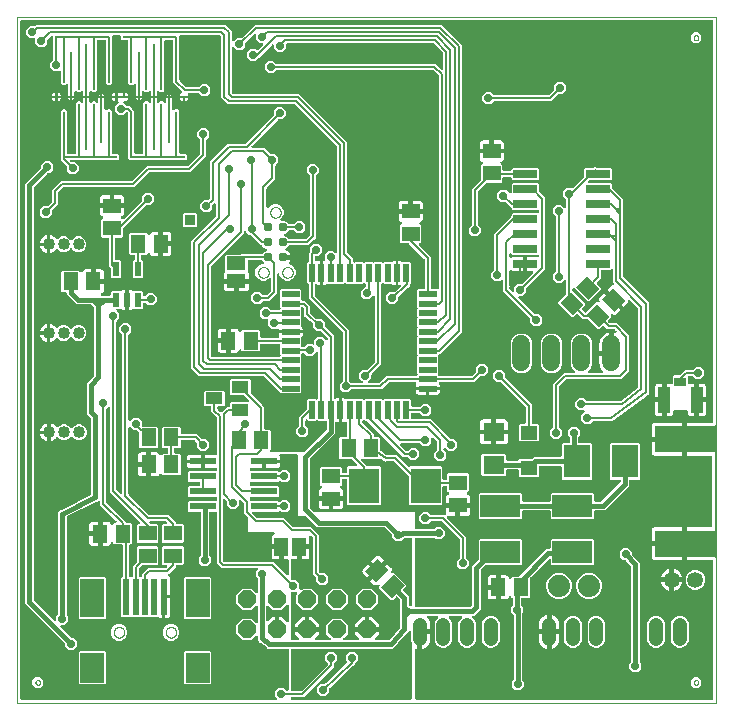
<source format=gbr>
G04 EAGLE Gerber X2 export*
%TF.Part,Single*%
%TF.FileFunction,Copper,L1,Top,Mixed*%
%TF.FilePolarity,Positive*%
%TF.GenerationSoftware,Autodesk,EAGLE,8.6.2*%
%TF.CreationDate,2018-02-22T14:22:40Z*%
G75*
%MOMM*%
%FSLAX34Y34*%
%LPD*%
%AMOC8*
5,1,8,0,0,1.08239X$1,22.5*%
G01*
%ADD10C,0.000000*%
%ADD11C,0.787400*%
%ADD12R,1.800000X1.600000*%
%ADD13R,1.400000X1.200000*%
%ADD14R,1.500000X0.500000*%
%ADD15R,0.500000X1.500000*%
%ADD16R,1.500000X1.300000*%
%ADD17R,1.300000X1.500000*%
%ADD18R,2.500000X3.000000*%
%ADD19R,2.000000X2.500000*%
%ADD20R,2.000000X3.300000*%
%ADD21R,0.500000X3.100000*%
%ADD22C,1.016000*%
%ADD23C,0.203200*%
%ADD24R,0.203200X0.203200*%
%ADD25R,2.200000X0.600000*%
%ADD26R,0.904800X0.904800*%
%ADD27R,2.032000X0.660400*%
%ADD28R,5.080000X2.286000*%
%ADD29P,1.649562X8X202.500000*%
%ADD30R,1.168400X1.600200*%
%ADD31R,3.400000X1.900000*%
%ADD32C,1.524000*%
%ADD33R,1.050000X2.200000*%
%ADD34R,1.000000X0.800000*%
%ADD35C,1.200000*%
%ADD36C,1.350000*%
%ADD37R,1.600200X1.168400*%
%ADD38C,1.879600*%
%ADD39R,2.286000X2.794000*%
%ADD40R,1.400000X1.000000*%
%ADD41R,0.550000X1.200000*%
%ADD42C,0.304800*%
%ADD43P,0.769796X8X22.500000*%
%ADD44C,0.406400*%

G36*
X218992Y2545D02*
X218992Y2545D01*
X219021Y2542D01*
X219132Y2565D01*
X219245Y2581D01*
X219271Y2593D01*
X219300Y2598D01*
X219401Y2651D01*
X219504Y2697D01*
X219526Y2716D01*
X219552Y2729D01*
X219635Y2807D01*
X219721Y2880D01*
X219737Y2905D01*
X219758Y2925D01*
X219816Y3023D01*
X219879Y3117D01*
X219887Y3145D01*
X219902Y3170D01*
X219930Y3280D01*
X219964Y3388D01*
X219965Y3418D01*
X219972Y3446D01*
X219969Y3559D01*
X219972Y3672D01*
X219964Y3701D01*
X219963Y3730D01*
X219928Y3838D01*
X219900Y3947D01*
X219885Y3973D01*
X219876Y4001D01*
X219830Y4065D01*
X219755Y4192D01*
X219709Y4235D01*
X219681Y4274D01*
X218439Y5515D01*
X218439Y9725D01*
X221415Y12701D01*
X225625Y12701D01*
X227867Y10458D01*
X227937Y10406D01*
X228001Y10346D01*
X228050Y10320D01*
X228094Y10287D01*
X228157Y10263D01*
X228161Y10260D01*
X228178Y10255D01*
X228254Y10216D01*
X228302Y10208D01*
X228360Y10186D01*
X228410Y10182D01*
X228432Y10175D01*
X228514Y10173D01*
X228585Y10161D01*
X228600Y10161D01*
X228624Y10164D01*
X228643Y10162D01*
X228674Y10169D01*
X228716Y10167D01*
X228798Y10189D01*
X228882Y10201D01*
X228920Y10218D01*
X228922Y10218D01*
X228928Y10221D01*
X228935Y10224D01*
X228991Y10239D01*
X229064Y10282D01*
X229141Y10317D01*
X229186Y10355D01*
X229236Y10384D01*
X229294Y10446D01*
X229358Y10500D01*
X229390Y10549D01*
X229430Y10592D01*
X229469Y10667D01*
X229516Y10737D01*
X229533Y10793D01*
X229560Y10845D01*
X229571Y10913D01*
X229601Y11008D01*
X229604Y11108D01*
X229615Y11176D01*
X229615Y44958D01*
X229607Y45016D01*
X229609Y45074D01*
X229587Y45156D01*
X229575Y45240D01*
X229552Y45293D01*
X229537Y45349D01*
X229494Y45422D01*
X229459Y45499D01*
X229421Y45544D01*
X229392Y45594D01*
X229330Y45652D01*
X229276Y45716D01*
X229227Y45748D01*
X229184Y45788D01*
X229109Y45827D01*
X229039Y45874D01*
X228983Y45891D01*
X228931Y45918D01*
X228863Y45929D01*
X228768Y45959D01*
X228668Y45962D01*
X228600Y45973D01*
X213613Y45973D01*
X213550Y45964D01*
X213501Y45967D01*
X212261Y45829D01*
X212242Y45839D01*
X212146Y45896D01*
X212115Y45903D01*
X212087Y45918D01*
X212010Y45931D01*
X211901Y45959D01*
X211024Y46836D01*
X210973Y46874D01*
X210940Y46911D01*
X206040Y50831D01*
X206013Y50847D01*
X205990Y50868D01*
X205891Y50919D01*
X205796Y50976D01*
X205765Y50983D01*
X205737Y50998D01*
X205660Y51011D01*
X205551Y51039D01*
X204674Y51916D01*
X204623Y51954D01*
X204590Y51991D01*
X203616Y52771D01*
X203609Y52791D01*
X203581Y52899D01*
X203565Y52926D01*
X203556Y52956D01*
X203510Y53019D01*
X203453Y53116D01*
X203453Y54357D01*
X203446Y54409D01*
X203447Y54435D01*
X203445Y54439D01*
X203447Y54469D01*
X203284Y55939D01*
X203255Y56050D01*
X203232Y56163D01*
X203220Y56187D01*
X203213Y56214D01*
X203154Y56314D01*
X203101Y56416D01*
X203083Y56435D01*
X203069Y56459D01*
X202985Y56538D01*
X202906Y56622D01*
X202882Y56636D01*
X202862Y56654D01*
X202760Y56707D01*
X202660Y56766D01*
X202634Y56772D01*
X202610Y56785D01*
X202497Y56807D01*
X202385Y56836D01*
X202358Y56835D01*
X202331Y56840D01*
X202216Y56830D01*
X202101Y56827D01*
X202075Y56818D01*
X202048Y56816D01*
X201940Y56775D01*
X201830Y56739D01*
X201810Y56725D01*
X201782Y56714D01*
X201565Y56550D01*
X201557Y56544D01*
X198098Y53085D01*
X190522Y53085D01*
X185165Y58442D01*
X185165Y66018D01*
X190522Y71375D01*
X198098Y71375D01*
X201720Y67752D01*
X201744Y67735D01*
X201763Y67712D01*
X201857Y67650D01*
X201947Y67582D01*
X201975Y67571D01*
X201999Y67555D01*
X202107Y67521D01*
X202213Y67480D01*
X202242Y67478D01*
X202270Y67469D01*
X202384Y67466D01*
X202496Y67457D01*
X202525Y67463D01*
X202554Y67462D01*
X202664Y67490D01*
X202775Y67513D01*
X202801Y67526D01*
X202829Y67534D01*
X202927Y67591D01*
X203027Y67644D01*
X203049Y67664D01*
X203074Y67679D01*
X203151Y67761D01*
X203233Y67839D01*
X203248Y67865D01*
X203268Y67886D01*
X203320Y67987D01*
X203377Y68085D01*
X203384Y68113D01*
X203398Y68139D01*
X203411Y68217D01*
X203447Y68360D01*
X203445Y68423D01*
X203453Y68470D01*
X203453Y81390D01*
X203449Y81419D01*
X203452Y81448D01*
X203429Y81559D01*
X203413Y81671D01*
X203401Y81698D01*
X203396Y81727D01*
X203344Y81827D01*
X203297Y81931D01*
X203278Y81953D01*
X203265Y81979D01*
X203187Y82061D01*
X203114Y82148D01*
X203089Y82164D01*
X203069Y82185D01*
X202971Y82242D01*
X202877Y82305D01*
X202849Y82314D01*
X202824Y82329D01*
X202714Y82357D01*
X202606Y82391D01*
X202576Y82392D01*
X202548Y82399D01*
X202435Y82395D01*
X202322Y82398D01*
X202293Y82391D01*
X202264Y82390D01*
X202156Y82355D01*
X202047Y82326D01*
X202021Y82311D01*
X201993Y82302D01*
X201930Y82257D01*
X201802Y82181D01*
X201759Y82136D01*
X201720Y82108D01*
X198098Y78485D01*
X190522Y78485D01*
X185165Y83842D01*
X185165Y91418D01*
X190522Y96775D01*
X198098Y96775D01*
X201720Y93152D01*
X201744Y93135D01*
X201763Y93112D01*
X201857Y93050D01*
X201947Y92982D01*
X201975Y92971D01*
X201999Y92955D01*
X202107Y92921D01*
X202213Y92880D01*
X202242Y92878D01*
X202270Y92869D01*
X202384Y92866D01*
X202496Y92857D01*
X202525Y92863D01*
X202554Y92862D01*
X202664Y92890D01*
X202775Y92913D01*
X202801Y92926D01*
X202829Y92934D01*
X202927Y92991D01*
X203027Y93044D01*
X203049Y93064D01*
X203074Y93079D01*
X203151Y93161D01*
X203233Y93239D01*
X203248Y93265D01*
X203268Y93286D01*
X203320Y93387D01*
X203377Y93485D01*
X203384Y93513D01*
X203398Y93539D01*
X203411Y93617D01*
X203447Y93760D01*
X203445Y93823D01*
X203453Y93870D01*
X203453Y105171D01*
X203441Y105258D01*
X203438Y105345D01*
X203421Y105398D01*
X203413Y105452D01*
X203378Y105532D01*
X203351Y105615D01*
X203323Y105655D01*
X203297Y105712D01*
X203201Y105825D01*
X203156Y105889D01*
X201929Y107115D01*
X201929Y111325D01*
X203171Y112566D01*
X203189Y112590D01*
X203211Y112609D01*
X203274Y112703D01*
X203342Y112793D01*
X203352Y112821D01*
X203369Y112845D01*
X203403Y112953D01*
X203443Y113059D01*
X203445Y113088D01*
X203454Y113116D01*
X203457Y113230D01*
X203467Y113342D01*
X203461Y113371D01*
X203462Y113400D01*
X203433Y113510D01*
X203411Y113621D01*
X203397Y113647D01*
X203390Y113675D01*
X203332Y113773D01*
X203280Y113873D01*
X203259Y113895D01*
X203245Y113920D01*
X203162Y113997D01*
X203084Y114079D01*
X203059Y114094D01*
X203037Y114114D01*
X202936Y114166D01*
X202839Y114223D01*
X202810Y114230D01*
X202784Y114244D01*
X202707Y114257D01*
X202563Y114293D01*
X202501Y114291D01*
X202453Y114299D01*
X172938Y114299D01*
X168909Y118328D01*
X168909Y160830D01*
X168901Y160888D01*
X168903Y160946D01*
X168881Y161028D01*
X168869Y161112D01*
X168846Y161165D01*
X168831Y161221D01*
X168788Y161294D01*
X168753Y161371D01*
X168715Y161416D01*
X168686Y161466D01*
X168624Y161524D01*
X168570Y161588D01*
X168521Y161620D01*
X168478Y161660D01*
X168403Y161699D01*
X168333Y161746D01*
X168277Y161763D01*
X168225Y161790D01*
X168157Y161801D01*
X168062Y161831D01*
X167962Y161834D01*
X167894Y161845D01*
X163322Y161845D01*
X163264Y161837D01*
X163206Y161839D01*
X163124Y161817D01*
X163040Y161805D01*
X162987Y161782D01*
X162931Y161767D01*
X162858Y161724D01*
X162781Y161689D01*
X162736Y161651D01*
X162686Y161622D01*
X162628Y161560D01*
X162564Y161506D01*
X162532Y161457D01*
X162492Y161414D01*
X162453Y161339D01*
X162406Y161269D01*
X162389Y161213D01*
X162362Y161161D01*
X162351Y161093D01*
X162321Y160998D01*
X162318Y160898D01*
X162307Y160830D01*
X162307Y124699D01*
X162319Y124612D01*
X162322Y124525D01*
X162339Y124472D01*
X162347Y124418D01*
X162382Y124338D01*
X162409Y124255D01*
X162437Y124215D01*
X162463Y124158D01*
X162559Y124045D01*
X162604Y123981D01*
X163831Y122755D01*
X163831Y118545D01*
X160855Y115569D01*
X156645Y115569D01*
X153669Y118545D01*
X153669Y122755D01*
X154896Y123981D01*
X154948Y124051D01*
X155008Y124115D01*
X155034Y124164D01*
X155067Y124208D01*
X155098Y124290D01*
X155138Y124368D01*
X155146Y124416D01*
X155168Y124474D01*
X155180Y124621D01*
X155193Y124699D01*
X155193Y160830D01*
X155185Y160888D01*
X155187Y160946D01*
X155165Y161028D01*
X155153Y161112D01*
X155130Y161165D01*
X155115Y161221D01*
X155072Y161294D01*
X155037Y161371D01*
X154999Y161416D01*
X154970Y161466D01*
X154908Y161524D01*
X154854Y161588D01*
X154805Y161620D01*
X154762Y161660D01*
X154687Y161699D01*
X154617Y161746D01*
X154561Y161763D01*
X154509Y161790D01*
X154441Y161801D01*
X154346Y161831D01*
X154246Y161834D01*
X154178Y161845D01*
X145248Y161845D01*
X144355Y162738D01*
X144355Y170002D01*
X145248Y170895D01*
X167894Y170895D01*
X167952Y170903D01*
X168010Y170901D01*
X168092Y170923D01*
X168176Y170935D01*
X168229Y170958D01*
X168285Y170973D01*
X168358Y171016D01*
X168435Y171051D01*
X168480Y171089D01*
X168530Y171118D01*
X168588Y171180D01*
X168652Y171234D01*
X168684Y171283D01*
X168724Y171326D01*
X168763Y171401D01*
X168810Y171471D01*
X168827Y171527D01*
X168854Y171579D01*
X168865Y171647D01*
X168895Y171742D01*
X168898Y171842D01*
X168909Y171910D01*
X168909Y173530D01*
X168901Y173588D01*
X168903Y173646D01*
X168881Y173728D01*
X168869Y173812D01*
X168846Y173865D01*
X168831Y173921D01*
X168788Y173994D01*
X168753Y174071D01*
X168715Y174116D01*
X168686Y174166D01*
X168624Y174224D01*
X168570Y174288D01*
X168521Y174320D01*
X168478Y174360D01*
X168403Y174399D01*
X168333Y174446D01*
X168277Y174463D01*
X168225Y174490D01*
X168157Y174501D01*
X168062Y174531D01*
X167962Y174534D01*
X167894Y174545D01*
X145248Y174545D01*
X144355Y175438D01*
X144355Y182702D01*
X145248Y183595D01*
X153324Y183595D01*
X153382Y183603D01*
X153440Y183601D01*
X153522Y183623D01*
X153606Y183635D01*
X153659Y183658D01*
X153715Y183673D01*
X153788Y183716D01*
X153865Y183751D01*
X153910Y183789D01*
X153960Y183818D01*
X154018Y183880D01*
X154082Y183934D01*
X154114Y183983D01*
X154154Y184026D01*
X154193Y184101D01*
X154240Y184171D01*
X154257Y184227D01*
X154284Y184279D01*
X154295Y184347D01*
X154325Y184442D01*
X154328Y184542D01*
X154339Y184610D01*
X154339Y186230D01*
X154331Y186288D01*
X154333Y186346D01*
X154311Y186428D01*
X154299Y186512D01*
X154276Y186565D01*
X154261Y186621D01*
X154218Y186694D01*
X154183Y186771D01*
X154145Y186816D01*
X154116Y186866D01*
X154054Y186924D01*
X154000Y186988D01*
X153951Y187020D01*
X153908Y187060D01*
X153833Y187099D01*
X153763Y187146D01*
X153707Y187163D01*
X153655Y187190D01*
X153587Y187201D01*
X153492Y187231D01*
X153392Y187234D01*
X153324Y187245D01*
X145248Y187245D01*
X144355Y188138D01*
X144355Y195402D01*
X145248Y196295D01*
X167894Y196295D01*
X167952Y196303D01*
X168010Y196301D01*
X168092Y196323D01*
X168176Y196335D01*
X168229Y196358D01*
X168285Y196373D01*
X168358Y196416D01*
X168435Y196451D01*
X168480Y196489D01*
X168530Y196518D01*
X168588Y196580D01*
X168652Y196634D01*
X168684Y196683D01*
X168724Y196726D01*
X168763Y196801D01*
X168810Y196871D01*
X168827Y196927D01*
X168854Y196979D01*
X168865Y197047D01*
X168895Y197142D01*
X168898Y197242D01*
X168909Y197310D01*
X168909Y197914D01*
X168901Y197972D01*
X168903Y198030D01*
X168881Y198112D01*
X168869Y198196D01*
X168846Y198249D01*
X168831Y198305D01*
X168788Y198378D01*
X168753Y198455D01*
X168715Y198500D01*
X168686Y198550D01*
X168624Y198608D01*
X168570Y198672D01*
X168521Y198704D01*
X168478Y198744D01*
X168403Y198783D01*
X168333Y198830D01*
X168277Y198847D01*
X168225Y198874D01*
X168157Y198885D01*
X168062Y198915D01*
X167962Y198918D01*
X167894Y198929D01*
X158379Y198929D01*
X158379Y203986D01*
X158371Y204044D01*
X158373Y204102D01*
X158351Y204184D01*
X158339Y204267D01*
X158316Y204321D01*
X158301Y204377D01*
X158258Y204450D01*
X158249Y204469D01*
X158280Y204515D01*
X158297Y204571D01*
X158324Y204623D01*
X158335Y204691D01*
X158365Y204786D01*
X158368Y204886D01*
X158379Y204954D01*
X158379Y210011D01*
X167894Y210011D01*
X167952Y210019D01*
X168010Y210017D01*
X168092Y210039D01*
X168176Y210051D01*
X168229Y210074D01*
X168285Y210089D01*
X168358Y210132D01*
X168435Y210167D01*
X168480Y210205D01*
X168530Y210234D01*
X168588Y210296D01*
X168652Y210350D01*
X168684Y210399D01*
X168724Y210442D01*
X168763Y210517D01*
X168810Y210587D01*
X168827Y210643D01*
X168854Y210695D01*
X168865Y210763D01*
X168895Y210858D01*
X168898Y210958D01*
X168909Y211026D01*
X168909Y241097D01*
X168897Y241184D01*
X168894Y241271D01*
X168877Y241324D01*
X168869Y241379D01*
X168834Y241458D01*
X168807Y241542D01*
X168779Y241581D01*
X168753Y241638D01*
X168678Y241727D01*
X168658Y241760D01*
X168636Y241781D01*
X168612Y241815D01*
X164259Y246168D01*
X164259Y250270D01*
X164251Y250327D01*
X164253Y250378D01*
X164252Y250379D01*
X164253Y250386D01*
X164231Y250468D01*
X164219Y250552D01*
X164196Y250605D01*
X164181Y250661D01*
X164138Y250734D01*
X164103Y250811D01*
X164065Y250856D01*
X164036Y250906D01*
X163974Y250964D01*
X163920Y251028D01*
X163871Y251060D01*
X163828Y251100D01*
X163753Y251139D01*
X163683Y251186D01*
X163627Y251203D01*
X163575Y251230D01*
X163507Y251241D01*
X163412Y251271D01*
X163312Y251274D01*
X163244Y251285D01*
X159168Y251285D01*
X158275Y252178D01*
X158275Y263442D01*
X159168Y264335D01*
X174432Y264335D01*
X175325Y263442D01*
X175325Y252178D01*
X174432Y251285D01*
X170356Y251285D01*
X170298Y251277D01*
X170240Y251279D01*
X170158Y251257D01*
X170074Y251245D01*
X170021Y251222D01*
X169965Y251207D01*
X169892Y251164D01*
X169815Y251129D01*
X169770Y251091D01*
X169720Y251062D01*
X169662Y251000D01*
X169598Y250946D01*
X169566Y250897D01*
X169526Y250854D01*
X169487Y250779D01*
X169440Y250709D01*
X169423Y250653D01*
X169396Y250601D01*
X169385Y250533D01*
X169355Y250438D01*
X169352Y250338D01*
X169341Y250270D01*
X169341Y248693D01*
X169353Y248606D01*
X169356Y248519D01*
X169373Y248466D01*
X169381Y248411D01*
X169416Y248332D01*
X169443Y248248D01*
X169471Y248209D01*
X169497Y248152D01*
X169593Y248039D01*
X169638Y247975D01*
X171367Y246246D01*
X171414Y246211D01*
X171454Y246168D01*
X171527Y246126D01*
X171594Y246075D01*
X171649Y246054D01*
X171699Y246025D01*
X171781Y246004D01*
X171860Y245974D01*
X171918Y245969D01*
X171975Y245955D01*
X172059Y245957D01*
X172143Y245950D01*
X172201Y245962D01*
X172259Y245964D01*
X172339Y245990D01*
X172422Y246006D01*
X172474Y246033D01*
X172530Y246051D01*
X172586Y246091D01*
X172674Y246137D01*
X172747Y246206D01*
X172803Y246246D01*
X176406Y249850D01*
X176414Y249859D01*
X176422Y249865D01*
X177145Y250621D01*
X178191Y250621D01*
X178203Y250622D01*
X178213Y250621D01*
X179282Y250644D01*
X179329Y250652D01*
X179376Y250651D01*
X179469Y250675D01*
X179563Y250690D01*
X179606Y250711D01*
X179651Y250722D01*
X179733Y250771D01*
X179819Y250812D01*
X179855Y250844D01*
X179896Y250868D01*
X179961Y250937D01*
X180032Y251000D01*
X180058Y251040D01*
X180090Y251075D01*
X180134Y251160D01*
X180185Y251240D01*
X180198Y251286D01*
X180220Y251328D01*
X180232Y251402D01*
X180265Y251513D01*
X180265Y251598D01*
X180275Y251659D01*
X180275Y253942D01*
X181168Y254835D01*
X195231Y254835D01*
X195260Y254839D01*
X195289Y254836D01*
X195400Y254859D01*
X195513Y254875D01*
X195539Y254887D01*
X195568Y254892D01*
X195669Y254944D01*
X195772Y254991D01*
X195794Y255010D01*
X195820Y255023D01*
X195903Y255101D01*
X195989Y255174D01*
X196005Y255199D01*
X196027Y255219D01*
X196084Y255317D01*
X196147Y255411D01*
X196155Y255439D01*
X196170Y255464D01*
X196198Y255574D01*
X196232Y255682D01*
X196233Y255712D01*
X196240Y255740D01*
X196237Y255853D01*
X196240Y255966D01*
X196232Y255995D01*
X196231Y256024D01*
X196196Y256132D01*
X196168Y256241D01*
X196153Y256267D01*
X196144Y256295D01*
X196098Y256358D01*
X196023Y256486D01*
X195977Y256529D01*
X195949Y256568D01*
X192029Y260488D01*
X191959Y260540D01*
X191895Y260600D01*
X191846Y260626D01*
X191802Y260659D01*
X191720Y260690D01*
X191642Y260730D01*
X191595Y260738D01*
X191536Y260760D01*
X191388Y260772D01*
X191311Y260785D01*
X181168Y260785D01*
X180275Y261678D01*
X180275Y272942D01*
X181168Y273835D01*
X196432Y273835D01*
X197325Y272942D01*
X197325Y262799D01*
X197337Y262712D01*
X197340Y262625D01*
X197357Y262572D01*
X197365Y262517D01*
X197400Y262438D01*
X197427Y262354D01*
X197455Y262315D01*
X197481Y262258D01*
X197577Y262145D01*
X197622Y262081D01*
X207105Y252598D01*
X208891Y250812D01*
X208891Y232290D01*
X208899Y232232D01*
X208897Y232174D01*
X208919Y232092D01*
X208931Y232008D01*
X208954Y231955D01*
X208969Y231899D01*
X209012Y231826D01*
X209047Y231749D01*
X209085Y231704D01*
X209114Y231654D01*
X209176Y231596D01*
X209230Y231532D01*
X209279Y231500D01*
X209322Y231460D01*
X209397Y231421D01*
X209467Y231374D01*
X209523Y231357D01*
X209575Y231330D01*
X209643Y231319D01*
X209738Y231289D01*
X209838Y231286D01*
X209906Y231275D01*
X213482Y231275D01*
X214375Y230382D01*
X214375Y214118D01*
X214334Y214078D01*
X214317Y214054D01*
X214294Y214036D01*
X214231Y213941D01*
X214163Y213851D01*
X214153Y213823D01*
X214137Y213799D01*
X214102Y213691D01*
X214062Y213585D01*
X214060Y213556D01*
X214051Y213528D01*
X214048Y213415D01*
X214038Y213302D01*
X214044Y213273D01*
X214044Y213244D01*
X214072Y213134D01*
X214094Y213023D01*
X214108Y212997D01*
X214115Y212969D01*
X214173Y212871D01*
X214225Y212771D01*
X214246Y212749D01*
X214261Y212724D01*
X214343Y212647D01*
X214421Y212565D01*
X214446Y212550D01*
X214468Y212530D01*
X214569Y212478D01*
X214666Y212421D01*
X214695Y212414D01*
X214721Y212400D01*
X214798Y212387D01*
X214942Y212351D01*
X215004Y212353D01*
X215052Y212345D01*
X242454Y212345D01*
X242541Y212357D01*
X242628Y212360D01*
X242681Y212377D01*
X242736Y212385D01*
X242816Y212420D01*
X242899Y212447D01*
X242938Y212475D01*
X242995Y212501D01*
X243108Y212597D01*
X243172Y212642D01*
X261452Y230922D01*
X261504Y230992D01*
X261564Y231056D01*
X261590Y231105D01*
X261623Y231149D01*
X261654Y231231D01*
X261694Y231309D01*
X261702Y231356D01*
X261724Y231415D01*
X261736Y231562D01*
X261749Y231640D01*
X261749Y238030D01*
X261741Y238088D01*
X261743Y238146D01*
X261721Y238228D01*
X261709Y238312D01*
X261686Y238365D01*
X261671Y238421D01*
X261628Y238494D01*
X261593Y238571D01*
X261555Y238616D01*
X261526Y238666D01*
X261464Y238724D01*
X261410Y238788D01*
X261361Y238820D01*
X261318Y238860D01*
X261243Y238899D01*
X261173Y238946D01*
X261117Y238963D01*
X261065Y238990D01*
X260997Y239001D01*
X260902Y239031D01*
X260802Y239034D01*
X260734Y239045D01*
X254174Y239045D01*
X254024Y239196D01*
X253977Y239231D01*
X253937Y239273D01*
X253864Y239316D01*
X253797Y239367D01*
X253742Y239387D01*
X253692Y239417D01*
X253610Y239438D01*
X253531Y239468D01*
X253473Y239473D01*
X253416Y239487D01*
X253332Y239485D01*
X253248Y239491D01*
X253190Y239480D01*
X253132Y239478D01*
X253052Y239452D01*
X252969Y239436D01*
X252917Y239409D01*
X252861Y239391D01*
X252805Y239351D01*
X252717Y239305D01*
X252644Y239236D01*
X252588Y239196D01*
X252438Y239045D01*
X246174Y239045D01*
X245574Y239646D01*
X245550Y239663D01*
X245531Y239686D01*
X245437Y239749D01*
X245347Y239817D01*
X245319Y239827D01*
X245295Y239843D01*
X245187Y239878D01*
X245081Y239918D01*
X245052Y239920D01*
X245024Y239929D01*
X244910Y239932D01*
X244798Y239942D01*
X244769Y239936D01*
X244740Y239937D01*
X244630Y239908D01*
X244519Y239886D01*
X244493Y239872D01*
X244465Y239865D01*
X244367Y239807D01*
X244267Y239755D01*
X244245Y239734D01*
X244220Y239719D01*
X244143Y239637D01*
X244061Y239559D01*
X244046Y239534D01*
X244026Y239512D01*
X243974Y239411D01*
X243917Y239314D01*
X243910Y239285D01*
X243896Y239259D01*
X243883Y239182D01*
X243847Y239038D01*
X243849Y238976D01*
X243841Y238928D01*
X243841Y234935D01*
X243853Y234848D01*
X243856Y234761D01*
X243873Y234708D01*
X243881Y234654D01*
X243916Y234574D01*
X243943Y234491D01*
X243971Y234451D01*
X243997Y234394D01*
X244093Y234281D01*
X244138Y234217D01*
X246381Y231975D01*
X246381Y227765D01*
X243405Y224789D01*
X239195Y224789D01*
X236219Y227765D01*
X236219Y231975D01*
X238462Y234217D01*
X238514Y234287D01*
X238574Y234351D01*
X238600Y234400D01*
X238633Y234444D01*
X238664Y234526D01*
X238704Y234604D01*
X238712Y234652D01*
X238734Y234710D01*
X238746Y234858D01*
X238759Y234935D01*
X238759Y242352D01*
X244984Y248577D01*
X245036Y248647D01*
X245096Y248711D01*
X245122Y248760D01*
X245155Y248804D01*
X245186Y248886D01*
X245226Y248964D01*
X245234Y249011D01*
X245256Y249070D01*
X245268Y249217D01*
X245281Y249295D01*
X245281Y256202D01*
X246174Y257095D01*
X252438Y257095D01*
X252588Y256944D01*
X252635Y256909D01*
X252675Y256867D01*
X252748Y256824D01*
X252815Y256773D01*
X252870Y256752D01*
X252920Y256723D01*
X253002Y256702D01*
X253081Y256672D01*
X253139Y256667D01*
X253196Y256653D01*
X253280Y256656D01*
X253364Y256648D01*
X253422Y256660D01*
X253480Y256662D01*
X253560Y256688D01*
X253643Y256704D01*
X253695Y256731D01*
X253750Y256749D01*
X253807Y256789D01*
X253895Y256835D01*
X253968Y256904D01*
X254024Y256944D01*
X254337Y257257D01*
X254389Y257327D01*
X254449Y257391D01*
X254475Y257440D01*
X254508Y257484D01*
X254539Y257566D01*
X254579Y257644D01*
X254587Y257692D01*
X254609Y257750D01*
X254621Y257898D01*
X254634Y257975D01*
X254634Y295798D01*
X254630Y295827D01*
X254633Y295856D01*
X254610Y295967D01*
X254594Y296080D01*
X254582Y296106D01*
X254577Y296135D01*
X254525Y296236D01*
X254478Y296339D01*
X254459Y296361D01*
X254446Y296387D01*
X254368Y296469D01*
X254295Y296556D01*
X254270Y296572D01*
X254250Y296593D01*
X254152Y296651D01*
X254058Y296714D01*
X254030Y296722D01*
X254005Y296737D01*
X253895Y296765D01*
X253787Y296799D01*
X253757Y296800D01*
X253729Y296807D01*
X253616Y296804D01*
X253503Y296807D01*
X253474Y296799D01*
X253445Y296798D01*
X253337Y296763D01*
X253228Y296735D01*
X253202Y296720D01*
X253174Y296711D01*
X253111Y296665D01*
X252983Y296590D01*
X252940Y296544D01*
X252901Y296516D01*
X249755Y293369D01*
X245545Y293369D01*
X243303Y295612D01*
X243233Y295664D01*
X243169Y295724D01*
X243120Y295750D01*
X243076Y295783D01*
X242994Y295814D01*
X242916Y295854D01*
X242868Y295862D01*
X242810Y295884D01*
X242662Y295896D01*
X242585Y295909D01*
X241346Y295909D01*
X241288Y295901D01*
X241230Y295903D01*
X241148Y295881D01*
X241064Y295869D01*
X241011Y295846D01*
X240955Y295831D01*
X240882Y295788D01*
X240805Y295753D01*
X240760Y295715D01*
X240710Y295686D01*
X240652Y295624D01*
X240588Y295570D01*
X240556Y295521D01*
X240516Y295478D01*
X240477Y295403D01*
X240430Y295333D01*
X240413Y295277D01*
X240386Y295225D01*
X240375Y295157D01*
X240345Y295062D01*
X240342Y294962D01*
X240340Y294947D01*
X240180Y294788D01*
X240145Y294741D01*
X240103Y294701D01*
X240060Y294628D01*
X240009Y294561D01*
X239988Y294506D01*
X239959Y294456D01*
X239938Y294374D01*
X239908Y294295D01*
X239903Y294237D01*
X239889Y294180D01*
X239892Y294096D01*
X239884Y294012D01*
X239896Y293954D01*
X239898Y293896D01*
X239924Y293816D01*
X239940Y293733D01*
X239967Y293681D01*
X239985Y293625D01*
X240025Y293569D01*
X240071Y293481D01*
X240140Y293408D01*
X240180Y293352D01*
X240331Y293202D01*
X240331Y286938D01*
X240180Y286788D01*
X240145Y286741D01*
X240103Y286701D01*
X240060Y286628D01*
X240009Y286561D01*
X239988Y286506D01*
X239959Y286456D01*
X239938Y286374D01*
X239908Y286295D01*
X239903Y286237D01*
X239889Y286180D01*
X239892Y286096D01*
X239884Y286012D01*
X239896Y285954D01*
X239898Y285896D01*
X239924Y285816D01*
X239940Y285733D01*
X239967Y285681D01*
X239985Y285625D01*
X240025Y285569D01*
X240071Y285481D01*
X240140Y285408D01*
X240180Y285352D01*
X240331Y285202D01*
X240331Y278938D01*
X240180Y278788D01*
X240145Y278741D01*
X240103Y278701D01*
X240060Y278628D01*
X240009Y278561D01*
X239988Y278506D01*
X239959Y278456D01*
X239938Y278374D01*
X239908Y278295D01*
X239903Y278237D01*
X239889Y278180D01*
X239892Y278096D01*
X239884Y278012D01*
X239896Y277954D01*
X239898Y277896D01*
X239924Y277816D01*
X239940Y277733D01*
X239967Y277681D01*
X239985Y277625D01*
X240025Y277569D01*
X240071Y277481D01*
X240140Y277408D01*
X240180Y277352D01*
X240331Y277202D01*
X240331Y270938D01*
X240180Y270788D01*
X240145Y270741D01*
X240103Y270701D01*
X240060Y270628D01*
X240009Y270561D01*
X239988Y270506D01*
X239959Y270456D01*
X239938Y270374D01*
X239908Y270295D01*
X239903Y270237D01*
X239889Y270180D01*
X239892Y270096D01*
X239884Y270012D01*
X239896Y269954D01*
X239898Y269896D01*
X239924Y269816D01*
X239940Y269733D01*
X239967Y269681D01*
X239985Y269625D01*
X240025Y269569D01*
X240071Y269481D01*
X240140Y269408D01*
X240180Y269352D01*
X240331Y269202D01*
X240331Y262938D01*
X239438Y262045D01*
X223174Y262045D01*
X222208Y263012D01*
X222206Y263016D01*
X222179Y263100D01*
X222151Y263139D01*
X222125Y263196D01*
X222029Y263309D01*
X221984Y263373D01*
X208793Y276564D01*
X208723Y276616D01*
X208659Y276676D01*
X208610Y276702D01*
X208566Y276735D01*
X208484Y276766D01*
X208406Y276806D01*
X208359Y276814D01*
X208300Y276836D01*
X208152Y276848D01*
X208075Y276861D01*
X153886Y276861D01*
X147319Y283428D01*
X147319Y390942D01*
X167358Y410981D01*
X167372Y410999D01*
X167385Y411011D01*
X167416Y411057D01*
X167470Y411115D01*
X167496Y411164D01*
X167529Y411208D01*
X167560Y411290D01*
X167600Y411368D01*
X167608Y411415D01*
X167630Y411474D01*
X167642Y411622D01*
X167655Y411699D01*
X167655Y421961D01*
X167651Y421990D01*
X167654Y422019D01*
X167631Y422131D01*
X167615Y422243D01*
X167603Y422269D01*
X167598Y422298D01*
X167545Y422399D01*
X167499Y422502D01*
X167480Y422524D01*
X167467Y422550D01*
X167389Y422633D01*
X167316Y422719D01*
X167291Y422735D01*
X167271Y422757D01*
X167173Y422814D01*
X167079Y422877D01*
X167051Y422885D01*
X167026Y422900D01*
X166916Y422928D01*
X166808Y422962D01*
X166778Y422963D01*
X166750Y422970D01*
X166637Y422967D01*
X166524Y422970D01*
X166495Y422962D01*
X166466Y422961D01*
X166358Y422926D01*
X166249Y422898D01*
X166223Y422883D01*
X166195Y422874D01*
X166131Y422828D01*
X166004Y422753D01*
X165961Y422707D01*
X165922Y422679D01*
X165398Y422155D01*
X165345Y422085D01*
X165286Y422021D01*
X165260Y421972D01*
X165227Y421928D01*
X165196Y421846D01*
X165156Y421768D01*
X165148Y421721D01*
X165126Y421662D01*
X165114Y421514D01*
X165101Y421437D01*
X165101Y418265D01*
X162125Y415289D01*
X157915Y415289D01*
X154939Y418265D01*
X154939Y422475D01*
X157915Y425451D01*
X161087Y425451D01*
X161174Y425463D01*
X161261Y425466D01*
X161314Y425483D01*
X161369Y425491D01*
X161448Y425526D01*
X161532Y425553D01*
X161571Y425581D01*
X161628Y425607D01*
X161741Y425703D01*
X161805Y425748D01*
X162532Y426475D01*
X162584Y426545D01*
X162644Y426609D01*
X162670Y426658D01*
X162703Y426702D01*
X162734Y426784D01*
X162774Y426862D01*
X162782Y426909D01*
X162804Y426968D01*
X162816Y427116D01*
X162829Y427193D01*
X162829Y458449D01*
X177821Y473441D01*
X192567Y473441D01*
X192654Y473453D01*
X192741Y473456D01*
X192794Y473473D01*
X192849Y473481D01*
X192928Y473516D01*
X193012Y473543D01*
X193051Y473571D01*
X193108Y473597D01*
X193221Y473693D01*
X193285Y473738D01*
X216872Y497325D01*
X216924Y497395D01*
X216984Y497459D01*
X217010Y497508D01*
X217043Y497552D01*
X217074Y497634D01*
X217114Y497712D01*
X217122Y497759D01*
X217144Y497818D01*
X217156Y497966D01*
X217169Y498043D01*
X217169Y501215D01*
X220145Y504191D01*
X224355Y504191D01*
X227331Y501215D01*
X227331Y497005D01*
X224355Y494029D01*
X221183Y494029D01*
X221096Y494017D01*
X221009Y494014D01*
X220956Y493997D01*
X220901Y493989D01*
X220822Y493954D01*
X220738Y493927D01*
X220699Y493899D01*
X220642Y493873D01*
X220529Y493777D01*
X220465Y493732D01*
X198367Y471634D01*
X198349Y471610D01*
X198327Y471591D01*
X198264Y471497D01*
X198196Y471407D01*
X198186Y471379D01*
X198169Y471355D01*
X198135Y471246D01*
X198095Y471141D01*
X198092Y471112D01*
X198084Y471084D01*
X198081Y470970D01*
X198071Y470858D01*
X198077Y470829D01*
X198076Y470800D01*
X198105Y470690D01*
X198127Y470579D01*
X198141Y470553D01*
X198148Y470525D01*
X198206Y470427D01*
X198258Y470327D01*
X198278Y470305D01*
X198293Y470280D01*
X198376Y470203D01*
X198454Y470121D01*
X198479Y470106D01*
X198501Y470086D01*
X198602Y470034D01*
X198699Y469977D01*
X198728Y469970D01*
X198754Y469956D01*
X198831Y469943D01*
X198975Y469907D01*
X199037Y469909D01*
X199085Y469901D01*
X209332Y469901D01*
X214115Y465118D01*
X214185Y465066D01*
X214249Y465006D01*
X214298Y464980D01*
X214342Y464947D01*
X214424Y464916D01*
X214502Y464876D01*
X214549Y464868D01*
X214608Y464846D01*
X214756Y464834D01*
X214833Y464821D01*
X218005Y464821D01*
X220981Y461845D01*
X220981Y457635D01*
X218738Y455393D01*
X218686Y455323D01*
X218626Y455259D01*
X218600Y455210D01*
X218567Y455166D01*
X218536Y455084D01*
X218496Y455006D01*
X218488Y454958D01*
X218466Y454900D01*
X218454Y454752D01*
X218441Y454675D01*
X218441Y443448D01*
X211118Y436125D01*
X211066Y436055D01*
X211006Y435991D01*
X210980Y435942D01*
X210947Y435898D01*
X210916Y435816D01*
X210876Y435738D01*
X210868Y435691D01*
X210846Y435632D01*
X210834Y435484D01*
X210821Y435407D01*
X210821Y420001D01*
X210825Y419972D01*
X210822Y419943D01*
X210845Y419832D01*
X210861Y419720D01*
X210873Y419693D01*
X210878Y419664D01*
X210931Y419563D01*
X210977Y419460D01*
X210996Y419438D01*
X211009Y419412D01*
X211087Y419330D01*
X211160Y419243D01*
X211185Y419227D01*
X211205Y419206D01*
X211303Y419148D01*
X211397Y419086D01*
X211425Y419077D01*
X211450Y419062D01*
X211560Y419034D01*
X211668Y419000D01*
X211698Y418999D01*
X211726Y418992D01*
X211839Y418995D01*
X211952Y418993D01*
X211981Y419000D01*
X212010Y419001D01*
X212118Y419036D01*
X212227Y419064D01*
X212253Y419079D01*
X212281Y419088D01*
X212344Y419134D01*
X212472Y419210D01*
X212515Y419255D01*
X212554Y419283D01*
X214483Y421212D01*
X217050Y422276D01*
X219830Y422276D01*
X222397Y421212D01*
X224362Y419247D01*
X225426Y416680D01*
X225426Y413900D01*
X224362Y411333D01*
X222814Y409785D01*
X222797Y409761D01*
X222774Y409742D01*
X222711Y409648D01*
X222643Y409558D01*
X222633Y409530D01*
X222617Y409506D01*
X222582Y409398D01*
X222542Y409292D01*
X222540Y409263D01*
X222531Y409235D01*
X222528Y409121D01*
X222519Y409009D01*
X222524Y408980D01*
X222524Y408951D01*
X222552Y408841D01*
X222574Y408730D01*
X222588Y408704D01*
X222595Y408676D01*
X222653Y408578D01*
X222705Y408478D01*
X222726Y408456D01*
X222741Y408431D01*
X222823Y408354D01*
X222901Y408272D01*
X222927Y408257D01*
X222948Y408237D01*
X223049Y408185D01*
X223146Y408128D01*
X223175Y408121D01*
X223201Y408107D01*
X223278Y408094D01*
X223422Y408058D01*
X223484Y408060D01*
X223532Y408052D01*
X225876Y408052D01*
X227884Y407220D01*
X229452Y405653D01*
X229462Y405635D01*
X229534Y405513D01*
X229535Y405512D01*
X229536Y405510D01*
X229643Y405410D01*
X229741Y405318D01*
X229742Y405317D01*
X229743Y405316D01*
X229868Y405252D01*
X229993Y405187D01*
X229995Y405187D01*
X229997Y405186D01*
X230012Y405184D01*
X230272Y405132D01*
X230303Y405135D01*
X230328Y405131D01*
X233441Y405131D01*
X233528Y405143D01*
X233615Y405146D01*
X233668Y405163D01*
X233722Y405171D01*
X233802Y405206D01*
X233885Y405233D01*
X233925Y405261D01*
X233982Y405287D01*
X234095Y405383D01*
X234159Y405428D01*
X236401Y407671D01*
X240611Y407671D01*
X243587Y404695D01*
X243587Y400485D01*
X240611Y397509D01*
X236401Y397509D01*
X234159Y399752D01*
X234089Y399804D01*
X234025Y399864D01*
X233976Y399890D01*
X233932Y399923D01*
X233850Y399954D01*
X233772Y399994D01*
X233724Y400002D01*
X233666Y400024D01*
X233518Y400036D01*
X233441Y400049D01*
X230328Y400049D01*
X230326Y400049D01*
X230324Y400049D01*
X230184Y400029D01*
X230046Y400009D01*
X230045Y400009D01*
X230043Y400009D01*
X229917Y399952D01*
X229787Y399893D01*
X229785Y399892D01*
X229784Y399891D01*
X229679Y399802D01*
X229570Y399710D01*
X229569Y399708D01*
X229568Y399707D01*
X229559Y399693D01*
X229442Y399518D01*
X227884Y397960D01*
X225996Y397178D01*
X225971Y397163D01*
X225943Y397154D01*
X225849Y397091D01*
X225752Y397033D01*
X225731Y397012D01*
X225707Y396996D01*
X225634Y396909D01*
X225556Y396827D01*
X225543Y396801D01*
X225524Y396778D01*
X225478Y396675D01*
X225426Y396574D01*
X225420Y396545D01*
X225409Y396518D01*
X225393Y396406D01*
X225371Y396295D01*
X225374Y396266D01*
X225370Y396237D01*
X225386Y396125D01*
X225396Y396012D01*
X225406Y395985D01*
X225410Y395956D01*
X225457Y395852D01*
X225498Y395747D01*
X225515Y395723D01*
X225527Y395696D01*
X225601Y395610D01*
X225669Y395520D01*
X225693Y395502D01*
X225712Y395480D01*
X225778Y395438D01*
X225897Y395350D01*
X225955Y395328D01*
X225996Y395302D01*
X227884Y394520D01*
X229452Y392952D01*
X229461Y392936D01*
X229534Y392813D01*
X229535Y392812D01*
X229536Y392810D01*
X229640Y392713D01*
X229741Y392617D01*
X229742Y392617D01*
X229744Y392616D01*
X229869Y392551D01*
X229994Y392487D01*
X229995Y392487D01*
X229997Y392486D01*
X230012Y392484D01*
X230273Y392432D01*
X230303Y392435D01*
X230328Y392431D01*
X243637Y392431D01*
X243724Y392443D01*
X243811Y392446D01*
X243864Y392463D01*
X243919Y392471D01*
X243998Y392506D01*
X244082Y392533D01*
X244121Y392561D01*
X244178Y392587D01*
X244291Y392683D01*
X244355Y392728D01*
X247352Y395725D01*
X247404Y395795D01*
X247464Y395859D01*
X247490Y395908D01*
X247523Y395952D01*
X247546Y396014D01*
X247550Y396019D01*
X247555Y396036D01*
X247594Y396112D01*
X247602Y396159D01*
X247624Y396218D01*
X247628Y396267D01*
X247635Y396290D01*
X247637Y396372D01*
X247649Y396443D01*
X247649Y445785D01*
X247637Y445872D01*
X247634Y445959D01*
X247617Y446012D01*
X247609Y446066D01*
X247574Y446146D01*
X247547Y446230D01*
X247519Y446269D01*
X247493Y446326D01*
X247397Y446439D01*
X247352Y446503D01*
X245109Y448745D01*
X245109Y452955D01*
X248085Y455931D01*
X252295Y455931D01*
X255271Y452955D01*
X255271Y448745D01*
X253028Y446503D01*
X252976Y446433D01*
X252916Y446369D01*
X252890Y446320D01*
X252857Y446276D01*
X252826Y446194D01*
X252786Y446116D01*
X252778Y446068D01*
X252756Y446010D01*
X252744Y445862D01*
X252731Y445785D01*
X252731Y393918D01*
X250945Y392132D01*
X247948Y389135D01*
X246162Y387349D01*
X230328Y387349D01*
X230326Y387349D01*
X230325Y387349D01*
X230185Y387329D01*
X230046Y387309D01*
X230045Y387309D01*
X230043Y387309D01*
X229913Y387250D01*
X229787Y387193D01*
X229786Y387192D01*
X229784Y387192D01*
X229674Y387098D01*
X229570Y387010D01*
X229569Y387008D01*
X229568Y387007D01*
X229560Y386994D01*
X229443Y386818D01*
X227884Y385260D01*
X227324Y385028D01*
X227299Y385013D01*
X227271Y385004D01*
X227177Y384941D01*
X227079Y384883D01*
X227059Y384862D01*
X227034Y384846D01*
X226962Y384759D01*
X226884Y384677D01*
X226870Y384651D01*
X226852Y384628D01*
X226806Y384525D01*
X226754Y384424D01*
X226748Y384395D01*
X226736Y384368D01*
X226721Y384256D01*
X226699Y384145D01*
X226701Y384116D01*
X226697Y384087D01*
X226713Y383975D01*
X226723Y383862D01*
X226734Y383834D01*
X226738Y383805D01*
X226784Y383702D01*
X226825Y383596D01*
X226843Y383573D01*
X226855Y383546D01*
X226928Y383460D01*
X226997Y383370D01*
X227020Y383352D01*
X227039Y383330D01*
X227106Y383288D01*
X227224Y383200D01*
X227283Y383177D01*
X227324Y383152D01*
X227858Y382931D01*
X228919Y382221D01*
X229821Y381319D01*
X230531Y380258D01*
X230986Y379158D01*
X225743Y379158D01*
X225685Y379150D01*
X225626Y379151D01*
X225545Y379130D01*
X225461Y379118D01*
X225408Y379094D01*
X225351Y379079D01*
X225279Y379036D01*
X225202Y379002D01*
X225157Y378964D01*
X225107Y378934D01*
X225049Y378872D01*
X224985Y378818D01*
X224952Y378769D01*
X224912Y378727D01*
X224874Y378652D01*
X224827Y378581D01*
X224810Y378526D01*
X224783Y378474D01*
X224772Y378406D01*
X224741Y378310D01*
X224739Y378211D01*
X224727Y378143D01*
X224727Y376237D01*
X224736Y376180D01*
X224734Y376121D01*
X224755Y376039D01*
X224767Y375956D01*
X224791Y375903D01*
X224806Y375846D01*
X224849Y375774D01*
X224884Y375697D01*
X224921Y375652D01*
X224951Y375602D01*
X225013Y375544D01*
X225067Y375480D01*
X225116Y375447D01*
X225159Y375407D01*
X225234Y375369D01*
X225304Y375322D01*
X225360Y375304D01*
X225412Y375278D01*
X225480Y375266D01*
X225575Y375236D01*
X225675Y375234D01*
X225743Y375222D01*
X230986Y375222D01*
X230531Y374122D01*
X229816Y373052D01*
X229756Y372972D01*
X229681Y372884D01*
X229670Y372859D01*
X229654Y372837D01*
X229613Y372729D01*
X229566Y372624D01*
X229562Y372597D01*
X229552Y372571D01*
X229543Y372456D01*
X229527Y372343D01*
X229531Y372315D01*
X229529Y372288D01*
X229551Y372175D01*
X229568Y372061D01*
X229579Y372036D01*
X229585Y372009D01*
X229638Y371907D01*
X229685Y371802D01*
X229703Y371781D01*
X229715Y371757D01*
X229795Y371673D01*
X229869Y371586D01*
X229890Y371572D01*
X229911Y371550D01*
X230141Y371415D01*
X230154Y371408D01*
X232557Y370412D01*
X234522Y368447D01*
X235586Y365880D01*
X235586Y363100D01*
X234522Y360533D01*
X232557Y358568D01*
X229990Y357504D01*
X227210Y357504D01*
X224643Y358568D01*
X222678Y360533D01*
X221664Y362981D01*
X221620Y363054D01*
X221585Y363133D01*
X221548Y363176D01*
X221519Y363225D01*
X221457Y363284D01*
X221401Y363350D01*
X221354Y363381D01*
X221313Y363421D01*
X221236Y363460D01*
X221165Y363508D01*
X221111Y363525D01*
X221060Y363551D01*
X220976Y363567D01*
X220894Y363593D01*
X220837Y363595D01*
X220781Y363606D01*
X220696Y363598D01*
X220610Y363601D01*
X220555Y363586D01*
X220498Y363581D01*
X220418Y363550D01*
X220335Y363529D01*
X220286Y363500D01*
X220233Y363479D01*
X220164Y363427D01*
X220090Y363384D01*
X220051Y363342D01*
X220006Y363308D01*
X219954Y363239D01*
X219896Y363176D01*
X219870Y363125D01*
X219836Y363080D01*
X219805Y363000D01*
X219766Y362923D01*
X219758Y362874D01*
X219735Y362814D01*
X219724Y362669D01*
X219711Y362592D01*
X219711Y346928D01*
X213142Y340359D01*
X208265Y340359D01*
X208178Y340347D01*
X208091Y340344D01*
X208038Y340327D01*
X207984Y340319D01*
X207904Y340284D01*
X207821Y340257D01*
X207781Y340229D01*
X207724Y340203D01*
X207611Y340107D01*
X207547Y340062D01*
X205305Y337819D01*
X201095Y337819D01*
X198119Y340795D01*
X198119Y345005D01*
X201095Y347981D01*
X205305Y347981D01*
X207547Y345738D01*
X207617Y345686D01*
X207681Y345626D01*
X207730Y345600D01*
X207774Y345567D01*
X207856Y345536D01*
X207934Y345496D01*
X207982Y345488D01*
X208040Y345466D01*
X208188Y345454D01*
X208265Y345441D01*
X210617Y345441D01*
X210704Y345453D01*
X210791Y345456D01*
X210844Y345473D01*
X210899Y345481D01*
X210978Y345516D01*
X211062Y345543D01*
X211101Y345571D01*
X211158Y345597D01*
X211271Y345693D01*
X211335Y345738D01*
X214332Y348735D01*
X214384Y348805D01*
X214444Y348869D01*
X214470Y348918D01*
X214503Y348962D01*
X214534Y349044D01*
X214574Y349122D01*
X214582Y349169D01*
X214604Y349228D01*
X214616Y349376D01*
X214629Y349453D01*
X214629Y358509D01*
X214625Y358538D01*
X214628Y358567D01*
X214605Y358678D01*
X214589Y358790D01*
X214577Y358817D01*
X214572Y358846D01*
X214519Y358947D01*
X214473Y359050D01*
X214454Y359072D01*
X214441Y359098D01*
X214363Y359180D01*
X214290Y359267D01*
X214265Y359283D01*
X214245Y359304D01*
X214147Y359362D01*
X214053Y359424D01*
X214025Y359433D01*
X214000Y359448D01*
X213890Y359476D01*
X213782Y359510D01*
X213752Y359511D01*
X213724Y359518D01*
X213611Y359515D01*
X213498Y359517D01*
X213469Y359510D01*
X213440Y359509D01*
X213332Y359474D01*
X213223Y359446D01*
X213197Y359431D01*
X213169Y359422D01*
X213105Y359376D01*
X212978Y359300D01*
X212935Y359255D01*
X212896Y359227D01*
X212237Y358568D01*
X209670Y357504D01*
X206890Y357504D01*
X204323Y358568D01*
X202358Y360533D01*
X201294Y363100D01*
X201294Y365880D01*
X202358Y368447D01*
X204323Y370412D01*
X206890Y371476D01*
X207629Y371476D01*
X207658Y371480D01*
X207687Y371477D01*
X207799Y371500D01*
X207911Y371516D01*
X207937Y371528D01*
X207966Y371533D01*
X208067Y371586D01*
X208170Y371632D01*
X208192Y371651D01*
X208219Y371664D01*
X208301Y371742D01*
X208387Y371815D01*
X208403Y371840D01*
X208425Y371860D01*
X208482Y371958D01*
X208545Y372052D01*
X208554Y372080D01*
X208568Y372105D01*
X208596Y372215D01*
X208630Y372323D01*
X208631Y372353D01*
X208638Y372381D01*
X208635Y372494D01*
X208638Y372607D01*
X208630Y372636D01*
X208629Y372665D01*
X208595Y372773D01*
X208566Y372882D01*
X208551Y372908D01*
X208542Y372936D01*
X208496Y373000D01*
X208421Y373127D01*
X208375Y373170D01*
X208347Y373209D01*
X207428Y374128D01*
X207419Y374144D01*
X207346Y374267D01*
X207345Y374268D01*
X207344Y374270D01*
X207240Y374367D01*
X207139Y374463D01*
X207138Y374463D01*
X207136Y374464D01*
X207011Y374529D01*
X206886Y374593D01*
X206885Y374593D01*
X206883Y374594D01*
X206868Y374596D01*
X206607Y374648D01*
X206577Y374645D01*
X206552Y374649D01*
X195961Y374649D01*
X195903Y374641D01*
X195845Y374643D01*
X195763Y374621D01*
X195679Y374609D01*
X195626Y374586D01*
X195570Y374571D01*
X195497Y374528D01*
X195420Y374493D01*
X195375Y374455D01*
X195325Y374426D01*
X195267Y374364D01*
X195203Y374310D01*
X195171Y374261D01*
X195131Y374218D01*
X195092Y374143D01*
X195045Y374073D01*
X195028Y374017D01*
X195001Y373965D01*
X194990Y373897D01*
X194960Y373802D01*
X194957Y373702D01*
X194946Y373634D01*
X194946Y365324D01*
X194944Y365318D01*
X194946Y365270D01*
X194946Y365220D01*
X194940Y365150D01*
X194951Y365093D01*
X194953Y365034D01*
X194979Y364954D01*
X194996Y364871D01*
X195023Y364819D01*
X195041Y364764D01*
X195081Y364708D01*
X195127Y364619D01*
X195196Y364547D01*
X195236Y364490D01*
X195454Y364272D01*
X195789Y363693D01*
X195962Y363046D01*
X195962Y358901D01*
X186436Y358901D01*
X186378Y358893D01*
X186320Y358894D01*
X186238Y358873D01*
X186155Y358861D01*
X186101Y358837D01*
X186045Y358823D01*
X185972Y358780D01*
X185895Y358745D01*
X185851Y358707D01*
X185800Y358677D01*
X185743Y358616D01*
X185678Y358561D01*
X185646Y358513D01*
X185606Y358470D01*
X185567Y358395D01*
X185521Y358325D01*
X185503Y358269D01*
X185476Y358217D01*
X185465Y358149D01*
X185435Y358054D01*
X185432Y357954D01*
X185421Y357886D01*
X185421Y356869D01*
X185419Y356869D01*
X185419Y357886D01*
X185411Y357943D01*
X185412Y357995D01*
X185412Y358002D01*
X185391Y358084D01*
X185379Y358167D01*
X185355Y358221D01*
X185341Y358277D01*
X185298Y358350D01*
X185263Y358427D01*
X185225Y358471D01*
X185195Y358522D01*
X185134Y358579D01*
X185079Y358644D01*
X185031Y358676D01*
X184988Y358716D01*
X184913Y358755D01*
X184843Y358801D01*
X184787Y358819D01*
X184735Y358846D01*
X184667Y358857D01*
X184572Y358887D01*
X184472Y358890D01*
X184404Y358901D01*
X174878Y358901D01*
X174878Y363046D01*
X175051Y363693D01*
X175386Y364272D01*
X175604Y364491D01*
X175640Y364538D01*
X175683Y364579D01*
X175725Y364651D01*
X175775Y364718D01*
X175796Y364773D01*
X175826Y364825D01*
X175847Y364906D01*
X175877Y364983D01*
X175881Y365043D01*
X175896Y365100D01*
X175893Y365184D01*
X175900Y365267D01*
X175894Y365296D01*
X175894Y378584D01*
X176787Y379477D01*
X188773Y379477D01*
X188860Y379489D01*
X188947Y379492D01*
X189000Y379509D01*
X189055Y379517D01*
X189134Y379552D01*
X189218Y379579D01*
X189257Y379607D01*
X189314Y379633D01*
X189427Y379729D01*
X189430Y379731D01*
X206552Y379731D01*
X206554Y379731D01*
X206555Y379731D01*
X206695Y379751D01*
X206834Y379771D01*
X206835Y379771D01*
X206837Y379771D01*
X206967Y379830D01*
X207093Y379887D01*
X207094Y379888D01*
X207096Y379888D01*
X207205Y379982D01*
X207310Y380070D01*
X207311Y380072D01*
X207312Y380073D01*
X207320Y380086D01*
X207437Y380262D01*
X208996Y381820D01*
X210884Y382602D01*
X210909Y382617D01*
X210937Y382626D01*
X211031Y382689D01*
X211128Y382747D01*
X211149Y382768D01*
X211173Y382784D01*
X211246Y382871D01*
X211324Y382953D01*
X211337Y382979D01*
X211356Y383002D01*
X211402Y383105D01*
X211454Y383206D01*
X211460Y383235D01*
X211471Y383262D01*
X211487Y383374D01*
X211509Y383485D01*
X211506Y383514D01*
X211510Y383543D01*
X211494Y383655D01*
X211484Y383768D01*
X211474Y383795D01*
X211470Y383824D01*
X211423Y383928D01*
X211382Y384033D01*
X211365Y384057D01*
X211353Y384084D01*
X211279Y384170D01*
X211211Y384260D01*
X211187Y384278D01*
X211168Y384300D01*
X211102Y384342D01*
X210983Y384430D01*
X210925Y384452D01*
X210884Y384478D01*
X208996Y385260D01*
X207428Y386828D01*
X207419Y386844D01*
X207346Y386967D01*
X207345Y386968D01*
X207344Y386970D01*
X207241Y387066D01*
X207139Y387163D01*
X207138Y387163D01*
X207136Y387164D01*
X207011Y387229D01*
X206886Y387293D01*
X206885Y387293D01*
X206883Y387294D01*
X206868Y387296D01*
X206607Y387348D01*
X206577Y387345D01*
X206552Y387349D01*
X205958Y387349D01*
X197365Y395942D01*
X197295Y395994D01*
X197231Y396054D01*
X197182Y396080D01*
X197138Y396113D01*
X197056Y396144D01*
X196978Y396184D01*
X196931Y396192D01*
X196872Y396214D01*
X196724Y396226D01*
X196647Y396239D01*
X196269Y396239D01*
X193504Y399005D01*
X193480Y399023D01*
X193461Y399045D01*
X193367Y399108D01*
X193277Y399176D01*
X193249Y399186D01*
X193225Y399203D01*
X193117Y399237D01*
X193011Y399277D01*
X192982Y399279D01*
X192954Y399288D01*
X192840Y399291D01*
X192728Y399301D01*
X192699Y399295D01*
X192670Y399296D01*
X192560Y399267D01*
X192449Y399245D01*
X192423Y399231D01*
X192395Y399224D01*
X192297Y399166D01*
X192197Y399114D01*
X192175Y399094D01*
X192150Y399079D01*
X192073Y398996D01*
X191991Y398918D01*
X191976Y398893D01*
X191956Y398871D01*
X191904Y398770D01*
X191847Y398673D01*
X191840Y398644D01*
X191826Y398618D01*
X191813Y398541D01*
X191777Y398397D01*
X191779Y398335D01*
X191771Y398287D01*
X191771Y397728D01*
X164128Y370085D01*
X164076Y370015D01*
X164016Y369951D01*
X163990Y369902D01*
X163957Y369858D01*
X163926Y369776D01*
X163886Y369698D01*
X163878Y369651D01*
X163856Y369592D01*
X163844Y369444D01*
X163831Y369367D01*
X163831Y293626D01*
X163839Y293568D01*
X163837Y293510D01*
X163859Y293428D01*
X163871Y293344D01*
X163894Y293291D01*
X163909Y293235D01*
X163952Y293162D01*
X163987Y293085D01*
X164025Y293040D01*
X164054Y292990D01*
X164116Y292932D01*
X164170Y292868D01*
X164219Y292836D01*
X164262Y292796D01*
X164337Y292757D01*
X164407Y292710D01*
X164463Y292693D01*
X164515Y292666D01*
X164583Y292655D01*
X164678Y292625D01*
X164778Y292622D01*
X164846Y292611D01*
X221270Y292611D01*
X221356Y292623D01*
X221444Y292626D01*
X221497Y292643D01*
X221551Y292651D01*
X221631Y292686D01*
X221714Y292713D01*
X221754Y292741D01*
X221811Y292767D01*
X221924Y292863D01*
X221988Y292908D01*
X222432Y293352D01*
X222467Y293399D01*
X222509Y293439D01*
X222552Y293512D01*
X222603Y293579D01*
X222624Y293634D01*
X222653Y293684D01*
X222674Y293766D01*
X222704Y293845D01*
X222709Y293903D01*
X222723Y293960D01*
X222721Y294044D01*
X222727Y294128D01*
X222716Y294186D01*
X222714Y294244D01*
X222688Y294324D01*
X222672Y294407D01*
X222645Y294459D01*
X222627Y294515D01*
X222587Y294571D01*
X222541Y294659D01*
X222472Y294732D01*
X222432Y294788D01*
X222281Y294938D01*
X222281Y301202D01*
X222432Y301352D01*
X222440Y301363D01*
X222441Y301364D01*
X222446Y301371D01*
X222467Y301399D01*
X222509Y301439D01*
X222552Y301512D01*
X222603Y301579D01*
X222623Y301634D01*
X222653Y301684D01*
X222674Y301766D01*
X222704Y301845D01*
X222709Y301903D01*
X222723Y301960D01*
X222721Y302044D01*
X222727Y302128D01*
X222716Y302186D01*
X222714Y302244D01*
X222688Y302324D01*
X222672Y302407D01*
X222645Y302459D01*
X222627Y302515D01*
X222587Y302571D01*
X222541Y302659D01*
X222472Y302732D01*
X222432Y302788D01*
X222281Y302938D01*
X222281Y303022D01*
X222273Y303080D01*
X222275Y303138D01*
X222253Y303220D01*
X222241Y303304D01*
X222218Y303357D01*
X222203Y303413D01*
X222160Y303486D01*
X222125Y303563D01*
X222087Y303608D01*
X222058Y303658D01*
X221996Y303716D01*
X221942Y303780D01*
X221893Y303812D01*
X221850Y303852D01*
X221775Y303891D01*
X221705Y303938D01*
X221649Y303955D01*
X221597Y303982D01*
X221529Y303993D01*
X221434Y304023D01*
X221334Y304026D01*
X221266Y304037D01*
X206627Y304037D01*
X206569Y304029D01*
X206511Y304031D01*
X206429Y304009D01*
X206345Y303997D01*
X206292Y303974D01*
X206236Y303959D01*
X206163Y303916D01*
X206086Y303881D01*
X206041Y303843D01*
X205991Y303814D01*
X205933Y303752D01*
X205869Y303698D01*
X205837Y303649D01*
X205797Y303606D01*
X205758Y303531D01*
X205711Y303461D01*
X205694Y303405D01*
X205667Y303353D01*
X205656Y303285D01*
X205626Y303190D01*
X205623Y303090D01*
X205612Y303022D01*
X205612Y298446D01*
X204719Y297553D01*
X190455Y297553D01*
X189530Y298478D01*
X189522Y298533D01*
X189518Y298542D01*
X189517Y298552D01*
X189460Y298672D01*
X189406Y298793D01*
X189400Y298800D01*
X189396Y298809D01*
X189308Y298909D01*
X189223Y299010D01*
X189214Y299015D01*
X189208Y299022D01*
X189097Y299094D01*
X188986Y299167D01*
X188976Y299170D01*
X188968Y299175D01*
X188842Y299213D01*
X188715Y299253D01*
X188705Y299253D01*
X188696Y299256D01*
X188563Y299257D01*
X188431Y299260D01*
X188421Y299258D01*
X188411Y299258D01*
X188283Y299222D01*
X188156Y299189D01*
X188147Y299184D01*
X188138Y299181D01*
X188024Y299111D01*
X187911Y299043D01*
X187904Y299036D01*
X187896Y299031D01*
X187807Y298933D01*
X187717Y298836D01*
X187712Y298827D01*
X187706Y298820D01*
X187682Y298768D01*
X187587Y298583D01*
X187581Y298547D01*
X187566Y298515D01*
X187455Y298097D01*
X187120Y297518D01*
X186647Y297045D01*
X186068Y296710D01*
X185421Y296537D01*
X180618Y296537D01*
X180618Y305562D01*
X180610Y305620D01*
X180611Y305678D01*
X180590Y305760D01*
X180578Y305843D01*
X180554Y305897D01*
X180540Y305953D01*
X180497Y306026D01*
X180462Y306103D01*
X180424Y306147D01*
X180394Y306198D01*
X180333Y306255D01*
X180278Y306320D01*
X180230Y306352D01*
X180187Y306392D01*
X180112Y306431D01*
X180042Y306477D01*
X179986Y306495D01*
X179934Y306522D01*
X179866Y306533D01*
X179771Y306563D01*
X179671Y306566D01*
X179603Y306577D01*
X178586Y306577D01*
X178586Y306579D01*
X179603Y306579D01*
X179661Y306587D01*
X179719Y306586D01*
X179801Y306607D01*
X179884Y306619D01*
X179938Y306643D01*
X179994Y306657D01*
X180067Y306700D01*
X180144Y306735D01*
X180188Y306773D01*
X180239Y306803D01*
X180296Y306864D01*
X180361Y306919D01*
X180393Y306967D01*
X180433Y307010D01*
X180472Y307085D01*
X180518Y307155D01*
X180536Y307211D01*
X180563Y307263D01*
X180574Y307331D01*
X180604Y307426D01*
X180607Y307526D01*
X180618Y307594D01*
X180618Y316619D01*
X185421Y316619D01*
X186068Y316446D01*
X186647Y316111D01*
X187120Y315638D01*
X187455Y315059D01*
X187566Y314641D01*
X187570Y314632D01*
X187572Y314623D01*
X187626Y314500D01*
X187678Y314380D01*
X187684Y314372D01*
X187688Y314363D01*
X187774Y314262D01*
X187857Y314159D01*
X187865Y314154D01*
X187872Y314146D01*
X187982Y314073D01*
X188091Y313997D01*
X188100Y313994D01*
X188108Y313989D01*
X188234Y313949D01*
X188360Y313906D01*
X188370Y313906D01*
X188379Y313903D01*
X188512Y313900D01*
X188644Y313894D01*
X188653Y313896D01*
X188663Y313896D01*
X188792Y313929D01*
X188920Y313960D01*
X188929Y313965D01*
X188938Y313967D01*
X189052Y314035D01*
X189168Y314101D01*
X189174Y314108D01*
X189183Y314113D01*
X189273Y314209D01*
X189366Y314304D01*
X189371Y314313D01*
X189377Y314320D01*
X189438Y314438D01*
X189500Y314555D01*
X189502Y314564D01*
X189507Y314573D01*
X189516Y314629D01*
X189526Y314673D01*
X190455Y315603D01*
X204719Y315603D01*
X205612Y314710D01*
X205612Y310134D01*
X205619Y310080D01*
X205618Y310045D01*
X205619Y310043D01*
X205618Y310018D01*
X205640Y309936D01*
X205652Y309852D01*
X205675Y309799D01*
X205690Y309743D01*
X205733Y309670D01*
X205768Y309593D01*
X205806Y309548D01*
X205835Y309498D01*
X205897Y309440D01*
X205951Y309376D01*
X206000Y309344D01*
X206043Y309304D01*
X206118Y309265D01*
X206188Y309218D01*
X206244Y309201D01*
X206296Y309174D01*
X206364Y309163D01*
X206459Y309133D01*
X206559Y309130D01*
X206627Y309119D01*
X220529Y309119D01*
X220568Y309124D01*
X220607Y309122D01*
X220708Y309144D01*
X220811Y309159D01*
X220846Y309175D01*
X220885Y309183D01*
X220976Y309233D01*
X221070Y309275D01*
X221100Y309300D01*
X221134Y309319D01*
X221208Y309392D01*
X221287Y309458D01*
X221309Y309491D01*
X221337Y309519D01*
X221387Y309609D01*
X221445Y309695D01*
X221456Y309733D01*
X221476Y309767D01*
X221499Y309867D01*
X221530Y309966D01*
X221531Y310005D01*
X221540Y310044D01*
X221535Y310147D01*
X221538Y310250D01*
X221528Y310288D01*
X221526Y310327D01*
X221498Y310400D01*
X221466Y310525D01*
X221450Y310552D01*
X221450Y310553D01*
X221447Y310558D01*
X221265Y311236D01*
X221265Y312821D01*
X231072Y312821D01*
X231130Y312829D01*
X231188Y312827D01*
X231270Y312849D01*
X231310Y312854D01*
X231372Y312835D01*
X231472Y312832D01*
X231540Y312821D01*
X241347Y312821D01*
X241347Y311236D01*
X241174Y310589D01*
X240839Y310010D01*
X240628Y309799D01*
X240576Y309729D01*
X240516Y309665D01*
X240490Y309616D01*
X240457Y309572D01*
X240426Y309490D01*
X240386Y309412D01*
X240378Y309365D01*
X240356Y309306D01*
X240344Y309158D01*
X240331Y309081D01*
X240331Y302938D01*
X240180Y302788D01*
X240145Y302741D01*
X240103Y302701D01*
X240060Y302628D01*
X240009Y302561D01*
X239988Y302506D01*
X239959Y302456D01*
X239938Y302374D01*
X239908Y302295D01*
X239903Y302237D01*
X239889Y302180D01*
X239891Y302096D01*
X239884Y302012D01*
X239896Y301954D01*
X239898Y301896D01*
X239924Y301816D01*
X239940Y301733D01*
X239967Y301681D01*
X239985Y301626D01*
X240025Y301569D01*
X240071Y301481D01*
X240125Y301425D01*
X240137Y301404D01*
X240156Y301386D01*
X240180Y301352D01*
X240244Y301288D01*
X240314Y301236D01*
X240378Y301176D01*
X240427Y301150D01*
X240471Y301117D01*
X240553Y301086D01*
X240631Y301046D01*
X240679Y301038D01*
X240737Y301016D01*
X240885Y301004D01*
X240962Y300991D01*
X242585Y300991D01*
X242672Y301003D01*
X242759Y301006D01*
X242812Y301023D01*
X242866Y301031D01*
X242946Y301066D01*
X243029Y301093D01*
X243069Y301121D01*
X243126Y301147D01*
X243239Y301243D01*
X243303Y301288D01*
X245545Y303531D01*
X249759Y303531D01*
X249769Y303519D01*
X249863Y303456D01*
X249953Y303388D01*
X249981Y303378D01*
X250005Y303361D01*
X250113Y303327D01*
X250219Y303287D01*
X250248Y303285D01*
X250276Y303276D01*
X250389Y303273D01*
X250502Y303263D01*
X250531Y303269D01*
X250560Y303268D01*
X250670Y303297D01*
X250781Y303319D01*
X250807Y303333D01*
X250835Y303340D01*
X250933Y303398D01*
X251033Y303450D01*
X251055Y303470D01*
X251080Y303485D01*
X251157Y303568D01*
X251239Y303646D01*
X251254Y303671D01*
X251274Y303693D01*
X251326Y303794D01*
X251383Y303891D01*
X251390Y303920D01*
X251404Y303946D01*
X251417Y304023D01*
X251453Y304167D01*
X251451Y304229D01*
X251459Y304277D01*
X251459Y306905D01*
X254435Y309881D01*
X258645Y309881D01*
X261032Y307493D01*
X261056Y307475D01*
X261075Y307453D01*
X261169Y307390D01*
X261259Y307322D01*
X261287Y307312D01*
X261311Y307295D01*
X261419Y307261D01*
X261525Y307221D01*
X261554Y307219D01*
X261582Y307210D01*
X261696Y307207D01*
X261808Y307197D01*
X261837Y307203D01*
X261866Y307202D01*
X261976Y307231D01*
X262087Y307253D01*
X262113Y307267D01*
X262141Y307274D01*
X262239Y307332D01*
X262339Y307384D01*
X262361Y307404D01*
X262386Y307419D01*
X262463Y307502D01*
X262545Y307580D01*
X262560Y307605D01*
X262580Y307627D01*
X262632Y307728D01*
X262689Y307825D01*
X262696Y307854D01*
X262710Y307880D01*
X262723Y307957D01*
X262759Y308101D01*
X262757Y308163D01*
X262765Y308211D01*
X262765Y308531D01*
X262753Y308618D01*
X262750Y308705D01*
X262733Y308758D01*
X262725Y308813D01*
X262690Y308892D01*
X262663Y308976D01*
X262635Y309015D01*
X262609Y309072D01*
X262513Y309185D01*
X262468Y309249D01*
X257055Y314662D01*
X256985Y314714D01*
X256921Y314774D01*
X256872Y314800D01*
X256828Y314833D01*
X256746Y314864D01*
X256668Y314904D01*
X256621Y314912D01*
X256562Y314934D01*
X256414Y314946D01*
X256337Y314959D01*
X253165Y314959D01*
X250189Y317935D01*
X250189Y320649D01*
X250172Y320769D01*
X250160Y320889D01*
X250152Y320909D01*
X250149Y320930D01*
X250100Y321041D01*
X250055Y321153D01*
X250043Y321168D01*
X250033Y321190D01*
X249850Y321407D01*
X249845Y321410D01*
X249843Y321413D01*
X244442Y326138D01*
X244397Y326167D01*
X244358Y326204D01*
X244279Y326245D01*
X244204Y326293D01*
X244153Y326309D01*
X244122Y326325D01*
X243397Y327050D01*
X243367Y327072D01*
X243348Y327096D01*
X242574Y327773D01*
X242569Y327787D01*
X242569Y328812D01*
X242564Y328849D01*
X242567Y328879D01*
X242499Y329905D01*
X242514Y329935D01*
X242526Y330006D01*
X242557Y330107D01*
X242558Y330201D01*
X242569Y330266D01*
X242569Y333807D01*
X242557Y333894D01*
X242554Y333981D01*
X242537Y334034D01*
X242529Y334089D01*
X242494Y334168D01*
X242467Y334252D01*
X242439Y334291D01*
X242413Y334348D01*
X242317Y334461D01*
X242272Y334525D01*
X241812Y334984D01*
X241766Y335020D01*
X241725Y335062D01*
X241653Y335105D01*
X241585Y335155D01*
X241531Y335176D01*
X241480Y335206D01*
X241399Y335226D01*
X241320Y335257D01*
X241261Y335261D01*
X241205Y335276D01*
X241121Y335273D01*
X241036Y335280D01*
X240979Y335269D01*
X240921Y335267D01*
X240840Y335241D01*
X240758Y335224D01*
X240706Y335197D01*
X240650Y335179D01*
X240594Y335139D01*
X240505Y335093D01*
X240433Y335024D01*
X240377Y334984D01*
X240180Y334788D01*
X240145Y334741D01*
X240103Y334701D01*
X240060Y334628D01*
X240009Y334561D01*
X239989Y334506D01*
X239959Y334456D01*
X239938Y334374D01*
X239908Y334295D01*
X239903Y334237D01*
X239889Y334180D01*
X239892Y334096D01*
X239885Y334012D01*
X239896Y333954D01*
X239898Y333896D01*
X239924Y333816D01*
X239940Y333733D01*
X239967Y333681D01*
X239985Y333625D01*
X240025Y333569D01*
X240071Y333481D01*
X240140Y333408D01*
X240180Y333352D01*
X240331Y333202D01*
X240331Y326938D01*
X240180Y326788D01*
X240145Y326741D01*
X240103Y326701D01*
X240060Y326628D01*
X240009Y326561D01*
X239988Y326506D01*
X239959Y326456D01*
X239938Y326374D01*
X239908Y326295D01*
X239903Y326237D01*
X239889Y326180D01*
X239892Y326096D01*
X239884Y326012D01*
X239896Y325954D01*
X239898Y325896D01*
X239924Y325816D01*
X239940Y325733D01*
X239967Y325681D01*
X239985Y325625D01*
X240025Y325569D01*
X240071Y325481D01*
X240140Y325408D01*
X240180Y325352D01*
X240331Y325202D01*
X240331Y319059D01*
X240343Y318972D01*
X240346Y318885D01*
X240363Y318832D01*
X240371Y318777D01*
X240406Y318698D01*
X240433Y318614D01*
X240461Y318575D01*
X240487Y318518D01*
X240583Y318405D01*
X240628Y318341D01*
X240839Y318130D01*
X241174Y317551D01*
X241347Y316904D01*
X241347Y315319D01*
X231540Y315319D01*
X231482Y315311D01*
X231424Y315313D01*
X231342Y315291D01*
X231302Y315286D01*
X231240Y315305D01*
X231140Y315308D01*
X231072Y315319D01*
X221265Y315319D01*
X221265Y315515D01*
X221261Y315544D01*
X221264Y315573D01*
X221241Y315684D01*
X221225Y315797D01*
X221213Y315823D01*
X221208Y315852D01*
X221156Y315953D01*
X221109Y316056D01*
X221090Y316078D01*
X221077Y316104D01*
X220999Y316187D01*
X220926Y316273D01*
X220901Y316289D01*
X220881Y316310D01*
X220783Y316368D01*
X220689Y316431D01*
X220661Y316439D01*
X220636Y316454D01*
X220526Y316482D01*
X220418Y316516D01*
X220389Y316517D01*
X220360Y316524D01*
X220247Y316521D01*
X220134Y316524D01*
X220105Y316516D01*
X220076Y316515D01*
X219968Y316480D01*
X219859Y316452D01*
X219833Y316437D01*
X219805Y316428D01*
X219742Y316382D01*
X219614Y316307D01*
X219571Y316261D01*
X219532Y316233D01*
X219528Y316229D01*
X215319Y316229D01*
X212343Y319205D01*
X212343Y323679D01*
X212344Y323682D01*
X212347Y323795D01*
X212357Y323907D01*
X212351Y323936D01*
X212352Y323966D01*
X212323Y324075D01*
X212301Y324186D01*
X212287Y324213D01*
X212280Y324241D01*
X212222Y324338D01*
X212170Y324438D01*
X212150Y324460D01*
X212135Y324486D01*
X212052Y324563D01*
X211975Y324645D01*
X211949Y324660D01*
X211927Y324680D01*
X211827Y324732D01*
X211730Y324789D01*
X211701Y324796D01*
X211674Y324810D01*
X211597Y324823D01*
X211454Y324859D01*
X211391Y324857D01*
X211343Y324865D01*
X207968Y324865D01*
X204992Y327841D01*
X204992Y332051D01*
X207968Y335027D01*
X212177Y335027D01*
X214166Y333038D01*
X214236Y332986D01*
X214300Y332926D01*
X214349Y332900D01*
X214393Y332867D01*
X214475Y332836D01*
X214553Y332796D01*
X214600Y332788D01*
X214659Y332766D01*
X214807Y332754D01*
X214884Y332741D01*
X221400Y332741D01*
X221487Y332753D01*
X221574Y332756D01*
X221627Y332773D01*
X221681Y332781D01*
X221761Y332816D01*
X221844Y332843D01*
X221884Y332871D01*
X221941Y332897D01*
X222054Y332993D01*
X222118Y333038D01*
X222432Y333352D01*
X222467Y333399D01*
X222509Y333439D01*
X222552Y333512D01*
X222603Y333579D01*
X222623Y333634D01*
X222653Y333684D01*
X222674Y333766D01*
X222704Y333845D01*
X222709Y333903D01*
X222723Y333960D01*
X222721Y334044D01*
X222727Y334128D01*
X222716Y334186D01*
X222714Y334244D01*
X222688Y334324D01*
X222672Y334407D01*
X222645Y334459D01*
X222627Y334515D01*
X222587Y334571D01*
X222541Y334659D01*
X222472Y334732D01*
X222432Y334788D01*
X222281Y334938D01*
X222281Y341202D01*
X222432Y341352D01*
X222467Y341399D01*
X222509Y341439D01*
X222552Y341512D01*
X222603Y341579D01*
X222623Y341634D01*
X222653Y341684D01*
X222674Y341766D01*
X222704Y341845D01*
X222709Y341903D01*
X222723Y341960D01*
X222721Y342044D01*
X222727Y342128D01*
X222716Y342186D01*
X222714Y342244D01*
X222688Y342324D01*
X222672Y342407D01*
X222645Y342459D01*
X222627Y342515D01*
X222587Y342571D01*
X222541Y342659D01*
X222472Y342732D01*
X222432Y342788D01*
X222281Y342938D01*
X222281Y349202D01*
X223174Y350095D01*
X239438Y350095D01*
X240331Y349202D01*
X240331Y342938D01*
X240180Y342788D01*
X240145Y342741D01*
X240103Y342701D01*
X240060Y342628D01*
X240009Y342561D01*
X239988Y342506D01*
X239959Y342456D01*
X239938Y342374D01*
X239908Y342295D01*
X239903Y342237D01*
X239889Y342180D01*
X239892Y342096D01*
X239884Y342012D01*
X239896Y341954D01*
X239898Y341896D01*
X239924Y341816D01*
X239940Y341733D01*
X239967Y341681D01*
X239985Y341625D01*
X240025Y341569D01*
X240071Y341481D01*
X240140Y341408D01*
X240180Y341352D01*
X240624Y340908D01*
X240694Y340856D01*
X240758Y340796D01*
X240807Y340770D01*
X240851Y340737D01*
X240933Y340706D01*
X241011Y340666D01*
X241059Y340658D01*
X241117Y340636D01*
X241265Y340624D01*
X241342Y340611D01*
X243372Y340611D01*
X247651Y336332D01*
X247651Y330544D01*
X247668Y330424D01*
X247680Y330303D01*
X247688Y330283D01*
X247691Y330262D01*
X247740Y330152D01*
X247785Y330039D01*
X247797Y330024D01*
X247807Y330003D01*
X247990Y329786D01*
X247995Y329783D01*
X247997Y329780D01*
X253035Y325372D01*
X253080Y325343D01*
X253119Y325306D01*
X253198Y325265D01*
X253273Y325217D01*
X253324Y325201D01*
X253372Y325176D01*
X253443Y325164D01*
X253545Y325133D01*
X253638Y325132D01*
X253703Y325121D01*
X257375Y325121D01*
X260351Y322145D01*
X260351Y318973D01*
X260363Y318886D01*
X260366Y318799D01*
X260383Y318746D01*
X260391Y318691D01*
X260426Y318612D01*
X260453Y318528D01*
X260481Y318489D01*
X260507Y318432D01*
X260603Y318319D01*
X260648Y318255D01*
X267847Y311056D01*
X267847Y258554D01*
X267852Y258515D01*
X267850Y258476D01*
X267872Y258375D01*
X267887Y258272D01*
X267903Y258237D01*
X267911Y258198D01*
X267960Y258107D01*
X268003Y258013D01*
X268028Y257983D01*
X268047Y257949D01*
X268120Y257875D01*
X268186Y257796D01*
X268219Y257774D01*
X268246Y257746D01*
X268337Y257696D01*
X268423Y257638D01*
X268460Y257626D01*
X268494Y257607D01*
X268595Y257584D01*
X268694Y257552D01*
X268733Y257551D01*
X268771Y257542D01*
X268875Y257548D01*
X268978Y257545D01*
X269016Y257555D01*
X269055Y257557D01*
X269128Y257584D01*
X269253Y257617D01*
X269317Y257655D01*
X269370Y257674D01*
X269825Y257938D01*
X270472Y258111D01*
X272057Y258111D01*
X272057Y248304D01*
X272065Y248246D01*
X272063Y248188D01*
X272085Y248106D01*
X272090Y248066D01*
X272071Y248004D01*
X272068Y247904D01*
X272057Y247836D01*
X272057Y238029D01*
X270471Y238029D01*
X270141Y238118D01*
X270092Y238124D01*
X270046Y238139D01*
X269952Y238141D01*
X269859Y238152D01*
X269810Y238145D01*
X269762Y238146D01*
X269671Y238122D01*
X269578Y238107D01*
X269534Y238086D01*
X269487Y238074D01*
X269406Y238026D01*
X269321Y237986D01*
X269284Y237954D01*
X269242Y237929D01*
X269178Y237860D01*
X269107Y237798D01*
X269081Y237757D01*
X269048Y237721D01*
X269005Y237638D01*
X268954Y237559D01*
X268940Y237512D01*
X268918Y237468D01*
X268906Y237395D01*
X268874Y237286D01*
X268873Y237199D01*
X268863Y237137D01*
X268863Y228273D01*
X247694Y207104D01*
X247642Y207034D01*
X247582Y206970D01*
X247556Y206921D01*
X247523Y206877D01*
X247492Y206795D01*
X247452Y206717D01*
X247444Y206670D01*
X247422Y206611D01*
X247410Y206464D01*
X247397Y206386D01*
X247397Y165724D01*
X247409Y165637D01*
X247412Y165550D01*
X247429Y165497D01*
X247437Y165442D01*
X247472Y165362D01*
X247499Y165279D01*
X247527Y165240D01*
X247553Y165183D01*
X247649Y165070D01*
X247694Y165006D01*
X250858Y161842D01*
X250928Y161790D01*
X250992Y161730D01*
X251041Y161704D01*
X251085Y161671D01*
X251167Y161640D01*
X251245Y161600D01*
X251292Y161592D01*
X251351Y161570D01*
X251498Y161558D01*
X251576Y161545D01*
X336805Y161545D01*
X336805Y148082D01*
X336813Y148024D01*
X336811Y147966D01*
X336833Y147884D01*
X336845Y147800D01*
X336869Y147747D01*
X336883Y147691D01*
X336926Y147618D01*
X336961Y147541D01*
X336999Y147496D01*
X337029Y147446D01*
X337090Y147388D01*
X337145Y147324D01*
X337193Y147292D01*
X337236Y147252D01*
X337311Y147213D01*
X337381Y147166D01*
X337437Y147149D01*
X337489Y147122D01*
X337557Y147111D01*
X337652Y147081D01*
X337752Y147078D01*
X337820Y147067D01*
X352821Y147067D01*
X352908Y147079D01*
X352995Y147082D01*
X353048Y147099D01*
X353102Y147107D01*
X353182Y147142D01*
X353265Y147169D01*
X353305Y147197D01*
X353362Y147223D01*
X353475Y147319D01*
X353539Y147364D01*
X354765Y148591D01*
X358975Y148591D01*
X361951Y145615D01*
X361951Y141405D01*
X358975Y138429D01*
X354765Y138429D01*
X353539Y139656D01*
X353469Y139708D01*
X353405Y139768D01*
X353356Y139794D01*
X353312Y139827D01*
X353230Y139858D01*
X353152Y139898D01*
X353104Y139906D01*
X353046Y139928D01*
X352898Y139940D01*
X352821Y139953D01*
X337820Y139953D01*
X337762Y139945D01*
X337704Y139947D01*
X337622Y139925D01*
X337539Y139913D01*
X337485Y139890D01*
X337429Y139875D01*
X337356Y139832D01*
X337279Y139797D01*
X337234Y139759D01*
X337184Y139730D01*
X337126Y139668D01*
X337062Y139614D01*
X337030Y139565D01*
X336990Y139522D01*
X336951Y139447D01*
X336905Y139377D01*
X336887Y139321D01*
X336860Y139269D01*
X336849Y139201D01*
X336819Y139106D01*
X336816Y139006D01*
X336805Y138938D01*
X336805Y82042D01*
X336813Y81984D01*
X336811Y81926D01*
X336833Y81844D01*
X336845Y81760D01*
X336869Y81707D01*
X336883Y81651D01*
X336926Y81578D01*
X336961Y81501D01*
X336999Y81456D01*
X337029Y81406D01*
X337090Y81348D01*
X337145Y81284D01*
X337193Y81252D01*
X337236Y81212D01*
X337311Y81173D01*
X337381Y81126D01*
X337437Y81109D01*
X337489Y81082D01*
X337557Y81071D01*
X337652Y81041D01*
X337752Y81038D01*
X337820Y81027D01*
X382916Y81027D01*
X383003Y81039D01*
X383090Y81042D01*
X383143Y81059D01*
X383198Y81067D01*
X383278Y81102D01*
X383361Y81129D01*
X383400Y81157D01*
X383457Y81183D01*
X383570Y81279D01*
X383634Y81324D01*
X384766Y82456D01*
X384818Y82526D01*
X384878Y82590D01*
X384904Y82639D01*
X384937Y82683D01*
X384968Y82765D01*
X385008Y82843D01*
X385016Y82890D01*
X385038Y82949D01*
X385050Y83096D01*
X385063Y83174D01*
X385063Y115773D01*
X387444Y118154D01*
X390118Y120828D01*
X390170Y120898D01*
X390230Y120962D01*
X390256Y121011D01*
X390289Y121055D01*
X390320Y121137D01*
X390360Y121215D01*
X390368Y121262D01*
X390390Y121321D01*
X390402Y121468D01*
X390415Y121546D01*
X390415Y137952D01*
X391308Y138845D01*
X426572Y138845D01*
X427465Y137952D01*
X427465Y117688D01*
X426572Y116795D01*
X396566Y116795D01*
X396479Y116783D01*
X396392Y116780D01*
X396339Y116763D01*
X396284Y116755D01*
X396204Y116720D01*
X396121Y116693D01*
X396082Y116665D01*
X396025Y116639D01*
X395912Y116543D01*
X395848Y116498D01*
X392474Y113124D01*
X392422Y113054D01*
X392362Y112990D01*
X392336Y112941D01*
X392303Y112897D01*
X392272Y112815D01*
X392232Y112737D01*
X392224Y112690D01*
X392202Y112631D01*
X392190Y112484D01*
X392177Y112406D01*
X392177Y79807D01*
X386283Y73913D01*
X385984Y73913D01*
X385955Y73909D01*
X385926Y73912D01*
X385815Y73889D01*
X385703Y73873D01*
X385676Y73861D01*
X385647Y73856D01*
X385547Y73803D01*
X385443Y73757D01*
X385421Y73738D01*
X385395Y73725D01*
X385313Y73647D01*
X385226Y73574D01*
X385210Y73549D01*
X385189Y73529D01*
X385132Y73431D01*
X385069Y73337D01*
X385060Y73309D01*
X385045Y73284D01*
X385017Y73174D01*
X384983Y73066D01*
X384982Y73036D01*
X384975Y73008D01*
X384979Y72895D01*
X384976Y72782D01*
X384983Y72753D01*
X384984Y72724D01*
X385019Y72616D01*
X385048Y72507D01*
X385063Y72481D01*
X385072Y72453D01*
X385117Y72390D01*
X385193Y72262D01*
X385238Y72219D01*
X385266Y72180D01*
X387019Y70427D01*
X388165Y67662D01*
X388165Y52668D01*
X387019Y49903D01*
X384902Y47786D01*
X382137Y46640D01*
X379143Y46640D01*
X376378Y47786D01*
X374261Y49903D01*
X373115Y52668D01*
X373115Y67662D01*
X374261Y70427D01*
X376014Y72180D01*
X376031Y72204D01*
X376054Y72223D01*
X376116Y72317D01*
X376184Y72407D01*
X376195Y72435D01*
X376211Y72459D01*
X376245Y72567D01*
X376286Y72673D01*
X376288Y72702D01*
X376297Y72730D01*
X376300Y72844D01*
X376309Y72956D01*
X376303Y72985D01*
X376304Y73014D01*
X376276Y73124D01*
X376253Y73235D01*
X376240Y73261D01*
X376232Y73289D01*
X376175Y73387D01*
X376122Y73487D01*
X376102Y73509D01*
X376087Y73534D01*
X376005Y73611D01*
X375927Y73693D01*
X375901Y73708D01*
X375880Y73728D01*
X375779Y73780D01*
X375681Y73837D01*
X375653Y73844D01*
X375627Y73858D01*
X375549Y73871D01*
X375406Y73907D01*
X375343Y73905D01*
X375296Y73913D01*
X365984Y73913D01*
X365955Y73909D01*
X365926Y73912D01*
X365815Y73889D01*
X365703Y73873D01*
X365676Y73861D01*
X365647Y73856D01*
X365547Y73803D01*
X365443Y73757D01*
X365421Y73738D01*
X365395Y73725D01*
X365313Y73647D01*
X365226Y73574D01*
X365210Y73549D01*
X365189Y73529D01*
X365132Y73431D01*
X365069Y73337D01*
X365060Y73309D01*
X365045Y73284D01*
X365017Y73174D01*
X364983Y73066D01*
X364982Y73036D01*
X364975Y73008D01*
X364979Y72895D01*
X364976Y72782D01*
X364983Y72753D01*
X364984Y72724D01*
X365019Y72616D01*
X365048Y72507D01*
X365063Y72481D01*
X365072Y72453D01*
X365117Y72390D01*
X365193Y72262D01*
X365238Y72219D01*
X365266Y72180D01*
X367019Y70427D01*
X368165Y67662D01*
X368165Y52668D01*
X367019Y49903D01*
X364902Y47786D01*
X362137Y46640D01*
X359143Y46640D01*
X356378Y47786D01*
X354261Y49903D01*
X353115Y52668D01*
X353115Y67662D01*
X354261Y70427D01*
X356014Y72180D01*
X356031Y72204D01*
X356054Y72223D01*
X356116Y72317D01*
X356184Y72407D01*
X356195Y72435D01*
X356211Y72459D01*
X356245Y72567D01*
X356286Y72673D01*
X356288Y72702D01*
X356297Y72730D01*
X356300Y72844D01*
X356309Y72956D01*
X356303Y72985D01*
X356304Y73014D01*
X356276Y73124D01*
X356253Y73235D01*
X356240Y73261D01*
X356232Y73289D01*
X356175Y73387D01*
X356122Y73487D01*
X356102Y73509D01*
X356087Y73534D01*
X356005Y73611D01*
X355927Y73693D01*
X355901Y73708D01*
X355880Y73728D01*
X355779Y73780D01*
X355681Y73837D01*
X355653Y73844D01*
X355627Y73858D01*
X355549Y73871D01*
X355406Y73907D01*
X355343Y73905D01*
X355296Y73913D01*
X347421Y73913D01*
X347392Y73909D01*
X347363Y73912D01*
X347252Y73889D01*
X347140Y73873D01*
X347113Y73861D01*
X347084Y73856D01*
X346983Y73803D01*
X346880Y73757D01*
X346858Y73738D01*
X346832Y73725D01*
X346750Y73647D01*
X346663Y73574D01*
X346647Y73549D01*
X346626Y73529D01*
X346568Y73431D01*
X346506Y73337D01*
X346497Y73309D01*
X346482Y73284D01*
X346454Y73174D01*
X346420Y73066D01*
X346419Y73036D01*
X346412Y73008D01*
X346415Y72895D01*
X346413Y72782D01*
X346420Y72753D01*
X346421Y72724D01*
X346456Y72616D01*
X346484Y72507D01*
X346499Y72481D01*
X346508Y72453D01*
X346554Y72389D01*
X346630Y72262D01*
X346675Y72219D01*
X346703Y72180D01*
X347274Y71609D01*
X348209Y70211D01*
X348853Y68656D01*
X349181Y67006D01*
X349181Y62164D01*
X341624Y62164D01*
X341566Y62156D01*
X341508Y62158D01*
X341426Y62136D01*
X341343Y62124D01*
X341289Y62101D01*
X341233Y62086D01*
X341160Y62043D01*
X341083Y62008D01*
X341039Y61970D01*
X340988Y61941D01*
X340931Y61879D01*
X340866Y61825D01*
X340834Y61776D01*
X340794Y61733D01*
X340755Y61658D01*
X340709Y61588D01*
X340691Y61532D01*
X340664Y61480D01*
X340653Y61412D01*
X340623Y61317D01*
X340620Y61217D01*
X340609Y61149D01*
X340609Y60196D01*
X339656Y60196D01*
X339598Y60188D01*
X339540Y60189D01*
X339458Y60168D01*
X339374Y60156D01*
X339321Y60132D01*
X339265Y60118D01*
X339192Y60074D01*
X339115Y60040D01*
X339070Y60002D01*
X339020Y59972D01*
X338962Y59911D01*
X338898Y59856D01*
X338866Y59808D01*
X338826Y59765D01*
X338787Y59690D01*
X338740Y59620D01*
X338723Y59564D01*
X338696Y59512D01*
X338685Y59444D01*
X338655Y59349D01*
X338652Y59249D01*
X338641Y59181D01*
X338641Y45855D01*
X338051Y45972D01*
X338048Y45972D01*
X337988Y45991D01*
X337960Y45992D01*
X337934Y45999D01*
X337819Y45995D01*
X337704Y45998D01*
X337677Y45991D01*
X337650Y45991D01*
X337540Y45956D01*
X337429Y45927D01*
X337405Y45913D01*
X337379Y45904D01*
X337283Y45840D01*
X337184Y45781D01*
X337165Y45761D01*
X337143Y45746D01*
X337069Y45658D01*
X336990Y45574D01*
X336977Y45550D01*
X336960Y45529D01*
X336913Y45423D01*
X336860Y45321D01*
X336856Y45297D01*
X336844Y45269D01*
X336807Y45001D01*
X336805Y44990D01*
X336805Y3556D01*
X336813Y3498D01*
X336811Y3440D01*
X336833Y3358D01*
X336845Y3274D01*
X336869Y3221D01*
X336883Y3165D01*
X336926Y3092D01*
X336961Y3015D01*
X336999Y2970D01*
X337029Y2920D01*
X337090Y2862D01*
X337145Y2798D01*
X337193Y2766D01*
X337236Y2726D01*
X337311Y2687D01*
X337381Y2640D01*
X337437Y2623D01*
X337489Y2596D01*
X337557Y2585D01*
X337652Y2555D01*
X337752Y2552D01*
X337820Y2541D01*
X588264Y2541D01*
X588322Y2549D01*
X588380Y2547D01*
X588462Y2569D01*
X588546Y2581D01*
X588599Y2604D01*
X588655Y2619D01*
X588728Y2662D01*
X588805Y2697D01*
X588850Y2735D01*
X588900Y2764D01*
X588958Y2826D01*
X589022Y2880D01*
X589054Y2929D01*
X589094Y2972D01*
X589133Y3047D01*
X589180Y3117D01*
X589197Y3173D01*
X589224Y3225D01*
X589235Y3293D01*
X589265Y3388D01*
X589268Y3488D01*
X589279Y3556D01*
X589279Y119888D01*
X589271Y119946D01*
X589273Y120004D01*
X589251Y120086D01*
X589239Y120170D01*
X589216Y120223D01*
X589201Y120279D01*
X589158Y120352D01*
X589123Y120429D01*
X589085Y120474D01*
X589056Y120524D01*
X588994Y120582D01*
X588940Y120646D01*
X588891Y120678D01*
X588848Y120718D01*
X588773Y120757D01*
X588703Y120804D01*
X588647Y120821D01*
X588595Y120848D01*
X588527Y120859D01*
X588432Y120889D01*
X588332Y120892D01*
X588264Y120903D01*
X566927Y120903D01*
X566927Y133858D01*
X566919Y133916D01*
X566920Y133974D01*
X566899Y134056D01*
X566887Y134139D01*
X566863Y134193D01*
X566849Y134249D01*
X566806Y134322D01*
X566771Y134399D01*
X566733Y134443D01*
X566703Y134494D01*
X566642Y134551D01*
X566587Y134616D01*
X566539Y134648D01*
X566496Y134688D01*
X566421Y134727D01*
X566351Y134773D01*
X566295Y134791D01*
X566243Y134818D01*
X566175Y134829D01*
X566080Y134859D01*
X565980Y134862D01*
X565912Y134873D01*
X564895Y134873D01*
X564895Y134875D01*
X565912Y134875D01*
X565970Y134883D01*
X566028Y134882D01*
X566110Y134903D01*
X566193Y134915D01*
X566247Y134939D01*
X566303Y134953D01*
X566376Y134996D01*
X566453Y135031D01*
X566497Y135069D01*
X566548Y135099D01*
X566605Y135160D01*
X566670Y135215D01*
X566702Y135263D01*
X566742Y135306D01*
X566781Y135381D01*
X566827Y135451D01*
X566845Y135507D01*
X566872Y135559D01*
X566883Y135627D01*
X566913Y135722D01*
X566916Y135822D01*
X566927Y135890D01*
X566927Y148845D01*
X586994Y148845D01*
X587052Y148853D01*
X587110Y148851D01*
X587192Y148873D01*
X587276Y148885D01*
X587329Y148908D01*
X587385Y148923D01*
X587458Y148966D01*
X587535Y149001D01*
X587580Y149039D01*
X587630Y149068D01*
X587688Y149130D01*
X587752Y149184D01*
X587784Y149233D01*
X587824Y149276D01*
X587863Y149351D01*
X587910Y149421D01*
X587927Y149477D01*
X587954Y149529D01*
X587965Y149597D01*
X587995Y149692D01*
X587998Y149792D01*
X588009Y149860D01*
X588009Y208280D01*
X588001Y208338D01*
X588003Y208396D01*
X587981Y208478D01*
X587969Y208562D01*
X587946Y208615D01*
X587931Y208671D01*
X587888Y208744D01*
X587853Y208821D01*
X587815Y208866D01*
X587786Y208916D01*
X587724Y208974D01*
X587670Y209038D01*
X587621Y209070D01*
X587578Y209110D01*
X587503Y209149D01*
X587433Y209196D01*
X587377Y209213D01*
X587325Y209240D01*
X587257Y209251D01*
X587162Y209281D01*
X587062Y209284D01*
X586994Y209295D01*
X566927Y209295D01*
X566927Y222250D01*
X566919Y222308D01*
X566920Y222366D01*
X566899Y222448D01*
X566887Y222531D01*
X566863Y222585D01*
X566849Y222641D01*
X566806Y222714D01*
X566771Y222791D01*
X566733Y222835D01*
X566703Y222886D01*
X566642Y222943D01*
X566587Y223008D01*
X566539Y223040D01*
X566496Y223080D01*
X566421Y223119D01*
X566351Y223165D01*
X566295Y223183D01*
X566243Y223210D01*
X566175Y223221D01*
X566080Y223251D01*
X565980Y223254D01*
X565912Y223265D01*
X564895Y223265D01*
X564895Y223267D01*
X565912Y223267D01*
X565970Y223275D01*
X566028Y223274D01*
X566110Y223295D01*
X566193Y223307D01*
X566247Y223331D01*
X566303Y223345D01*
X566376Y223388D01*
X566453Y223423D01*
X566497Y223461D01*
X566548Y223491D01*
X566605Y223552D01*
X566670Y223607D01*
X566702Y223655D01*
X566742Y223698D01*
X566781Y223773D01*
X566827Y223843D01*
X566845Y223899D01*
X566872Y223951D01*
X566883Y224019D01*
X566913Y224114D01*
X566916Y224214D01*
X566927Y224282D01*
X566927Y237237D01*
X588264Y237237D01*
X588322Y237245D01*
X588380Y237243D01*
X588462Y237265D01*
X588546Y237277D01*
X588599Y237300D01*
X588655Y237315D01*
X588728Y237358D01*
X588805Y237393D01*
X588850Y237431D01*
X588900Y237460D01*
X588958Y237522D01*
X589022Y237576D01*
X589054Y237625D01*
X589094Y237668D01*
X589133Y237743D01*
X589180Y237813D01*
X589197Y237869D01*
X589224Y237921D01*
X589235Y237989D01*
X589265Y238084D01*
X589268Y238184D01*
X589279Y238252D01*
X589279Y576834D01*
X589271Y576892D01*
X589273Y576950D01*
X589251Y577032D01*
X589239Y577116D01*
X589216Y577169D01*
X589201Y577225D01*
X589158Y577298D01*
X589123Y577375D01*
X589085Y577420D01*
X589056Y577470D01*
X588994Y577528D01*
X588940Y577592D01*
X588891Y577624D01*
X588848Y577664D01*
X588773Y577703D01*
X588703Y577750D01*
X588647Y577767D01*
X588595Y577794D01*
X588527Y577805D01*
X588432Y577835D01*
X588332Y577838D01*
X588264Y577849D01*
X3556Y577849D01*
X3498Y577841D01*
X3440Y577843D01*
X3358Y577821D01*
X3274Y577809D01*
X3221Y577786D01*
X3165Y577771D01*
X3092Y577728D01*
X3015Y577693D01*
X2970Y577655D01*
X2920Y577626D01*
X2862Y577564D01*
X2798Y577510D01*
X2766Y577461D01*
X2726Y577418D01*
X2687Y577343D01*
X2640Y577273D01*
X2623Y577217D01*
X2596Y577165D01*
X2585Y577097D01*
X2555Y577002D01*
X2552Y576902D01*
X2541Y576834D01*
X2541Y3556D01*
X2549Y3498D01*
X2547Y3440D01*
X2569Y3358D01*
X2581Y3274D01*
X2604Y3221D01*
X2619Y3165D01*
X2662Y3092D01*
X2697Y3015D01*
X2735Y2970D01*
X2764Y2920D01*
X2826Y2862D01*
X2880Y2798D01*
X2929Y2766D01*
X2972Y2726D01*
X3047Y2687D01*
X3117Y2640D01*
X3173Y2623D01*
X3225Y2596D01*
X3293Y2585D01*
X3388Y2555D01*
X3488Y2552D01*
X3556Y2541D01*
X218963Y2541D01*
X218992Y2545D01*
G37*
%LPC*%
G36*
X276025Y262889D02*
X276025Y262889D01*
X273049Y265865D01*
X273049Y270075D01*
X275292Y272317D01*
X275344Y272387D01*
X275404Y272451D01*
X275430Y272500D01*
X275463Y272544D01*
X275494Y272626D01*
X275534Y272704D01*
X275542Y272752D01*
X275564Y272810D01*
X275576Y272958D01*
X275589Y273035D01*
X275589Y313487D01*
X275577Y313574D01*
X275574Y313661D01*
X275557Y313714D01*
X275549Y313769D01*
X275514Y313848D01*
X275487Y313932D01*
X275459Y313971D01*
X275433Y314028D01*
X275337Y314141D01*
X275292Y314205D01*
X246765Y342732D01*
X246765Y354034D01*
X246753Y354121D01*
X246750Y354208D01*
X246733Y354261D01*
X246725Y354315D01*
X246690Y354395D01*
X246663Y354478D01*
X246635Y354518D01*
X246609Y354575D01*
X246513Y354688D01*
X246468Y354752D01*
X245281Y355938D01*
X245281Y372202D01*
X246468Y373388D01*
X246520Y373458D01*
X246580Y373522D01*
X246606Y373571D01*
X246639Y373615D01*
X246664Y373681D01*
X246666Y373683D01*
X246669Y373696D01*
X246670Y373697D01*
X246710Y373775D01*
X246718Y373823D01*
X246740Y373881D01*
X246744Y373932D01*
X246751Y373954D01*
X246753Y374035D01*
X246765Y374106D01*
X246765Y381168D01*
X247352Y381755D01*
X247404Y381825D01*
X247464Y381889D01*
X247490Y381938D01*
X247523Y381982D01*
X247554Y382064D01*
X247594Y382142D01*
X247602Y382189D01*
X247624Y382248D01*
X247636Y382396D01*
X247649Y382473D01*
X247649Y385645D01*
X250625Y388621D01*
X254835Y388621D01*
X257811Y385645D01*
X257811Y381435D01*
X254835Y378459D01*
X252862Y378459D01*
X252804Y378451D01*
X252746Y378453D01*
X252664Y378431D01*
X252580Y378419D01*
X252527Y378396D01*
X252471Y378381D01*
X252398Y378338D01*
X252321Y378303D01*
X252276Y378265D01*
X252226Y378236D01*
X252168Y378174D01*
X252104Y378120D01*
X252072Y378071D01*
X252032Y378028D01*
X251993Y377953D01*
X251946Y377883D01*
X251929Y377827D01*
X251902Y377775D01*
X251891Y377707D01*
X251861Y377612D01*
X251858Y377512D01*
X251847Y377444D01*
X251847Y374554D01*
X251852Y374515D01*
X251850Y374476D01*
X251872Y374375D01*
X251887Y374272D01*
X251902Y374237D01*
X251911Y374198D01*
X251961Y374107D01*
X252003Y374013D01*
X252028Y373983D01*
X252047Y373949D01*
X252120Y373875D01*
X252186Y373796D01*
X252219Y373774D01*
X252246Y373746D01*
X252337Y373696D01*
X252423Y373638D01*
X252460Y373626D01*
X252494Y373607D01*
X252595Y373584D01*
X252694Y373552D01*
X252733Y373551D01*
X252771Y373543D01*
X252875Y373548D01*
X252978Y373545D01*
X253016Y373555D01*
X253055Y373557D01*
X253128Y373584D01*
X253253Y373617D01*
X253317Y373655D01*
X253370Y373674D01*
X253825Y373938D01*
X254472Y374111D01*
X256057Y374111D01*
X256057Y364304D01*
X256065Y364246D01*
X256063Y364188D01*
X256085Y364106D01*
X256090Y364066D01*
X256071Y364004D01*
X256068Y363904D01*
X256057Y363836D01*
X256057Y354029D01*
X254472Y354029D01*
X253825Y354202D01*
X253370Y354466D01*
X253333Y354480D01*
X253301Y354502D01*
X253202Y354533D01*
X253106Y354572D01*
X253067Y354576D01*
X253030Y354588D01*
X252926Y354590D01*
X252823Y354601D01*
X252785Y354594D01*
X252746Y354595D01*
X252645Y354569D01*
X252543Y354550D01*
X252508Y354533D01*
X252471Y354523D01*
X252382Y354470D01*
X252289Y354424D01*
X252260Y354398D01*
X252226Y354378D01*
X252155Y354302D01*
X252079Y354232D01*
X252058Y354199D01*
X252032Y354171D01*
X251985Y354078D01*
X251930Y353990D01*
X251920Y353952D01*
X251902Y353917D01*
X251889Y353841D01*
X251855Y353716D01*
X251856Y353641D01*
X251847Y353586D01*
X251847Y345257D01*
X251859Y345170D01*
X251862Y345083D01*
X251879Y345030D01*
X251887Y344975D01*
X251922Y344896D01*
X251949Y344812D01*
X251977Y344773D01*
X252003Y344716D01*
X252099Y344603D01*
X252144Y344539D01*
X278885Y317798D01*
X280671Y316012D01*
X280671Y273035D01*
X280683Y272948D01*
X280686Y272861D01*
X280703Y272808D01*
X280711Y272754D01*
X280746Y272674D01*
X280773Y272591D01*
X280801Y272551D01*
X280827Y272494D01*
X280923Y272381D01*
X280968Y272317D01*
X282477Y270808D01*
X282547Y270756D01*
X282611Y270696D01*
X282660Y270670D01*
X282704Y270637D01*
X282786Y270606D01*
X282864Y270566D01*
X282912Y270558D01*
X282970Y270536D01*
X283118Y270524D01*
X283195Y270511D01*
X291353Y270511D01*
X291382Y270515D01*
X291411Y270512D01*
X291522Y270535D01*
X291635Y270551D01*
X291661Y270563D01*
X291690Y270568D01*
X291791Y270621D01*
X291894Y270667D01*
X291916Y270686D01*
X291942Y270699D01*
X292025Y270777D01*
X292111Y270850D01*
X292127Y270875D01*
X292148Y270895D01*
X292206Y270993D01*
X292269Y271087D01*
X292277Y271115D01*
X292292Y271140D01*
X292320Y271250D01*
X292354Y271358D01*
X292355Y271388D01*
X292362Y271416D01*
X292359Y271529D01*
X292362Y271642D01*
X292354Y271671D01*
X292353Y271700D01*
X292318Y271808D01*
X292290Y271917D01*
X292275Y271943D01*
X292266Y271971D01*
X292220Y272034D01*
X292145Y272162D01*
X292099Y272205D01*
X292071Y272244D01*
X289559Y274755D01*
X289559Y278965D01*
X292535Y281941D01*
X295707Y281941D01*
X295794Y281953D01*
X295881Y281956D01*
X295934Y281973D01*
X295989Y281981D01*
X296068Y282016D01*
X296152Y282043D01*
X296191Y282071D01*
X296248Y282097D01*
X296361Y282193D01*
X296425Y282238D01*
X302468Y288281D01*
X302520Y288351D01*
X302580Y288415D01*
X302606Y288464D01*
X302639Y288508D01*
X302670Y288590D01*
X302710Y288668D01*
X302718Y288715D01*
X302740Y288774D01*
X302752Y288922D01*
X302765Y288999D01*
X302765Y343929D01*
X302761Y343958D01*
X302764Y343987D01*
X302741Y344098D01*
X302725Y344211D01*
X302713Y344237D01*
X302708Y344266D01*
X302655Y344367D01*
X302609Y344470D01*
X302590Y344492D01*
X302577Y344518D01*
X302499Y344601D01*
X302426Y344687D01*
X302401Y344703D01*
X302381Y344724D01*
X302283Y344782D01*
X302189Y344845D01*
X302161Y344853D01*
X302136Y344868D01*
X302026Y344896D01*
X301918Y344930D01*
X301888Y344931D01*
X301860Y344938D01*
X301747Y344935D01*
X301634Y344938D01*
X301605Y344930D01*
X301576Y344929D01*
X301468Y344894D01*
X301359Y344866D01*
X301333Y344851D01*
X301305Y344842D01*
X301242Y344796D01*
X301114Y344721D01*
X301071Y344675D01*
X301032Y344647D01*
X298015Y341629D01*
X293805Y341629D01*
X290829Y344605D01*
X290829Y348815D01*
X293813Y351799D01*
X293866Y351797D01*
X293948Y351819D01*
X294032Y351831D01*
X294085Y351854D01*
X294141Y351869D01*
X294214Y351912D01*
X294291Y351947D01*
X294336Y351985D01*
X294386Y352014D01*
X294444Y352076D01*
X294508Y352130D01*
X294540Y352179D01*
X294580Y352222D01*
X294619Y352297D01*
X294666Y352367D01*
X294683Y352423D01*
X294710Y352475D01*
X294721Y352543D01*
X294751Y352638D01*
X294754Y352738D01*
X294765Y352806D01*
X294765Y354034D01*
X294753Y354121D01*
X294750Y354208D01*
X294733Y354261D01*
X294725Y354315D01*
X294690Y354395D01*
X294663Y354478D01*
X294635Y354518D01*
X294609Y354575D01*
X294513Y354688D01*
X294468Y354752D01*
X294024Y355196D01*
X293977Y355231D01*
X293937Y355273D01*
X293864Y355316D01*
X293797Y355367D01*
X293742Y355388D01*
X293692Y355417D01*
X293610Y355438D01*
X293531Y355468D01*
X293473Y355473D01*
X293416Y355487D01*
X293332Y355484D01*
X293248Y355492D01*
X293190Y355480D01*
X293132Y355478D01*
X293052Y355452D01*
X292969Y355436D01*
X292917Y355409D01*
X292861Y355391D01*
X292805Y355351D01*
X292717Y355305D01*
X292644Y355236D01*
X292588Y355196D01*
X292438Y355045D01*
X286174Y355045D01*
X286024Y355196D01*
X285977Y355231D01*
X285937Y355273D01*
X285864Y355316D01*
X285797Y355367D01*
X285742Y355388D01*
X285692Y355417D01*
X285610Y355438D01*
X285531Y355468D01*
X285473Y355473D01*
X285416Y355487D01*
X285332Y355484D01*
X285248Y355492D01*
X285190Y355480D01*
X285132Y355478D01*
X285052Y355452D01*
X284969Y355436D01*
X284917Y355409D01*
X284861Y355391D01*
X284805Y355351D01*
X284717Y355305D01*
X284644Y355236D01*
X284588Y355196D01*
X284438Y355045D01*
X278174Y355045D01*
X278024Y355196D01*
X277977Y355231D01*
X277937Y355273D01*
X277864Y355316D01*
X277797Y355367D01*
X277742Y355388D01*
X277692Y355417D01*
X277610Y355438D01*
X277531Y355468D01*
X277473Y355473D01*
X277416Y355487D01*
X277332Y355484D01*
X277248Y355492D01*
X277190Y355480D01*
X277132Y355478D01*
X277052Y355452D01*
X276969Y355436D01*
X276917Y355409D01*
X276861Y355391D01*
X276805Y355351D01*
X276717Y355305D01*
X276644Y355236D01*
X276588Y355196D01*
X276438Y355045D01*
X270174Y355045D01*
X270024Y355196D01*
X269977Y355231D01*
X269937Y355273D01*
X269864Y355316D01*
X269797Y355367D01*
X269742Y355388D01*
X269692Y355417D01*
X269610Y355438D01*
X269531Y355468D01*
X269473Y355473D01*
X269416Y355487D01*
X269332Y355484D01*
X269248Y355492D01*
X269190Y355480D01*
X269132Y355478D01*
X269052Y355452D01*
X268969Y355436D01*
X268917Y355409D01*
X268861Y355391D01*
X268805Y355351D01*
X268717Y355305D01*
X268644Y355236D01*
X268588Y355196D01*
X268438Y355045D01*
X262295Y355045D01*
X262208Y355033D01*
X262121Y355030D01*
X262068Y355013D01*
X262013Y355005D01*
X261934Y354970D01*
X261850Y354943D01*
X261811Y354915D01*
X261754Y354889D01*
X261641Y354793D01*
X261577Y354748D01*
X261366Y354537D01*
X260787Y354202D01*
X260140Y354029D01*
X258555Y354029D01*
X258555Y363836D01*
X258547Y363894D01*
X258549Y363952D01*
X258527Y364034D01*
X258522Y364074D01*
X258541Y364136D01*
X258544Y364236D01*
X258555Y364304D01*
X258555Y374111D01*
X259334Y374111D01*
X259392Y374119D01*
X259450Y374117D01*
X259532Y374139D01*
X259616Y374151D01*
X259669Y374174D01*
X259725Y374189D01*
X259798Y374232D01*
X259875Y374267D01*
X259920Y374305D01*
X259970Y374334D01*
X260028Y374396D01*
X260092Y374450D01*
X260124Y374499D01*
X260164Y374542D01*
X260203Y374617D01*
X260250Y374687D01*
X260267Y374743D01*
X260294Y374795D01*
X260305Y374863D01*
X260335Y374958D01*
X260338Y375058D01*
X260349Y375126D01*
X260349Y379295D01*
X263325Y382271D01*
X267535Y382271D01*
X269032Y380773D01*
X269056Y380755D01*
X269075Y380733D01*
X269169Y380670D01*
X269259Y380602D01*
X269287Y380592D01*
X269311Y380575D01*
X269419Y380541D01*
X269525Y380501D01*
X269554Y380499D01*
X269582Y380490D01*
X269696Y380487D01*
X269808Y380477D01*
X269837Y380483D01*
X269866Y380482D01*
X269976Y380511D01*
X270087Y380533D01*
X270113Y380547D01*
X270141Y380554D01*
X270239Y380612D01*
X270339Y380664D01*
X270361Y380684D01*
X270386Y380699D01*
X270463Y380782D01*
X270545Y380860D01*
X270560Y380885D01*
X270580Y380907D01*
X270632Y381008D01*
X270689Y381105D01*
X270696Y381134D01*
X270710Y381160D01*
X270723Y381237D01*
X270759Y381381D01*
X270757Y381443D01*
X270765Y381491D01*
X270765Y470711D01*
X270753Y470798D01*
X270750Y470885D01*
X270733Y470938D01*
X270725Y470993D01*
X270690Y471072D01*
X270663Y471156D01*
X270635Y471195D01*
X270609Y471252D01*
X270513Y471365D01*
X270468Y471429D01*
X235465Y506432D01*
X235395Y506484D01*
X235331Y506544D01*
X235282Y506570D01*
X235238Y506603D01*
X235156Y506634D01*
X235078Y506674D01*
X235031Y506682D01*
X234972Y506704D01*
X234824Y506716D01*
X234747Y506729D01*
X178018Y506729D01*
X176232Y508515D01*
X174505Y510242D01*
X172719Y512028D01*
X172719Y563677D01*
X172707Y563764D01*
X172704Y563851D01*
X172687Y563904D01*
X172679Y563959D01*
X172644Y564038D01*
X172617Y564122D01*
X172589Y564161D01*
X172563Y564218D01*
X172467Y564331D01*
X172422Y564395D01*
X171965Y564852D01*
X171895Y564904D01*
X171831Y564964D01*
X171782Y564990D01*
X171738Y565023D01*
X171656Y565054D01*
X171578Y565094D01*
X171531Y565102D01*
X171472Y565124D01*
X171324Y565136D01*
X171247Y565149D01*
X138176Y565149D01*
X138118Y565141D01*
X138060Y565143D01*
X137978Y565121D01*
X137894Y565109D01*
X137841Y565086D01*
X137785Y565071D01*
X137712Y565028D01*
X137635Y564993D01*
X137590Y564955D01*
X137540Y564926D01*
X137482Y564864D01*
X137418Y564810D01*
X137386Y564761D01*
X137346Y564718D01*
X137307Y564643D01*
X137260Y564573D01*
X137243Y564517D01*
X137216Y564465D01*
X137205Y564397D01*
X137175Y564302D01*
X137172Y564202D01*
X137161Y564134D01*
X137161Y527253D01*
X137173Y527166D01*
X137176Y527079D01*
X137193Y527026D01*
X137201Y526971D01*
X137236Y526892D01*
X137263Y526808D01*
X137291Y526769D01*
X137317Y526712D01*
X137413Y526599D01*
X137458Y526535D01*
X142360Y521633D01*
X142430Y521581D01*
X142494Y521521D01*
X142543Y521495D01*
X142587Y521462D01*
X142669Y521431D01*
X142747Y521391D01*
X142794Y521383D01*
X142853Y521361D01*
X143001Y521349D01*
X143078Y521336D01*
X153050Y521336D01*
X153137Y521348D01*
X153224Y521351D01*
X153277Y521368D01*
X153331Y521376D01*
X153411Y521411D01*
X153494Y521438D01*
X153534Y521466D01*
X153591Y521492D01*
X153704Y521588D01*
X153768Y521633D01*
X156010Y523876D01*
X160220Y523876D01*
X163196Y520900D01*
X163196Y516690D01*
X160220Y513714D01*
X156010Y513714D01*
X153768Y515957D01*
X153698Y516009D01*
X153634Y516069D01*
X153585Y516095D01*
X153541Y516128D01*
X153459Y516159D01*
X153381Y516199D01*
X153333Y516207D01*
X153275Y516229D01*
X153127Y516241D01*
X153050Y516254D01*
X145361Y516254D01*
X145313Y516247D01*
X145264Y516250D01*
X145173Y516228D01*
X145080Y516214D01*
X145035Y516194D01*
X144988Y516183D01*
X144906Y516137D01*
X144820Y516098D01*
X144783Y516067D01*
X144741Y516043D01*
X144675Y515975D01*
X144603Y515915D01*
X144576Y515874D01*
X144542Y515839D01*
X144498Y515756D01*
X144446Y515678D01*
X144431Y515631D01*
X144408Y515588D01*
X144388Y515496D01*
X144360Y515407D01*
X144359Y515358D01*
X144348Y515310D01*
X144355Y515236D01*
X144353Y515123D01*
X144374Y515039D01*
X144380Y514976D01*
X144527Y514430D01*
X144527Y514095D01*
X140970Y514095D01*
X137413Y514095D01*
X137413Y514430D01*
X137586Y515077D01*
X137921Y515656D01*
X138394Y516129D01*
X138696Y516303D01*
X138735Y516334D01*
X138778Y516356D01*
X138846Y516421D01*
X138920Y516479D01*
X138949Y516518D01*
X138984Y516552D01*
X139031Y516633D01*
X139086Y516709D01*
X139103Y516755D01*
X139128Y516797D01*
X139151Y516888D01*
X139183Y516977D01*
X139186Y517025D01*
X139198Y517073D01*
X139195Y517166D01*
X139201Y517260D01*
X139190Y517308D01*
X139189Y517357D01*
X139160Y517446D01*
X139139Y517538D01*
X139116Y517581D01*
X139101Y517627D01*
X139058Y517688D01*
X139004Y517788D01*
X138943Y517849D01*
X138906Y517901D01*
X132079Y524728D01*
X132079Y560324D01*
X132071Y560382D01*
X132073Y560440D01*
X132051Y560522D01*
X132039Y560606D01*
X132016Y560659D01*
X132001Y560715D01*
X131958Y560788D01*
X131923Y560865D01*
X131885Y560910D01*
X131856Y560960D01*
X131794Y561018D01*
X131740Y561082D01*
X131691Y561114D01*
X131648Y561154D01*
X131573Y561193D01*
X131503Y561240D01*
X131447Y561257D01*
X131395Y561284D01*
X131327Y561295D01*
X131232Y561325D01*
X131132Y561328D01*
X131064Y561339D01*
X125476Y561339D01*
X125418Y561331D01*
X125360Y561333D01*
X125278Y561311D01*
X125194Y561299D01*
X125141Y561276D01*
X125085Y561261D01*
X125012Y561218D01*
X124935Y561183D01*
X124890Y561145D01*
X124840Y561116D01*
X124782Y561054D01*
X124718Y561000D01*
X124686Y560951D01*
X124646Y560908D01*
X124607Y560833D01*
X124560Y560763D01*
X124543Y560707D01*
X124516Y560655D01*
X124505Y560587D01*
X124475Y560492D01*
X124472Y560392D01*
X124461Y560324D01*
X124461Y518378D01*
X122972Y516889D01*
X120868Y516889D01*
X119844Y517913D01*
X119820Y517931D01*
X119801Y517953D01*
X119707Y518016D01*
X119617Y518084D01*
X119589Y518094D01*
X119565Y518111D01*
X119457Y518145D01*
X119351Y518185D01*
X119322Y518188D01*
X119294Y518196D01*
X119180Y518199D01*
X119068Y518209D01*
X119039Y518203D01*
X119010Y518204D01*
X118900Y518175D01*
X118789Y518153D01*
X118763Y518139D01*
X118735Y518132D01*
X118637Y518074D01*
X118537Y518022D01*
X118515Y518002D01*
X118490Y517987D01*
X118413Y517904D01*
X118331Y517826D01*
X118316Y517801D01*
X118296Y517779D01*
X118244Y517678D01*
X118187Y517581D01*
X118180Y517552D01*
X118166Y517526D01*
X118153Y517449D01*
X118117Y517305D01*
X118119Y517243D01*
X118111Y517195D01*
X118111Y508965D01*
X118115Y508936D01*
X118112Y508907D01*
X118135Y508796D01*
X118151Y508683D01*
X118163Y508657D01*
X118168Y508628D01*
X118221Y508527D01*
X118267Y508424D01*
X118286Y508402D01*
X118299Y508376D01*
X118377Y508293D01*
X118450Y508207D01*
X118475Y508191D01*
X118495Y508169D01*
X118593Y508112D01*
X118687Y508049D01*
X118715Y508041D01*
X118740Y508026D01*
X118850Y507998D01*
X118958Y507964D01*
X118988Y507963D01*
X119016Y507956D01*
X119129Y507959D01*
X119242Y507956D01*
X119271Y507964D01*
X119300Y507965D01*
X119408Y508000D01*
X119517Y508028D01*
X119543Y508043D01*
X119571Y508052D01*
X119635Y508098D01*
X119762Y508173D01*
X119805Y508219D01*
X119844Y508247D01*
X120868Y509271D01*
X122972Y509271D01*
X123996Y508247D01*
X124020Y508229D01*
X124039Y508207D01*
X124133Y508144D01*
X124223Y508076D01*
X124251Y508066D01*
X124275Y508049D01*
X124383Y508015D01*
X124489Y507975D01*
X124518Y507972D01*
X124546Y507964D01*
X124660Y507961D01*
X124772Y507951D01*
X124801Y507957D01*
X124830Y507956D01*
X124940Y507985D01*
X125051Y508007D01*
X125077Y508021D01*
X125105Y508028D01*
X125203Y508086D01*
X125303Y508138D01*
X125325Y508158D01*
X125350Y508173D01*
X125427Y508256D01*
X125509Y508334D01*
X125524Y508359D01*
X125544Y508381D01*
X125596Y508482D01*
X125653Y508579D01*
X125660Y508608D01*
X125674Y508634D01*
X125687Y508711D01*
X125723Y508855D01*
X125721Y508917D01*
X125729Y508965D01*
X125729Y514132D01*
X127218Y515621D01*
X129322Y515621D01*
X130811Y514132D01*
X130811Y502615D01*
X130815Y502586D01*
X130812Y502557D01*
X130835Y502446D01*
X130851Y502333D01*
X130863Y502307D01*
X130868Y502278D01*
X130921Y502177D01*
X130967Y502074D01*
X130986Y502052D01*
X130999Y502026D01*
X131077Y501943D01*
X131150Y501857D01*
X131175Y501841D01*
X131195Y501819D01*
X131293Y501762D01*
X131387Y501699D01*
X131415Y501691D01*
X131440Y501676D01*
X131550Y501648D01*
X131658Y501614D01*
X131688Y501613D01*
X131716Y501606D01*
X131829Y501609D01*
X131942Y501606D01*
X131971Y501614D01*
X132000Y501615D01*
X132108Y501650D01*
X132217Y501678D01*
X132243Y501693D01*
X132271Y501702D01*
X132335Y501748D01*
X132462Y501823D01*
X132505Y501869D01*
X132544Y501897D01*
X133568Y502921D01*
X135672Y502921D01*
X137161Y501432D01*
X137161Y465836D01*
X137169Y465778D01*
X137167Y465720D01*
X137189Y465638D01*
X137201Y465554D01*
X137224Y465501D01*
X137239Y465445D01*
X137282Y465372D01*
X137317Y465295D01*
X137355Y465250D01*
X137384Y465200D01*
X137446Y465142D01*
X137500Y465078D01*
X137549Y465046D01*
X137592Y465006D01*
X137667Y464967D01*
X137737Y464920D01*
X137793Y464903D01*
X137845Y464876D01*
X137913Y464865D01*
X138008Y464835D01*
X138108Y464832D01*
X138176Y464821D01*
X142618Y464821D01*
X143511Y463928D01*
X143511Y460632D01*
X142618Y459739D01*
X95468Y459739D01*
X93979Y461228D01*
X93979Y498907D01*
X93967Y498994D01*
X93964Y499081D01*
X93947Y499134D01*
X93939Y499189D01*
X93904Y499268D01*
X93877Y499352D01*
X93849Y499391D01*
X93823Y499448D01*
X93727Y499561D01*
X93682Y499625D01*
X93319Y499988D01*
X93272Y500023D01*
X93232Y500065D01*
X93159Y500108D01*
X93092Y500159D01*
X93037Y500180D01*
X92987Y500209D01*
X92905Y500230D01*
X92826Y500260D01*
X92768Y500265D01*
X92711Y500279D01*
X92627Y500277D01*
X92543Y500284D01*
X92485Y500272D01*
X92427Y500270D01*
X92347Y500244D01*
X92264Y500228D01*
X92212Y500201D01*
X92157Y500183D01*
X92100Y500143D01*
X92012Y500097D01*
X91939Y500028D01*
X91883Y499988D01*
X89735Y497839D01*
X85525Y497839D01*
X82549Y500815D01*
X82549Y505025D01*
X85315Y507790D01*
X85333Y507814D01*
X85355Y507833D01*
X85418Y507927D01*
X85486Y508017D01*
X85496Y508045D01*
X85513Y508069D01*
X85547Y508177D01*
X85587Y508283D01*
X85589Y508312D01*
X85598Y508340D01*
X85601Y508454D01*
X85611Y508566D01*
X85605Y508595D01*
X85606Y508624D01*
X85577Y508734D01*
X85555Y508845D01*
X85541Y508871D01*
X85534Y508899D01*
X85476Y508997D01*
X85424Y509097D01*
X85404Y509119D01*
X85389Y509144D01*
X85306Y509221D01*
X85228Y509303D01*
X85203Y509318D01*
X85181Y509338D01*
X85080Y509390D01*
X84983Y509447D01*
X84954Y509454D01*
X84928Y509468D01*
X84851Y509481D01*
X84835Y509485D01*
X84835Y512065D01*
X90170Y512065D01*
X93727Y512065D01*
X93727Y511729D01*
X93554Y511083D01*
X93219Y510504D01*
X92746Y510031D01*
X92167Y509696D01*
X91520Y509523D01*
X90663Y509523D01*
X90634Y509519D01*
X90605Y509522D01*
X90494Y509499D01*
X90381Y509483D01*
X90355Y509471D01*
X90326Y509466D01*
X90225Y509414D01*
X90122Y509367D01*
X90100Y509348D01*
X90074Y509335D01*
X89992Y509257D01*
X89905Y509184D01*
X89889Y509159D01*
X89868Y509139D01*
X89810Y509041D01*
X89747Y508947D01*
X89739Y508919D01*
X89724Y508894D01*
X89696Y508784D01*
X89662Y508676D01*
X89661Y508646D01*
X89654Y508618D01*
X89657Y508505D01*
X89654Y508392D01*
X89662Y508363D01*
X89663Y508334D01*
X89698Y508226D01*
X89726Y508117D01*
X89741Y508091D01*
X89750Y508063D01*
X89796Y508000D01*
X89871Y507872D01*
X89917Y507829D01*
X89945Y507790D01*
X91977Y505758D01*
X92047Y505706D01*
X92111Y505646D01*
X92160Y505620D01*
X92204Y505587D01*
X92286Y505556D01*
X92364Y505516D01*
X92412Y505508D01*
X92470Y505486D01*
X92618Y505474D01*
X92695Y505461D01*
X95032Y505461D01*
X97275Y503218D01*
X99061Y501432D01*
X99061Y465836D01*
X99069Y465778D01*
X99067Y465720D01*
X99089Y465638D01*
X99101Y465554D01*
X99124Y465501D01*
X99139Y465445D01*
X99182Y465372D01*
X99217Y465295D01*
X99255Y465250D01*
X99284Y465200D01*
X99346Y465142D01*
X99400Y465078D01*
X99449Y465046D01*
X99492Y465006D01*
X99567Y464967D01*
X99637Y464920D01*
X99693Y464903D01*
X99745Y464876D01*
X99813Y464865D01*
X99908Y464835D01*
X100008Y464832D01*
X100076Y464821D01*
X105664Y464821D01*
X105722Y464829D01*
X105780Y464827D01*
X105862Y464849D01*
X105946Y464861D01*
X105999Y464884D01*
X106055Y464899D01*
X106128Y464942D01*
X106205Y464977D01*
X106250Y465015D01*
X106300Y465044D01*
X106358Y465106D01*
X106422Y465160D01*
X106454Y465209D01*
X106494Y465252D01*
X106533Y465327D01*
X106580Y465397D01*
X106597Y465453D01*
X106624Y465505D01*
X106635Y465573D01*
X106665Y465668D01*
X106668Y465768D01*
X106679Y465836D01*
X106679Y507782D01*
X108168Y509271D01*
X110272Y509271D01*
X111296Y508247D01*
X111320Y508229D01*
X111339Y508207D01*
X111433Y508144D01*
X111523Y508076D01*
X111551Y508066D01*
X111575Y508049D01*
X111683Y508015D01*
X111789Y507975D01*
X111818Y507972D01*
X111846Y507964D01*
X111960Y507961D01*
X112072Y507951D01*
X112101Y507957D01*
X112130Y507956D01*
X112240Y507985D01*
X112351Y508007D01*
X112377Y508021D01*
X112405Y508028D01*
X112503Y508086D01*
X112603Y508138D01*
X112625Y508158D01*
X112650Y508173D01*
X112727Y508256D01*
X112809Y508334D01*
X112824Y508359D01*
X112844Y508381D01*
X112896Y508482D01*
X112953Y508579D01*
X112960Y508608D01*
X112974Y508634D01*
X112987Y508711D01*
X113023Y508855D01*
X113021Y508917D01*
X113029Y508965D01*
X113029Y517195D01*
X113025Y517224D01*
X113028Y517253D01*
X113005Y517364D01*
X112989Y517477D01*
X112977Y517503D01*
X112972Y517532D01*
X112919Y517633D01*
X112873Y517736D01*
X112854Y517758D01*
X112841Y517784D01*
X112763Y517867D01*
X112690Y517953D01*
X112665Y517969D01*
X112645Y517991D01*
X112547Y518048D01*
X112453Y518111D01*
X112425Y518119D01*
X112400Y518134D01*
X112290Y518162D01*
X112182Y518196D01*
X112152Y518197D01*
X112124Y518204D01*
X112011Y518201D01*
X111898Y518204D01*
X111869Y518196D01*
X111840Y518195D01*
X111732Y518160D01*
X111623Y518132D01*
X111597Y518117D01*
X111569Y518108D01*
X111505Y518062D01*
X111378Y517987D01*
X111335Y517941D01*
X111296Y517913D01*
X110272Y516889D01*
X108168Y516889D01*
X107144Y517913D01*
X107120Y517931D01*
X107101Y517953D01*
X107007Y518016D01*
X106917Y518084D01*
X106889Y518094D01*
X106865Y518111D01*
X106757Y518145D01*
X106651Y518185D01*
X106622Y518188D01*
X106594Y518196D01*
X106480Y518199D01*
X106368Y518209D01*
X106339Y518203D01*
X106310Y518204D01*
X106200Y518175D01*
X106089Y518153D01*
X106063Y518139D01*
X106035Y518132D01*
X105937Y518074D01*
X105837Y518022D01*
X105815Y518002D01*
X105790Y517987D01*
X105713Y517904D01*
X105631Y517826D01*
X105616Y517801D01*
X105596Y517779D01*
X105544Y517678D01*
X105487Y517581D01*
X105480Y517552D01*
X105466Y517526D01*
X105453Y517449D01*
X105417Y517305D01*
X105419Y517243D01*
X105411Y517195D01*
X105411Y512028D01*
X103922Y510539D01*
X101818Y510539D01*
X100329Y512028D01*
X100329Y523545D01*
X100325Y523574D01*
X100328Y523603D01*
X100305Y523714D01*
X100289Y523827D01*
X100277Y523853D01*
X100272Y523882D01*
X100219Y523983D01*
X100173Y524086D01*
X100154Y524108D01*
X100141Y524134D01*
X100063Y524217D01*
X99990Y524303D01*
X99965Y524319D01*
X99945Y524341D01*
X99847Y524398D01*
X99753Y524461D01*
X99725Y524469D01*
X99700Y524484D01*
X99590Y524512D01*
X99482Y524546D01*
X99452Y524547D01*
X99424Y524554D01*
X99311Y524551D01*
X99198Y524554D01*
X99169Y524546D01*
X99140Y524545D01*
X99032Y524510D01*
X98923Y524482D01*
X98897Y524467D01*
X98869Y524458D01*
X98805Y524412D01*
X98678Y524337D01*
X98635Y524291D01*
X98596Y524263D01*
X97572Y523239D01*
X95468Y523239D01*
X93979Y524728D01*
X93979Y560324D01*
X93971Y560382D01*
X93973Y560440D01*
X93951Y560522D01*
X93939Y560606D01*
X93916Y560659D01*
X93901Y560715D01*
X93858Y560788D01*
X93823Y560865D01*
X93785Y560910D01*
X93756Y560960D01*
X93694Y561018D01*
X93640Y561082D01*
X93591Y561114D01*
X93548Y561154D01*
X93473Y561193D01*
X93403Y561240D01*
X93347Y561257D01*
X93295Y561284D01*
X93227Y561295D01*
X93132Y561325D01*
X93032Y561328D01*
X92964Y561339D01*
X88522Y561339D01*
X87629Y562232D01*
X87629Y564134D01*
X87621Y564192D01*
X87623Y564250D01*
X87601Y564332D01*
X87589Y564416D01*
X87566Y564469D01*
X87551Y564525D01*
X87508Y564598D01*
X87473Y564675D01*
X87435Y564720D01*
X87406Y564770D01*
X87344Y564828D01*
X87290Y564892D01*
X87241Y564924D01*
X87198Y564964D01*
X87123Y565003D01*
X87053Y565050D01*
X86997Y565067D01*
X86945Y565094D01*
X86877Y565105D01*
X86782Y565135D01*
X86682Y565138D01*
X86614Y565149D01*
X81026Y565149D01*
X80968Y565141D01*
X80910Y565143D01*
X80828Y565121D01*
X80744Y565109D01*
X80691Y565086D01*
X80635Y565071D01*
X80562Y565028D01*
X80485Y564993D01*
X80440Y564955D01*
X80390Y564926D01*
X80332Y564864D01*
X80268Y564810D01*
X80236Y564761D01*
X80196Y564718D01*
X80157Y564643D01*
X80110Y564573D01*
X80093Y564517D01*
X80066Y564465D01*
X80055Y564397D01*
X80025Y564302D01*
X80022Y564202D01*
X80011Y564134D01*
X80011Y524728D01*
X78522Y523239D01*
X76418Y523239D01*
X74929Y524728D01*
X74929Y560324D01*
X74921Y560382D01*
X74923Y560440D01*
X74901Y560522D01*
X74889Y560606D01*
X74866Y560659D01*
X74851Y560715D01*
X74808Y560788D01*
X74773Y560865D01*
X74735Y560910D01*
X74706Y560960D01*
X74644Y561018D01*
X74590Y561082D01*
X74541Y561114D01*
X74498Y561154D01*
X74423Y561193D01*
X74353Y561240D01*
X74297Y561257D01*
X74245Y561284D01*
X74177Y561295D01*
X74082Y561325D01*
X73982Y561328D01*
X73914Y561339D01*
X68326Y561339D01*
X68268Y561331D01*
X68210Y561333D01*
X68128Y561311D01*
X68044Y561299D01*
X67991Y561276D01*
X67935Y561261D01*
X67862Y561218D01*
X67785Y561183D01*
X67740Y561145D01*
X67690Y561116D01*
X67632Y561054D01*
X67568Y561000D01*
X67536Y560951D01*
X67496Y560908D01*
X67457Y560833D01*
X67410Y560763D01*
X67393Y560707D01*
X67366Y560655D01*
X67355Y560587D01*
X67325Y560492D01*
X67322Y560392D01*
X67311Y560324D01*
X67311Y518378D01*
X65822Y516889D01*
X63718Y516889D01*
X62694Y517913D01*
X62670Y517931D01*
X62651Y517953D01*
X62557Y518016D01*
X62467Y518084D01*
X62439Y518094D01*
X62415Y518111D01*
X62307Y518145D01*
X62201Y518185D01*
X62172Y518188D01*
X62144Y518196D01*
X62030Y518199D01*
X61918Y518209D01*
X61889Y518203D01*
X61860Y518204D01*
X61750Y518175D01*
X61639Y518153D01*
X61613Y518139D01*
X61585Y518132D01*
X61487Y518074D01*
X61387Y518022D01*
X61365Y518002D01*
X61340Y517987D01*
X61263Y517904D01*
X61181Y517826D01*
X61166Y517801D01*
X61146Y517779D01*
X61094Y517678D01*
X61037Y517581D01*
X61030Y517552D01*
X61016Y517526D01*
X61003Y517449D01*
X60967Y517305D01*
X60969Y517243D01*
X60961Y517195D01*
X60961Y508965D01*
X60965Y508936D01*
X60962Y508907D01*
X60985Y508796D01*
X61001Y508683D01*
X61013Y508657D01*
X61018Y508628D01*
X61071Y508527D01*
X61117Y508424D01*
X61136Y508402D01*
X61149Y508376D01*
X61227Y508293D01*
X61300Y508207D01*
X61325Y508191D01*
X61345Y508169D01*
X61443Y508112D01*
X61537Y508049D01*
X61565Y508041D01*
X61590Y508026D01*
X61700Y507998D01*
X61808Y507964D01*
X61838Y507963D01*
X61866Y507956D01*
X61979Y507959D01*
X62092Y507956D01*
X62121Y507964D01*
X62150Y507965D01*
X62258Y508000D01*
X62367Y508028D01*
X62393Y508043D01*
X62421Y508052D01*
X62485Y508098D01*
X62612Y508173D01*
X62655Y508219D01*
X62694Y508247D01*
X63718Y509271D01*
X65822Y509271D01*
X66846Y508247D01*
X66870Y508229D01*
X66889Y508207D01*
X66983Y508144D01*
X67073Y508076D01*
X67101Y508066D01*
X67125Y508049D01*
X67233Y508015D01*
X67339Y507975D01*
X67368Y507972D01*
X67396Y507964D01*
X67510Y507961D01*
X67622Y507951D01*
X67651Y507957D01*
X67680Y507956D01*
X67790Y507985D01*
X67901Y508007D01*
X67927Y508021D01*
X67955Y508028D01*
X68053Y508086D01*
X68153Y508138D01*
X68175Y508158D01*
X68200Y508173D01*
X68277Y508256D01*
X68359Y508334D01*
X68374Y508359D01*
X68394Y508381D01*
X68446Y508482D01*
X68503Y508579D01*
X68510Y508608D01*
X68524Y508634D01*
X68537Y508711D01*
X68573Y508855D01*
X68571Y508917D01*
X68579Y508965D01*
X68579Y514132D01*
X70068Y515621D01*
X72172Y515621D01*
X73661Y514132D01*
X73661Y502615D01*
X73665Y502586D01*
X73662Y502557D01*
X73685Y502446D01*
X73701Y502333D01*
X73713Y502307D01*
X73718Y502278D01*
X73771Y502177D01*
X73817Y502074D01*
X73836Y502052D01*
X73849Y502026D01*
X73927Y501943D01*
X74000Y501857D01*
X74025Y501841D01*
X74045Y501819D01*
X74143Y501762D01*
X74237Y501699D01*
X74265Y501691D01*
X74290Y501676D01*
X74400Y501648D01*
X74508Y501614D01*
X74538Y501613D01*
X74566Y501606D01*
X74679Y501609D01*
X74792Y501606D01*
X74821Y501614D01*
X74850Y501615D01*
X74958Y501650D01*
X75067Y501678D01*
X75093Y501693D01*
X75121Y501702D01*
X75185Y501748D01*
X75312Y501823D01*
X75355Y501869D01*
X75394Y501897D01*
X76418Y502921D01*
X78522Y502921D01*
X80011Y501432D01*
X80011Y465836D01*
X80019Y465778D01*
X80017Y465720D01*
X80039Y465638D01*
X80051Y465554D01*
X80074Y465501D01*
X80089Y465445D01*
X80132Y465372D01*
X80167Y465295D01*
X80205Y465250D01*
X80234Y465200D01*
X80296Y465142D01*
X80350Y465078D01*
X80399Y465046D01*
X80442Y465006D01*
X80517Y464967D01*
X80587Y464920D01*
X80643Y464903D01*
X80695Y464876D01*
X80763Y464865D01*
X80858Y464835D01*
X80958Y464832D01*
X81026Y464821D01*
X85468Y464821D01*
X86361Y463928D01*
X86361Y460632D01*
X85468Y459739D01*
X45732Y459739D01*
X45703Y459735D01*
X45674Y459738D01*
X45563Y459715D01*
X45451Y459699D01*
X45424Y459687D01*
X45395Y459682D01*
X45295Y459629D01*
X45191Y459583D01*
X45169Y459564D01*
X45143Y459551D01*
X45061Y459473D01*
X44974Y459400D01*
X44958Y459375D01*
X44937Y459355D01*
X44880Y459257D01*
X44817Y459163D01*
X44808Y459135D01*
X44793Y459110D01*
X44765Y459000D01*
X44731Y458892D01*
X44730Y458863D01*
X44723Y458834D01*
X44727Y458721D01*
X44724Y458608D01*
X44731Y458579D01*
X44732Y458550D01*
X44767Y458442D01*
X44796Y458333D01*
X44811Y458307D01*
X44820Y458279D01*
X44865Y458215D01*
X44941Y458088D01*
X44987Y458045D01*
X45015Y458006D01*
X45205Y457816D01*
X45275Y457763D01*
X45339Y457703D01*
X45388Y457678D01*
X45432Y457645D01*
X45514Y457614D01*
X45592Y457574D01*
X45640Y457566D01*
X45698Y457543D01*
X45846Y457531D01*
X45923Y457518D01*
X49095Y457518D01*
X52071Y454542D01*
X52071Y450333D01*
X49095Y447357D01*
X44885Y447357D01*
X41909Y450333D01*
X41909Y453505D01*
X41897Y453591D01*
X41894Y453679D01*
X41877Y453731D01*
X41869Y453786D01*
X41834Y453866D01*
X41807Y453949D01*
X41779Y453988D01*
X41753Y454045D01*
X41657Y454159D01*
X41612Y454222D01*
X36829Y459005D01*
X36829Y460834D01*
X36818Y460915D01*
X36816Y460996D01*
X36813Y461008D01*
X36829Y462288D01*
X36828Y462296D01*
X36829Y462302D01*
X36829Y501432D01*
X38318Y502921D01*
X40422Y502921D01*
X41911Y501432D01*
X41911Y488499D01*
X41922Y488419D01*
X41924Y488338D01*
X41942Y488279D01*
X41951Y488218D01*
X41984Y488144D01*
X42008Y488067D01*
X42038Y488023D01*
X42067Y487958D01*
X42154Y487855D01*
X42199Y487791D01*
X42242Y487747D01*
X41957Y465849D01*
X41966Y465785D01*
X41964Y465720D01*
X41984Y465644D01*
X41993Y465567D01*
X42019Y465507D01*
X42036Y465445D01*
X42075Y465378D01*
X42106Y465306D01*
X42148Y465256D01*
X42181Y465200D01*
X42238Y465147D01*
X42287Y465087D01*
X42341Y465050D01*
X42388Y465006D01*
X42458Y464970D01*
X42522Y464926D01*
X42583Y464906D01*
X42641Y464876D01*
X42705Y464866D01*
X42792Y464837D01*
X42901Y464833D01*
X42972Y464821D01*
X48514Y464821D01*
X48572Y464829D01*
X48630Y464827D01*
X48712Y464849D01*
X48796Y464861D01*
X48849Y464884D01*
X48905Y464899D01*
X48978Y464942D01*
X49055Y464977D01*
X49100Y465015D01*
X49150Y465044D01*
X49208Y465106D01*
X49272Y465160D01*
X49304Y465209D01*
X49344Y465252D01*
X49383Y465327D01*
X49430Y465397D01*
X49447Y465453D01*
X49474Y465505D01*
X49485Y465573D01*
X49515Y465668D01*
X49518Y465768D01*
X49529Y465836D01*
X49529Y507782D01*
X51018Y509271D01*
X53122Y509271D01*
X54146Y508247D01*
X54170Y508229D01*
X54189Y508207D01*
X54283Y508144D01*
X54373Y508076D01*
X54401Y508066D01*
X54425Y508049D01*
X54533Y508015D01*
X54639Y507975D01*
X54668Y507972D01*
X54696Y507964D01*
X54810Y507961D01*
X54922Y507951D01*
X54951Y507957D01*
X54980Y507956D01*
X55090Y507985D01*
X55201Y508007D01*
X55227Y508021D01*
X55255Y508028D01*
X55353Y508086D01*
X55453Y508138D01*
X55475Y508158D01*
X55500Y508173D01*
X55577Y508256D01*
X55659Y508334D01*
X55674Y508359D01*
X55694Y508381D01*
X55746Y508482D01*
X55803Y508579D01*
X55810Y508608D01*
X55824Y508634D01*
X55837Y508711D01*
X55873Y508855D01*
X55871Y508917D01*
X55879Y508965D01*
X55879Y517195D01*
X55875Y517224D01*
X55878Y517253D01*
X55855Y517364D01*
X55839Y517477D01*
X55827Y517503D01*
X55822Y517532D01*
X55769Y517633D01*
X55723Y517736D01*
X55704Y517758D01*
X55691Y517784D01*
X55613Y517867D01*
X55540Y517953D01*
X55515Y517969D01*
X55495Y517991D01*
X55397Y518048D01*
X55303Y518111D01*
X55275Y518119D01*
X55250Y518134D01*
X55140Y518162D01*
X55032Y518196D01*
X55002Y518197D01*
X54974Y518204D01*
X54861Y518201D01*
X54748Y518204D01*
X54719Y518196D01*
X54690Y518195D01*
X54582Y518160D01*
X54473Y518132D01*
X54447Y518117D01*
X54419Y518108D01*
X54355Y518062D01*
X54228Y517987D01*
X54185Y517941D01*
X54146Y517913D01*
X53122Y516889D01*
X51018Y516889D01*
X49994Y517913D01*
X49970Y517931D01*
X49951Y517953D01*
X49857Y518016D01*
X49767Y518084D01*
X49739Y518094D01*
X49715Y518111D01*
X49607Y518145D01*
X49501Y518185D01*
X49472Y518188D01*
X49444Y518196D01*
X49330Y518199D01*
X49218Y518209D01*
X49189Y518203D01*
X49160Y518204D01*
X49050Y518175D01*
X48939Y518153D01*
X48913Y518139D01*
X48885Y518132D01*
X48787Y518074D01*
X48687Y518022D01*
X48665Y518002D01*
X48640Y517987D01*
X48563Y517904D01*
X48481Y517826D01*
X48466Y517801D01*
X48446Y517779D01*
X48394Y517678D01*
X48337Y517581D01*
X48330Y517552D01*
X48316Y517526D01*
X48303Y517449D01*
X48267Y517305D01*
X48269Y517243D01*
X48261Y517195D01*
X48261Y512028D01*
X46772Y510539D01*
X44668Y510539D01*
X43179Y512028D01*
X43179Y523545D01*
X43175Y523574D01*
X43178Y523603D01*
X43155Y523714D01*
X43139Y523827D01*
X43127Y523853D01*
X43122Y523882D01*
X43069Y523983D01*
X43023Y524086D01*
X43004Y524108D01*
X42991Y524134D01*
X42913Y524217D01*
X42840Y524303D01*
X42815Y524319D01*
X42795Y524341D01*
X42697Y524398D01*
X42603Y524461D01*
X42575Y524469D01*
X42550Y524484D01*
X42440Y524512D01*
X42332Y524546D01*
X42302Y524547D01*
X42274Y524554D01*
X42161Y524551D01*
X42048Y524554D01*
X42019Y524546D01*
X41990Y524545D01*
X41882Y524510D01*
X41773Y524482D01*
X41747Y524467D01*
X41719Y524458D01*
X41655Y524412D01*
X41528Y524337D01*
X41485Y524291D01*
X41446Y524263D01*
X40422Y523239D01*
X38318Y523239D01*
X36829Y524728D01*
X36829Y533923D01*
X36825Y533952D01*
X36828Y533981D01*
X36805Y534092D01*
X36789Y534205D01*
X36777Y534231D01*
X36772Y534260D01*
X36720Y534361D01*
X36673Y534464D01*
X36654Y534486D01*
X36641Y534512D01*
X36563Y534595D01*
X36490Y534681D01*
X36465Y534697D01*
X36445Y534718D01*
X36347Y534776D01*
X36253Y534839D01*
X36225Y534847D01*
X36200Y534862D01*
X36090Y534890D01*
X35982Y534924D01*
X35953Y534925D01*
X35924Y534932D01*
X35811Y534929D01*
X35698Y534932D01*
X35669Y534924D01*
X35640Y534923D01*
X35532Y534888D01*
X35423Y534860D01*
X35397Y534845D01*
X35369Y534836D01*
X35306Y534790D01*
X35178Y534715D01*
X35136Y534669D01*
X30915Y534669D01*
X27939Y537645D01*
X27939Y541855D01*
X30182Y544097D01*
X30234Y544167D01*
X30294Y544231D01*
X30320Y544280D01*
X30353Y544324D01*
X30384Y544406D01*
X30424Y544484D01*
X30432Y544532D01*
X30454Y544590D01*
X30466Y544738D01*
X30479Y544815D01*
X30479Y564134D01*
X30471Y564192D01*
X30473Y564250D01*
X30451Y564332D01*
X30439Y564416D01*
X30416Y564469D01*
X30401Y564525D01*
X30358Y564598D01*
X30323Y564675D01*
X30285Y564720D01*
X30256Y564770D01*
X30194Y564828D01*
X30140Y564892D01*
X30091Y564924D01*
X30048Y564964D01*
X29973Y565003D01*
X29903Y565050D01*
X29847Y565067D01*
X29795Y565094D01*
X29727Y565105D01*
X29632Y565135D01*
X29546Y565138D01*
X29523Y565143D01*
X29504Y565143D01*
X29464Y565149D01*
X29413Y565149D01*
X29363Y565142D01*
X29348Y565143D01*
X29326Y565137D01*
X29239Y565134D01*
X29186Y565117D01*
X29131Y565109D01*
X29052Y565074D01*
X28968Y565047D01*
X28929Y565019D01*
X28872Y564993D01*
X28759Y564897D01*
X28695Y564852D01*
X25698Y561855D01*
X25646Y561785D01*
X25586Y561721D01*
X25560Y561672D01*
X25527Y561628D01*
X25496Y561546D01*
X25456Y561468D01*
X25448Y561421D01*
X25426Y561362D01*
X25414Y561214D01*
X25401Y561137D01*
X25401Y557965D01*
X22425Y554989D01*
X18215Y554989D01*
X15239Y557965D01*
X15239Y561594D01*
X15231Y561652D01*
X15233Y561710D01*
X15211Y561792D01*
X15199Y561876D01*
X15176Y561929D01*
X15161Y561985D01*
X15118Y562058D01*
X15083Y562135D01*
X15045Y562180D01*
X15016Y562230D01*
X14954Y562288D01*
X14900Y562352D01*
X14851Y562384D01*
X14808Y562424D01*
X14733Y562463D01*
X14663Y562510D01*
X14607Y562527D01*
X14555Y562554D01*
X14487Y562565D01*
X14392Y562595D01*
X14292Y562598D01*
X14224Y562609D01*
X10595Y562609D01*
X7619Y565585D01*
X7619Y569795D01*
X10595Y572771D01*
X13767Y572771D01*
X13854Y572783D01*
X13941Y572786D01*
X13994Y572803D01*
X14049Y572811D01*
X14128Y572846D01*
X14212Y572873D01*
X14251Y572901D01*
X14308Y572927D01*
X14421Y573023D01*
X14485Y573068D01*
X15458Y574041D01*
X176312Y574041D01*
X178098Y572255D01*
X179825Y570528D01*
X181611Y568742D01*
X181611Y560817D01*
X181615Y560788D01*
X181612Y560759D01*
X181635Y560648D01*
X181651Y560535D01*
X181663Y560509D01*
X181668Y560480D01*
X181721Y560379D01*
X181767Y560276D01*
X181786Y560254D01*
X181799Y560228D01*
X181877Y560145D01*
X181950Y560059D01*
X181975Y560043D01*
X181995Y560022D01*
X182093Y559964D01*
X182187Y559901D01*
X182215Y559893D01*
X182240Y559878D01*
X182350Y559850D01*
X182458Y559816D01*
X182488Y559815D01*
X182516Y559808D01*
X182629Y559811D01*
X182742Y559808D01*
X182771Y559816D01*
X182800Y559817D01*
X182908Y559852D01*
X183017Y559880D01*
X183043Y559895D01*
X183071Y559904D01*
X183134Y559950D01*
X183262Y560025D01*
X183305Y560071D01*
X183344Y560099D01*
X185855Y562611D01*
X189027Y562611D01*
X189114Y562623D01*
X189201Y562626D01*
X189254Y562643D01*
X189309Y562651D01*
X189388Y562686D01*
X189472Y562713D01*
X189511Y562741D01*
X189568Y562767D01*
X189681Y562863D01*
X189745Y562908D01*
X200878Y574041D01*
X359192Y574041D01*
X376175Y557058D01*
X376175Y314162D01*
X357542Y295529D01*
X357342Y295529D01*
X357255Y295517D01*
X357168Y295514D01*
X357115Y295497D01*
X357061Y295489D01*
X356981Y295454D01*
X356898Y295427D01*
X356858Y295399D01*
X356801Y295373D01*
X356688Y295277D01*
X356624Y295232D01*
X356180Y294788D01*
X356145Y294741D01*
X356103Y294701D01*
X356060Y294628D01*
X356009Y294561D01*
X355989Y294506D01*
X355959Y294456D01*
X355938Y294374D01*
X355908Y294295D01*
X355903Y294237D01*
X355889Y294180D01*
X355891Y294096D01*
X355885Y294012D01*
X355896Y293954D01*
X355898Y293896D01*
X355924Y293816D01*
X355940Y293733D01*
X355967Y293681D01*
X355985Y293625D01*
X356025Y293569D01*
X356071Y293481D01*
X356140Y293408D01*
X356180Y293352D01*
X356331Y293202D01*
X356331Y286938D01*
X356180Y286788D01*
X356145Y286741D01*
X356103Y286701D01*
X356060Y286628D01*
X356009Y286561D01*
X355989Y286506D01*
X355959Y286456D01*
X355938Y286374D01*
X355908Y286295D01*
X355903Y286237D01*
X355889Y286180D01*
X355891Y286096D01*
X355885Y286012D01*
X355896Y285954D01*
X355898Y285896D01*
X355924Y285816D01*
X355940Y285733D01*
X355967Y285681D01*
X355985Y285625D01*
X356025Y285569D01*
X356071Y285481D01*
X356140Y285408D01*
X356180Y285352D01*
X356331Y285202D01*
X356331Y278938D01*
X356180Y278788D01*
X356145Y278741D01*
X356103Y278701D01*
X356060Y278628D01*
X356009Y278561D01*
X355989Y278506D01*
X355959Y278456D01*
X355938Y278374D01*
X355908Y278295D01*
X355903Y278237D01*
X355889Y278180D01*
X355891Y278096D01*
X355885Y278012D01*
X355896Y277954D01*
X355898Y277896D01*
X355924Y277816D01*
X355940Y277733D01*
X355967Y277681D01*
X355985Y277625D01*
X356025Y277569D01*
X356071Y277481D01*
X356140Y277408D01*
X356180Y277352D01*
X356624Y276908D01*
X356694Y276856D01*
X356758Y276796D01*
X356807Y276770D01*
X356851Y276737D01*
X356933Y276706D01*
X357011Y276666D01*
X357059Y276658D01*
X357117Y276636D01*
X357265Y276624D01*
X357342Y276611D01*
X384357Y276611D01*
X384444Y276623D01*
X384531Y276626D01*
X384584Y276643D01*
X384639Y276651D01*
X384718Y276686D01*
X384802Y276713D01*
X384841Y276741D01*
X384898Y276767D01*
X385011Y276863D01*
X385075Y276908D01*
X388322Y280155D01*
X388374Y280225D01*
X388434Y280289D01*
X388460Y280338D01*
X388493Y280382D01*
X388524Y280464D01*
X388564Y280542D01*
X388572Y280589D01*
X388594Y280648D01*
X388606Y280796D01*
X388619Y280873D01*
X388619Y284045D01*
X391595Y287021D01*
X395805Y287021D01*
X398781Y284045D01*
X398781Y279835D01*
X395805Y276859D01*
X392633Y276859D01*
X392546Y276847D01*
X392459Y276844D01*
X392406Y276827D01*
X392351Y276819D01*
X392272Y276784D01*
X392188Y276757D01*
X392149Y276729D01*
X392092Y276703D01*
X391979Y276607D01*
X391915Y276562D01*
X386882Y271529D01*
X357790Y271529D01*
X357751Y271524D01*
X357712Y271526D01*
X357611Y271504D01*
X357508Y271489D01*
X357473Y271474D01*
X357434Y271465D01*
X357343Y271415D01*
X357249Y271373D01*
X357219Y271348D01*
X357185Y271329D01*
X357111Y271256D01*
X357032Y271190D01*
X357010Y271157D01*
X356982Y271130D01*
X356932Y271039D01*
X356874Y270953D01*
X356862Y270916D01*
X356843Y270882D01*
X356820Y270781D01*
X356788Y270682D01*
X356787Y270643D01*
X356779Y270605D01*
X356784Y270501D01*
X356781Y270398D01*
X356791Y270360D01*
X356793Y270321D01*
X356820Y270248D01*
X356853Y270123D01*
X356891Y270059D01*
X356910Y270006D01*
X357174Y269551D01*
X357347Y268904D01*
X357347Y267319D01*
X347540Y267319D01*
X347482Y267311D01*
X347424Y267313D01*
X347342Y267291D01*
X347302Y267286D01*
X347240Y267305D01*
X347140Y267308D01*
X347072Y267319D01*
X337265Y267319D01*
X337265Y268904D01*
X337438Y269551D01*
X337702Y270006D01*
X337716Y270043D01*
X337738Y270075D01*
X337769Y270174D01*
X337808Y270270D01*
X337812Y270309D01*
X337824Y270346D01*
X337826Y270450D01*
X337837Y270553D01*
X337830Y270591D01*
X337831Y270630D01*
X337805Y270730D01*
X337786Y270833D01*
X337769Y270868D01*
X337759Y270905D01*
X337706Y270994D01*
X337660Y271087D01*
X337634Y271116D01*
X337614Y271150D01*
X337538Y271221D01*
X337468Y271297D01*
X337435Y271318D01*
X337406Y271344D01*
X337314Y271392D01*
X337226Y271446D01*
X337188Y271456D01*
X337153Y271474D01*
X337077Y271487D01*
X336952Y271521D01*
X336877Y271520D01*
X336822Y271529D01*
X314913Y271529D01*
X314826Y271517D01*
X314739Y271514D01*
X314686Y271497D01*
X314631Y271489D01*
X314552Y271454D01*
X314468Y271427D01*
X314429Y271399D01*
X314372Y271373D01*
X314259Y271277D01*
X314195Y271232D01*
X308392Y265429D01*
X283195Y265429D01*
X283108Y265417D01*
X283021Y265414D01*
X282968Y265397D01*
X282914Y265389D01*
X282834Y265354D01*
X282751Y265327D01*
X282711Y265299D01*
X282654Y265273D01*
X282541Y265177D01*
X282477Y265132D01*
X280235Y262889D01*
X276025Y262889D01*
G37*
%LPD*%
G36*
X305954Y270523D02*
X305954Y270523D01*
X306041Y270526D01*
X306094Y270543D01*
X306149Y270551D01*
X306228Y270586D01*
X306312Y270613D01*
X306351Y270641D01*
X306408Y270667D01*
X306521Y270763D01*
X306585Y270808D01*
X312388Y276611D01*
X337270Y276611D01*
X337357Y276623D01*
X337444Y276626D01*
X337497Y276643D01*
X337551Y276651D01*
X337631Y276686D01*
X337714Y276713D01*
X337754Y276741D01*
X337811Y276767D01*
X337924Y276863D01*
X337988Y276908D01*
X338432Y277352D01*
X338467Y277399D01*
X338509Y277439D01*
X338552Y277512D01*
X338603Y277579D01*
X338624Y277634D01*
X338653Y277684D01*
X338674Y277766D01*
X338704Y277845D01*
X338709Y277903D01*
X338723Y277960D01*
X338720Y278044D01*
X338728Y278128D01*
X338716Y278186D01*
X338714Y278244D01*
X338688Y278324D01*
X338672Y278407D01*
X338645Y278459D01*
X338627Y278515D01*
X338587Y278571D01*
X338541Y278659D01*
X338472Y278732D01*
X338432Y278788D01*
X338281Y278938D01*
X338281Y285202D01*
X338432Y285352D01*
X338467Y285399D01*
X338509Y285439D01*
X338552Y285512D01*
X338603Y285579D01*
X338624Y285634D01*
X338653Y285684D01*
X338674Y285766D01*
X338704Y285845D01*
X338709Y285903D01*
X338723Y285960D01*
X338720Y286044D01*
X338728Y286128D01*
X338716Y286186D01*
X338714Y286244D01*
X338688Y286324D01*
X338672Y286407D01*
X338645Y286459D01*
X338627Y286515D01*
X338587Y286571D01*
X338541Y286659D01*
X338472Y286732D01*
X338432Y286788D01*
X338281Y286938D01*
X338281Y293202D01*
X338432Y293352D01*
X338467Y293399D01*
X338509Y293439D01*
X338552Y293512D01*
X338603Y293579D01*
X338624Y293634D01*
X338653Y293684D01*
X338674Y293766D01*
X338704Y293845D01*
X338709Y293903D01*
X338723Y293960D01*
X338720Y294044D01*
X338728Y294128D01*
X338716Y294186D01*
X338714Y294244D01*
X338688Y294324D01*
X338672Y294407D01*
X338645Y294459D01*
X338627Y294515D01*
X338587Y294571D01*
X338541Y294659D01*
X338472Y294732D01*
X338432Y294788D01*
X338281Y294938D01*
X338281Y301202D01*
X338432Y301352D01*
X338440Y301363D01*
X338441Y301364D01*
X338446Y301371D01*
X338467Y301399D01*
X338509Y301439D01*
X338552Y301512D01*
X338603Y301579D01*
X338624Y301634D01*
X338653Y301684D01*
X338674Y301766D01*
X338704Y301845D01*
X338709Y301903D01*
X338723Y301960D01*
X338720Y302044D01*
X338728Y302128D01*
X338716Y302186D01*
X338714Y302244D01*
X338688Y302324D01*
X338672Y302407D01*
X338645Y302459D01*
X338627Y302515D01*
X338587Y302571D01*
X338541Y302659D01*
X338472Y302732D01*
X338432Y302788D01*
X338281Y302938D01*
X338281Y309202D01*
X338432Y309352D01*
X338467Y309399D01*
X338509Y309439D01*
X338552Y309512D01*
X338603Y309579D01*
X338624Y309634D01*
X338653Y309684D01*
X338674Y309766D01*
X338704Y309845D01*
X338709Y309903D01*
X338723Y309960D01*
X338720Y310044D01*
X338728Y310128D01*
X338716Y310186D01*
X338714Y310244D01*
X338688Y310324D01*
X338672Y310407D01*
X338645Y310459D01*
X338627Y310515D01*
X338587Y310571D01*
X338541Y310659D01*
X338472Y310732D01*
X338432Y310788D01*
X338281Y310938D01*
X338281Y317202D01*
X338432Y317352D01*
X338467Y317399D01*
X338509Y317439D01*
X338552Y317512D01*
X338603Y317579D01*
X338624Y317634D01*
X338653Y317684D01*
X338674Y317766D01*
X338704Y317845D01*
X338709Y317903D01*
X338723Y317960D01*
X338720Y318044D01*
X338728Y318128D01*
X338716Y318186D01*
X338714Y318244D01*
X338688Y318324D01*
X338672Y318407D01*
X338645Y318459D01*
X338627Y318515D01*
X338587Y318571D01*
X338541Y318659D01*
X338472Y318732D01*
X338432Y318788D01*
X338281Y318938D01*
X338281Y325202D01*
X338432Y325352D01*
X338467Y325399D01*
X338509Y325439D01*
X338552Y325512D01*
X338603Y325579D01*
X338624Y325634D01*
X338653Y325684D01*
X338674Y325766D01*
X338704Y325845D01*
X338709Y325903D01*
X338723Y325960D01*
X338720Y326044D01*
X338728Y326128D01*
X338716Y326186D01*
X338714Y326244D01*
X338688Y326324D01*
X338672Y326407D01*
X338645Y326459D01*
X338627Y326515D01*
X338587Y326571D01*
X338541Y326659D01*
X338472Y326732D01*
X338432Y326788D01*
X338281Y326938D01*
X338281Y333202D01*
X338432Y333352D01*
X338467Y333399D01*
X338509Y333439D01*
X338552Y333512D01*
X338603Y333579D01*
X338624Y333634D01*
X338653Y333684D01*
X338674Y333766D01*
X338704Y333845D01*
X338709Y333903D01*
X338723Y333960D01*
X338720Y334044D01*
X338728Y334128D01*
X338716Y334186D01*
X338714Y334244D01*
X338688Y334324D01*
X338672Y334407D01*
X338645Y334459D01*
X338627Y334515D01*
X338587Y334571D01*
X338541Y334659D01*
X338472Y334732D01*
X338432Y334788D01*
X338281Y334938D01*
X338281Y341202D01*
X338432Y341352D01*
X338467Y341399D01*
X338509Y341439D01*
X338552Y341512D01*
X338603Y341579D01*
X338624Y341634D01*
X338653Y341684D01*
X338674Y341766D01*
X338704Y341845D01*
X338709Y341903D01*
X338723Y341960D01*
X338720Y342044D01*
X338728Y342128D01*
X338716Y342186D01*
X338714Y342244D01*
X338688Y342324D01*
X338672Y342407D01*
X338645Y342459D01*
X338627Y342515D01*
X338587Y342571D01*
X338541Y342659D01*
X338472Y342732D01*
X338432Y342788D01*
X338281Y342938D01*
X338281Y349202D01*
X339174Y350095D01*
X343750Y350095D01*
X343808Y350103D01*
X343866Y350101D01*
X343948Y350123D01*
X344032Y350135D01*
X344085Y350158D01*
X344141Y350173D01*
X344214Y350216D01*
X344291Y350251D01*
X344336Y350289D01*
X344386Y350318D01*
X344444Y350380D01*
X344508Y350434D01*
X344540Y350483D01*
X344580Y350526D01*
X344619Y350601D01*
X344666Y350671D01*
X344683Y350727D01*
X344710Y350779D01*
X344721Y350847D01*
X344751Y350942D01*
X344754Y351042D01*
X344765Y351110D01*
X344765Y375121D01*
X344753Y375208D01*
X344750Y375295D01*
X344733Y375348D01*
X344725Y375403D01*
X344690Y375482D01*
X344663Y375566D01*
X344635Y375605D01*
X344609Y375662D01*
X344549Y375733D01*
X344525Y375773D01*
X344494Y375803D01*
X344468Y375839D01*
X331475Y388832D01*
X331405Y388884D01*
X331341Y388944D01*
X331292Y388970D01*
X331248Y389003D01*
X331166Y389034D01*
X331088Y389074D01*
X331041Y389082D01*
X330982Y389104D01*
X330834Y389116D01*
X330757Y389129D01*
X324862Y389129D01*
X323969Y390022D01*
X323969Y404286D01*
X324894Y405211D01*
X324949Y405219D01*
X324958Y405223D01*
X324968Y405224D01*
X325087Y405280D01*
X325209Y405335D01*
X325216Y405341D01*
X325225Y405345D01*
X325324Y405433D01*
X325426Y405518D01*
X325431Y405527D01*
X325438Y405533D01*
X325510Y405645D01*
X325583Y405755D01*
X325586Y405765D01*
X325591Y405773D01*
X325629Y405899D01*
X325669Y406026D01*
X325669Y406036D01*
X325672Y406045D01*
X325673Y406178D01*
X325676Y406310D01*
X325674Y406320D01*
X325674Y406330D01*
X325638Y406458D01*
X325604Y406585D01*
X325600Y406594D01*
X325597Y406603D01*
X325527Y406716D01*
X325459Y406830D01*
X325452Y406837D01*
X325447Y406845D01*
X325349Y406934D01*
X325252Y407024D01*
X325243Y407029D01*
X325236Y407035D01*
X325184Y407059D01*
X324999Y407154D01*
X324963Y407160D01*
X324930Y407175D01*
X324513Y407286D01*
X323934Y407621D01*
X323461Y408094D01*
X323126Y408673D01*
X322953Y409320D01*
X322953Y414123D01*
X331978Y414123D01*
X332036Y414131D01*
X332094Y414129D01*
X332176Y414151D01*
X332259Y414163D01*
X332313Y414187D01*
X332369Y414201D01*
X332442Y414244D01*
X332519Y414279D01*
X332563Y414317D01*
X332614Y414347D01*
X332671Y414408D01*
X332736Y414463D01*
X332768Y414511D01*
X332808Y414554D01*
X332847Y414629D01*
X332893Y414699D01*
X332911Y414755D01*
X332938Y414807D01*
X332949Y414875D01*
X332979Y414970D01*
X332982Y415070D01*
X332993Y415138D01*
X332993Y416155D01*
X332995Y416155D01*
X332995Y415138D01*
X333003Y415080D01*
X333002Y415022D01*
X333023Y414940D01*
X333035Y414857D01*
X333059Y414803D01*
X333073Y414747D01*
X333116Y414674D01*
X333151Y414597D01*
X333189Y414552D01*
X333219Y414502D01*
X333280Y414444D01*
X333335Y414380D01*
X333383Y414348D01*
X333426Y414308D01*
X333501Y414269D01*
X333571Y414223D01*
X333627Y414205D01*
X333679Y414178D01*
X333747Y414167D01*
X333842Y414137D01*
X333942Y414134D01*
X334010Y414123D01*
X343035Y414123D01*
X343035Y409320D01*
X342862Y408673D01*
X342527Y408094D01*
X342054Y407621D01*
X341475Y407286D01*
X341058Y407175D01*
X341048Y407171D01*
X341039Y407169D01*
X340918Y407115D01*
X340796Y407063D01*
X340788Y407057D01*
X340779Y407053D01*
X340679Y406968D01*
X340575Y406884D01*
X340570Y406876D01*
X340562Y406869D01*
X340489Y406759D01*
X340413Y406650D01*
X340410Y406641D01*
X340405Y406633D01*
X340365Y406506D01*
X340322Y406381D01*
X340322Y406371D01*
X340319Y406362D01*
X340316Y406229D01*
X340310Y406097D01*
X340312Y406087D01*
X340312Y406078D01*
X340345Y405950D01*
X340376Y405821D01*
X340381Y405812D01*
X340384Y405803D01*
X340451Y405689D01*
X340517Y405573D01*
X340524Y405567D01*
X340529Y405558D01*
X340625Y405468D01*
X340720Y405375D01*
X340729Y405370D01*
X340736Y405364D01*
X340854Y405303D01*
X340971Y405241D01*
X340980Y405239D01*
X340989Y405234D01*
X341045Y405225D01*
X341089Y405216D01*
X342019Y404286D01*
X342019Y390022D01*
X341126Y389129D01*
X340815Y389129D01*
X340786Y389125D01*
X340757Y389128D01*
X340646Y389105D01*
X340533Y389089D01*
X340507Y389077D01*
X340478Y389072D01*
X340377Y389020D01*
X340274Y388973D01*
X340252Y388954D01*
X340226Y388941D01*
X340144Y388863D01*
X340057Y388790D01*
X340041Y388765D01*
X340019Y388745D01*
X339962Y388647D01*
X339899Y388553D01*
X339891Y388525D01*
X339876Y388500D01*
X339848Y388390D01*
X339814Y388282D01*
X339813Y388252D01*
X339806Y388224D01*
X339809Y388111D01*
X339806Y387998D01*
X339814Y387969D01*
X339815Y387940D01*
X339850Y387832D01*
X339878Y387723D01*
X339893Y387697D01*
X339902Y387669D01*
X339948Y387606D01*
X340023Y387478D01*
X340069Y387435D01*
X340097Y387396D01*
X349847Y377646D01*
X349847Y351110D01*
X349855Y351052D01*
X349853Y350994D01*
X349875Y350912D01*
X349887Y350828D01*
X349910Y350775D01*
X349925Y350719D01*
X349968Y350646D01*
X350003Y350569D01*
X350041Y350524D01*
X350070Y350474D01*
X350132Y350416D01*
X350186Y350352D01*
X350235Y350320D01*
X350278Y350280D01*
X350353Y350241D01*
X350423Y350194D01*
X350479Y350177D01*
X350531Y350150D01*
X350599Y350139D01*
X350694Y350109D01*
X350794Y350106D01*
X350862Y350095D01*
X355854Y350095D01*
X355912Y350103D01*
X355970Y350101D01*
X356052Y350123D01*
X356136Y350135D01*
X356189Y350158D01*
X356245Y350173D01*
X356318Y350216D01*
X356395Y350251D01*
X356440Y350289D01*
X356490Y350318D01*
X356548Y350380D01*
X356612Y350434D01*
X356644Y350483D01*
X356684Y350526D01*
X356723Y350601D01*
X356770Y350671D01*
X356787Y350727D01*
X356814Y350779D01*
X356825Y350847D01*
X356855Y350942D01*
X356858Y351042D01*
X356869Y351110D01*
X356869Y530657D01*
X356857Y530744D01*
X356854Y530831D01*
X356837Y530884D01*
X356829Y530939D01*
X356794Y531018D01*
X356767Y531102D01*
X356739Y531141D01*
X356713Y531198D01*
X356617Y531311D01*
X356572Y531375D01*
X352305Y535642D01*
X352235Y535694D01*
X352171Y535754D01*
X352122Y535780D01*
X352078Y535813D01*
X351996Y535844D01*
X351918Y535884D01*
X351871Y535892D01*
X351812Y535914D01*
X351664Y535926D01*
X351587Y535939D01*
X219695Y535939D01*
X219608Y535927D01*
X219521Y535924D01*
X219468Y535907D01*
X219414Y535899D01*
X219334Y535864D01*
X219250Y535837D01*
X219211Y535809D01*
X219154Y535783D01*
X219041Y535687D01*
X218977Y535642D01*
X216735Y533399D01*
X212525Y533399D01*
X209549Y536375D01*
X209549Y540585D01*
X212525Y543561D01*
X216735Y543561D01*
X218977Y541318D01*
X219047Y541266D01*
X219111Y541206D01*
X219160Y541180D01*
X219204Y541147D01*
X219286Y541116D01*
X219364Y541076D01*
X219412Y541068D01*
X219470Y541046D01*
X219618Y541034D01*
X219695Y541021D01*
X354112Y541021D01*
X358692Y536441D01*
X358716Y536423D01*
X358735Y536401D01*
X358829Y536338D01*
X358919Y536270D01*
X358947Y536260D01*
X358971Y536243D01*
X359079Y536209D01*
X359185Y536169D01*
X359214Y536166D01*
X359242Y536158D01*
X359356Y536155D01*
X359468Y536145D01*
X359497Y536151D01*
X359526Y536150D01*
X359636Y536179D01*
X359747Y536201D01*
X359773Y536215D01*
X359801Y536222D01*
X359899Y536280D01*
X359999Y536332D01*
X360021Y536352D01*
X360046Y536367D01*
X360123Y536450D01*
X360205Y536528D01*
X360220Y536553D01*
X360240Y536575D01*
X360292Y536676D01*
X360349Y536773D01*
X360356Y536802D01*
X360370Y536828D01*
X360383Y536905D01*
X360419Y537049D01*
X360417Y537111D01*
X360425Y537159D01*
X360425Y549961D01*
X360413Y550048D01*
X360410Y550135D01*
X360393Y550188D01*
X360385Y550243D01*
X360350Y550322D01*
X360323Y550406D01*
X360295Y550445D01*
X360269Y550502D01*
X360173Y550615D01*
X360128Y550679D01*
X352813Y557994D01*
X352743Y558046D01*
X352679Y558106D01*
X352630Y558132D01*
X352586Y558165D01*
X352504Y558196D01*
X352426Y558236D01*
X352379Y558244D01*
X352320Y558266D01*
X352172Y558278D01*
X352095Y558291D01*
X228346Y558291D01*
X228288Y558283D01*
X228230Y558285D01*
X228148Y558263D01*
X228064Y558251D01*
X228011Y558228D01*
X227955Y558213D01*
X227882Y558170D01*
X227805Y558135D01*
X227760Y558097D01*
X227710Y558068D01*
X227652Y558006D01*
X227588Y557952D01*
X227556Y557903D01*
X227516Y557860D01*
X227477Y557785D01*
X227430Y557715D01*
X227413Y557659D01*
X227386Y557607D01*
X227375Y557539D01*
X227345Y557444D01*
X227342Y557344D01*
X227331Y557276D01*
X227331Y554155D01*
X224355Y551179D01*
X220145Y551179D01*
X217169Y554155D01*
X217169Y556565D01*
X217165Y556594D01*
X217168Y556623D01*
X217145Y556734D01*
X217129Y556847D01*
X217117Y556873D01*
X217112Y556902D01*
X217060Y557003D01*
X217013Y557106D01*
X216994Y557128D01*
X216981Y557154D01*
X216903Y557236D01*
X216830Y557323D01*
X216805Y557339D01*
X216785Y557361D01*
X216687Y557418D01*
X216593Y557481D01*
X216565Y557489D01*
X216540Y557504D01*
X216430Y557532D01*
X216322Y557566D01*
X216292Y557567D01*
X216264Y557574D01*
X216151Y557571D01*
X216038Y557574D01*
X216009Y557566D01*
X215980Y557565D01*
X215872Y557530D01*
X215763Y557502D01*
X215737Y557487D01*
X215709Y557478D01*
X215646Y557432D01*
X215518Y557357D01*
X215475Y557311D01*
X215436Y557283D01*
X204219Y546066D01*
X204174Y546059D01*
X204094Y546024D01*
X204011Y545997D01*
X203971Y545969D01*
X203914Y545943D01*
X203801Y545847D01*
X203737Y545802D01*
X201495Y543559D01*
X197285Y543559D01*
X194309Y546535D01*
X194309Y550745D01*
X197285Y553721D01*
X201495Y553721D01*
X202373Y552842D01*
X202420Y552807D01*
X202460Y552765D01*
X202533Y552722D01*
X202600Y552671D01*
X202655Y552650D01*
X202705Y552621D01*
X202787Y552600D01*
X202866Y552570D01*
X202924Y552565D01*
X202981Y552551D01*
X203065Y552553D01*
X203149Y552546D01*
X203207Y552558D01*
X203265Y552560D01*
X203345Y552586D01*
X203428Y552602D01*
X203480Y552629D01*
X203536Y552647D01*
X203592Y552687D01*
X203680Y552733D01*
X203753Y552802D01*
X203809Y552842D01*
X208033Y557066D01*
X208051Y557090D01*
X208073Y557109D01*
X208136Y557203D01*
X208204Y557293D01*
X208214Y557321D01*
X208231Y557345D01*
X208265Y557453D01*
X208305Y557559D01*
X208308Y557588D01*
X208316Y557616D01*
X208319Y557730D01*
X208329Y557842D01*
X208323Y557871D01*
X208324Y557900D01*
X208295Y558010D01*
X208273Y558121D01*
X208259Y558147D01*
X208252Y558175D01*
X208194Y558273D01*
X208142Y558373D01*
X208122Y558395D01*
X208107Y558420D01*
X208024Y558497D01*
X207946Y558579D01*
X207921Y558594D01*
X207899Y558614D01*
X207798Y558666D01*
X207701Y558723D01*
X207672Y558730D01*
X207646Y558744D01*
X207569Y558757D01*
X207425Y558793D01*
X207363Y558791D01*
X207315Y558799D01*
X204905Y558799D01*
X201929Y561775D01*
X201929Y565455D01*
X201925Y565484D01*
X201928Y565513D01*
X201905Y565624D01*
X201889Y565737D01*
X201877Y565763D01*
X201872Y565792D01*
X201820Y565893D01*
X201773Y565996D01*
X201754Y566018D01*
X201741Y566044D01*
X201663Y566126D01*
X201590Y566213D01*
X201565Y566229D01*
X201545Y566251D01*
X201447Y566308D01*
X201353Y566371D01*
X201325Y566379D01*
X201300Y566394D01*
X201190Y566422D01*
X201082Y566456D01*
X201052Y566457D01*
X201024Y566464D01*
X200911Y566461D01*
X200798Y566464D01*
X200769Y566456D01*
X200740Y566455D01*
X200632Y566420D01*
X200523Y566392D01*
X200497Y566377D01*
X200469Y566368D01*
X200406Y566322D01*
X200278Y566247D01*
X200235Y566201D01*
X200196Y566173D01*
X193338Y559315D01*
X193286Y559245D01*
X193226Y559181D01*
X193200Y559132D01*
X193167Y559088D01*
X193136Y559006D01*
X193096Y558928D01*
X193088Y558881D01*
X193066Y558822D01*
X193054Y558674D01*
X193041Y558597D01*
X193041Y555425D01*
X190065Y552449D01*
X185855Y552449D01*
X183344Y554961D01*
X183320Y554979D01*
X183301Y555001D01*
X183207Y555064D01*
X183117Y555132D01*
X183089Y555142D01*
X183065Y555159D01*
X182957Y555193D01*
X182851Y555233D01*
X182822Y555235D01*
X182794Y555244D01*
X182680Y555247D01*
X182568Y555257D01*
X182539Y555251D01*
X182510Y555252D01*
X182400Y555223D01*
X182289Y555201D01*
X182263Y555187D01*
X182235Y555180D01*
X182137Y555122D01*
X182037Y555070D01*
X182015Y555050D01*
X181990Y555035D01*
X181913Y554952D01*
X181831Y554874D01*
X181816Y554849D01*
X181796Y554827D01*
X181744Y554726D01*
X181687Y554629D01*
X181680Y554600D01*
X181666Y554574D01*
X181653Y554497D01*
X181617Y554353D01*
X181619Y554291D01*
X181611Y554243D01*
X181611Y517093D01*
X181623Y517006D01*
X181626Y516919D01*
X181643Y516866D01*
X181651Y516811D01*
X181686Y516732D01*
X181713Y516648D01*
X181741Y516609D01*
X181767Y516552D01*
X181863Y516439D01*
X181908Y516375D01*
X182365Y515918D01*
X182435Y515866D01*
X182499Y515806D01*
X182548Y515780D01*
X182592Y515747D01*
X182674Y515716D01*
X182752Y515676D01*
X182799Y515668D01*
X182858Y515646D01*
X183006Y515634D01*
X183083Y515621D01*
X232235Y515621D01*
X232315Y515632D01*
X232396Y515634D01*
X232410Y515638D01*
X233691Y515621D01*
X233698Y515622D01*
X233704Y515621D01*
X235015Y515621D01*
X235082Y515615D01*
X235159Y515601D01*
X237501Y515570D01*
X237508Y515571D01*
X237514Y515570D01*
X238562Y515570D01*
X239294Y514818D01*
X239300Y514813D01*
X239304Y514808D01*
X279403Y474709D01*
X279403Y381201D01*
X279410Y381147D01*
X279409Y381113D01*
X279416Y381088D01*
X279418Y381027D01*
X279435Y380974D01*
X279443Y380919D01*
X279478Y380840D01*
X279505Y380756D01*
X279533Y380717D01*
X279559Y380660D01*
X279655Y380547D01*
X279700Y380483D01*
X283847Y376336D01*
X283847Y374106D01*
X283855Y374051D01*
X283853Y374006D01*
X283860Y373980D01*
X283862Y373932D01*
X283879Y373879D01*
X283887Y373825D01*
X283921Y373749D01*
X283925Y373731D01*
X283929Y373725D01*
X283949Y373662D01*
X283977Y373622D01*
X284003Y373565D01*
X284099Y373452D01*
X284144Y373388D01*
X284588Y372944D01*
X284635Y372909D01*
X284675Y372867D01*
X284748Y372824D01*
X284815Y372773D01*
X284870Y372753D01*
X284920Y372723D01*
X285002Y372702D01*
X285081Y372672D01*
X285139Y372667D01*
X285196Y372653D01*
X285280Y372655D01*
X285364Y372649D01*
X285422Y372660D01*
X285480Y372662D01*
X285560Y372688D01*
X285643Y372704D01*
X285695Y372731D01*
X285751Y372749D01*
X285807Y372789D01*
X285895Y372835D01*
X285968Y372904D01*
X286024Y372944D01*
X286174Y373095D01*
X292438Y373095D01*
X292588Y372944D01*
X292635Y372909D01*
X292675Y372867D01*
X292748Y372824D01*
X292815Y372773D01*
X292870Y372753D01*
X292920Y372723D01*
X293002Y372702D01*
X293081Y372672D01*
X293139Y372667D01*
X293196Y372653D01*
X293280Y372655D01*
X293364Y372649D01*
X293422Y372660D01*
X293480Y372662D01*
X293560Y372688D01*
X293643Y372704D01*
X293695Y372731D01*
X293751Y372749D01*
X293807Y372789D01*
X293895Y372835D01*
X293968Y372904D01*
X294024Y372944D01*
X294174Y373095D01*
X300438Y373095D01*
X300588Y372944D01*
X300635Y372909D01*
X300675Y372867D01*
X300748Y372824D01*
X300815Y372773D01*
X300870Y372753D01*
X300920Y372723D01*
X301002Y372702D01*
X301081Y372672D01*
X301139Y372667D01*
X301196Y372653D01*
X301280Y372655D01*
X301364Y372649D01*
X301422Y372660D01*
X301480Y372662D01*
X301560Y372688D01*
X301643Y372704D01*
X301695Y372731D01*
X301751Y372749D01*
X301807Y372789D01*
X301895Y372835D01*
X301968Y372904D01*
X302024Y372944D01*
X302174Y373095D01*
X308438Y373095D01*
X308588Y372944D01*
X308635Y372909D01*
X308675Y372867D01*
X308748Y372824D01*
X308815Y372773D01*
X308870Y372753D01*
X308920Y372723D01*
X309002Y372702D01*
X309081Y372672D01*
X309139Y372667D01*
X309196Y372653D01*
X309280Y372655D01*
X309364Y372649D01*
X309422Y372660D01*
X309480Y372662D01*
X309560Y372688D01*
X309643Y372704D01*
X309695Y372731D01*
X309751Y372749D01*
X309807Y372789D01*
X309895Y372835D01*
X309968Y372904D01*
X310024Y372944D01*
X310174Y373095D01*
X316317Y373095D01*
X316404Y373107D01*
X316491Y373110D01*
X316544Y373127D01*
X316599Y373135D01*
X316678Y373170D01*
X316762Y373197D01*
X316801Y373225D01*
X316858Y373251D01*
X316971Y373347D01*
X317035Y373392D01*
X317246Y373603D01*
X317825Y373938D01*
X318472Y374111D01*
X320057Y374111D01*
X320057Y364304D01*
X320065Y364246D01*
X320063Y364188D01*
X320085Y364106D01*
X320090Y364066D01*
X320071Y364004D01*
X320068Y363904D01*
X320057Y363836D01*
X320057Y354029D01*
X318472Y354029D01*
X317825Y354202D01*
X317246Y354537D01*
X317035Y354748D01*
X316965Y354800D01*
X316901Y354860D01*
X316852Y354886D01*
X316808Y354919D01*
X316726Y354950D01*
X316648Y354990D01*
X316601Y354998D01*
X316542Y355020D01*
X316394Y355032D01*
X316317Y355045D01*
X310174Y355045D01*
X310024Y355196D01*
X309977Y355231D01*
X309937Y355273D01*
X309864Y355316D01*
X309797Y355367D01*
X309742Y355388D01*
X309692Y355417D01*
X309610Y355438D01*
X309531Y355468D01*
X309473Y355473D01*
X309416Y355487D01*
X309332Y355484D01*
X309248Y355492D01*
X309190Y355480D01*
X309132Y355478D01*
X309052Y355452D01*
X308969Y355436D01*
X308917Y355409D01*
X308862Y355391D01*
X308805Y355351D01*
X308717Y355305D01*
X308644Y355236D01*
X308588Y355196D01*
X308144Y354752D01*
X308092Y354682D01*
X308032Y354618D01*
X308006Y354569D01*
X307973Y354525D01*
X307942Y354443D01*
X307902Y354365D01*
X307894Y354317D01*
X307872Y354259D01*
X307860Y354111D01*
X307847Y354034D01*
X307847Y286474D01*
X300018Y278645D01*
X299966Y278575D01*
X299906Y278511D01*
X299880Y278462D01*
X299847Y278418D01*
X299816Y278336D01*
X299776Y278258D01*
X299768Y278211D01*
X299746Y278152D01*
X299734Y278004D01*
X299721Y277927D01*
X299721Y274755D01*
X297209Y272244D01*
X297191Y272220D01*
X297169Y272201D01*
X297106Y272107D01*
X297038Y272017D01*
X297028Y271989D01*
X297011Y271965D01*
X296977Y271857D01*
X296937Y271751D01*
X296935Y271722D01*
X296926Y271694D01*
X296923Y271580D01*
X296913Y271468D01*
X296919Y271439D01*
X296918Y271410D01*
X296947Y271300D01*
X296969Y271189D01*
X296983Y271163D01*
X296990Y271135D01*
X297048Y271037D01*
X297100Y270937D01*
X297120Y270915D01*
X297135Y270890D01*
X297218Y270812D01*
X297296Y270731D01*
X297321Y270716D01*
X297343Y270696D01*
X297444Y270644D01*
X297541Y270587D01*
X297570Y270580D01*
X297596Y270566D01*
X297673Y270553D01*
X297817Y270517D01*
X297879Y270519D01*
X297927Y270511D01*
X305867Y270511D01*
X305954Y270523D01*
G37*
%LPC*%
G36*
X43615Y45084D02*
X43615Y45084D01*
X40639Y48060D01*
X40639Y49795D01*
X40627Y49882D01*
X40624Y49969D01*
X40607Y50022D01*
X40599Y50077D01*
X40564Y50157D01*
X40537Y50240D01*
X40509Y50279D01*
X40483Y50336D01*
X40387Y50449D01*
X40342Y50513D01*
X6603Y84252D01*
X6603Y439623D01*
X20022Y453042D01*
X20074Y453112D01*
X20134Y453176D01*
X20160Y453225D01*
X20193Y453269D01*
X20224Y453351D01*
X20264Y453429D01*
X20272Y453476D01*
X20294Y453535D01*
X20306Y453682D01*
X20319Y453760D01*
X20319Y455495D01*
X23295Y458471D01*
X27505Y458471D01*
X30481Y455495D01*
X30481Y451285D01*
X27505Y448309D01*
X25770Y448309D01*
X25683Y448297D01*
X25596Y448294D01*
X25543Y448277D01*
X25488Y448269D01*
X25408Y448234D01*
X25325Y448207D01*
X25286Y448179D01*
X25229Y448153D01*
X25116Y448057D01*
X25052Y448012D01*
X14014Y436974D01*
X13962Y436904D01*
X13902Y436840D01*
X13876Y436791D01*
X13843Y436747D01*
X13812Y436665D01*
X13772Y436587D01*
X13764Y436540D01*
X13742Y436481D01*
X13730Y436334D01*
X13717Y436256D01*
X13717Y87619D01*
X13729Y87532D01*
X13732Y87445D01*
X13749Y87392D01*
X13757Y87337D01*
X13792Y87257D01*
X13819Y87174D01*
X13847Y87135D01*
X13873Y87078D01*
X13969Y86965D01*
X14014Y86901D01*
X31286Y69629D01*
X31310Y69611D01*
X31329Y69589D01*
X31423Y69526D01*
X31513Y69458D01*
X31541Y69448D01*
X31565Y69431D01*
X31673Y69397D01*
X31779Y69357D01*
X31808Y69354D01*
X31836Y69345D01*
X31950Y69343D01*
X32062Y69333D01*
X32091Y69339D01*
X32120Y69338D01*
X32230Y69367D01*
X32341Y69389D01*
X32367Y69403D01*
X32395Y69410D01*
X32493Y69468D01*
X32593Y69520D01*
X32615Y69540D01*
X32640Y69555D01*
X32717Y69638D01*
X32799Y69716D01*
X32814Y69741D01*
X32834Y69763D01*
X32886Y69863D01*
X32943Y69961D01*
X32950Y69990D01*
X32964Y70016D01*
X32977Y70093D01*
X33013Y70237D01*
X33011Y70299D01*
X33019Y70347D01*
X33019Y73225D01*
X34246Y74451D01*
X34298Y74521D01*
X34358Y74585D01*
X34384Y74634D01*
X34417Y74678D01*
X34448Y74760D01*
X34488Y74838D01*
X34496Y74886D01*
X34518Y74944D01*
X34530Y75092D01*
X34543Y75169D01*
X34543Y158941D01*
X34536Y158991D01*
X34537Y159006D01*
X34534Y159015D01*
X34535Y159074D01*
X34516Y159135D01*
X34503Y159222D01*
X34458Y159324D01*
X34436Y159395D01*
X34260Y159747D01*
X34491Y160441D01*
X34542Y160721D01*
X34540Y160743D01*
X34543Y160762D01*
X34543Y161493D01*
X34822Y161772D01*
X34862Y161825D01*
X34910Y161872D01*
X34940Y161928D01*
X34993Y161999D01*
X35033Y162103D01*
X35067Y162169D01*
X35192Y162542D01*
X35846Y162869D01*
X36080Y163031D01*
X36094Y163049D01*
X36110Y163060D01*
X36627Y163577D01*
X37021Y163577D01*
X37087Y163586D01*
X37154Y163585D01*
X37215Y163604D01*
X37302Y163617D01*
X37404Y163662D01*
X37475Y163684D01*
X61922Y175908D01*
X62011Y175969D01*
X62104Y176024D01*
X62127Y176049D01*
X62156Y176069D01*
X62224Y176153D01*
X62298Y176231D01*
X62314Y176262D01*
X62336Y176289D01*
X62379Y176389D01*
X62428Y176485D01*
X62433Y176515D01*
X62448Y176550D01*
X62475Y176764D01*
X62483Y176816D01*
X62483Y240676D01*
X62471Y240763D01*
X62468Y240850D01*
X62451Y240903D01*
X62443Y240958D01*
X62408Y241038D01*
X62381Y241121D01*
X62353Y241160D01*
X62327Y241217D01*
X62231Y241330D01*
X62186Y241394D01*
X58673Y244907D01*
X58673Y270713D01*
X64726Y276766D01*
X64778Y276836D01*
X64838Y276900D01*
X64864Y276949D01*
X64897Y276993D01*
X64928Y277075D01*
X64968Y277153D01*
X64976Y277200D01*
X64998Y277259D01*
X65010Y277406D01*
X65023Y277484D01*
X65023Y334656D01*
X65011Y334743D01*
X65008Y334830D01*
X64991Y334883D01*
X64983Y334938D01*
X64948Y335018D01*
X64921Y335101D01*
X64893Y335140D01*
X64867Y335197D01*
X64771Y335310D01*
X64726Y335374D01*
X62624Y337476D01*
X62554Y337528D01*
X62490Y337588D01*
X62441Y337614D01*
X62397Y337647D01*
X62315Y337678D01*
X62237Y337718D01*
X62190Y337726D01*
X62131Y337748D01*
X61984Y337760D01*
X61906Y337773D01*
X49627Y337773D01*
X41553Y345847D01*
X41553Y346830D01*
X41545Y346888D01*
X41547Y346946D01*
X41525Y347028D01*
X41513Y347112D01*
X41490Y347165D01*
X41475Y347221D01*
X41432Y347294D01*
X41397Y347371D01*
X41359Y347416D01*
X41330Y347466D01*
X41268Y347524D01*
X41214Y347588D01*
X41165Y347620D01*
X41122Y347660D01*
X41047Y347699D01*
X40977Y347746D01*
X40921Y347763D01*
X40869Y347790D01*
X40801Y347801D01*
X40706Y347831D01*
X40606Y347834D01*
X40538Y347845D01*
X37978Y347845D01*
X37085Y348738D01*
X37085Y365002D01*
X37978Y365895D01*
X52242Y365895D01*
X53167Y364970D01*
X53175Y364915D01*
X53179Y364906D01*
X53180Y364896D01*
X53237Y364776D01*
X53291Y364655D01*
X53297Y364648D01*
X53301Y364639D01*
X53389Y364539D01*
X53474Y364438D01*
X53483Y364433D01*
X53489Y364426D01*
X53600Y364354D01*
X53711Y364281D01*
X53721Y364278D01*
X53729Y364273D01*
X53855Y364235D01*
X53982Y364195D01*
X53992Y364195D01*
X54001Y364192D01*
X54134Y364191D01*
X54266Y364188D01*
X54276Y364190D01*
X54286Y364190D01*
X54414Y364226D01*
X54541Y364259D01*
X54550Y364264D01*
X54559Y364267D01*
X54673Y364337D01*
X54786Y364405D01*
X54793Y364412D01*
X54801Y364417D01*
X54890Y364515D01*
X54980Y364612D01*
X54985Y364621D01*
X54991Y364628D01*
X55015Y364680D01*
X55110Y364865D01*
X55116Y364901D01*
X55131Y364933D01*
X55242Y365351D01*
X55577Y365930D01*
X56050Y366403D01*
X56629Y366738D01*
X57276Y366911D01*
X62079Y366911D01*
X62079Y357886D01*
X62087Y357828D01*
X62085Y357770D01*
X62107Y357688D01*
X62119Y357605D01*
X62143Y357551D01*
X62157Y357495D01*
X62200Y357422D01*
X62235Y357345D01*
X62273Y357301D01*
X62303Y357250D01*
X62364Y357193D01*
X62419Y357128D01*
X62467Y357096D01*
X62510Y357056D01*
X62585Y357017D01*
X62655Y356971D01*
X62711Y356953D01*
X62763Y356926D01*
X62831Y356915D01*
X62926Y356885D01*
X63026Y356882D01*
X63094Y356871D01*
X64111Y356871D01*
X64111Y355854D01*
X64119Y355796D01*
X64118Y355738D01*
X64139Y355656D01*
X64151Y355573D01*
X64175Y355519D01*
X64189Y355463D01*
X64232Y355390D01*
X64267Y355313D01*
X64305Y355268D01*
X64335Y355218D01*
X64396Y355160D01*
X64451Y355096D01*
X64499Y355064D01*
X64542Y355024D01*
X64617Y354985D01*
X64687Y354939D01*
X64743Y354921D01*
X64795Y354894D01*
X64863Y354883D01*
X64958Y354853D01*
X65058Y354850D01*
X65126Y354839D01*
X73151Y354839D01*
X73151Y349036D01*
X72978Y348389D01*
X72643Y347810D01*
X72170Y347337D01*
X71591Y347002D01*
X71144Y346883D01*
X71135Y346879D01*
X71125Y346877D01*
X71004Y346823D01*
X70882Y346771D01*
X70874Y346765D01*
X70865Y346761D01*
X70764Y346676D01*
X70662Y346592D01*
X70656Y346584D01*
X70648Y346577D01*
X70575Y346467D01*
X70499Y346358D01*
X70496Y346349D01*
X70491Y346341D01*
X70451Y346214D01*
X70409Y346089D01*
X70408Y346079D01*
X70405Y346070D01*
X70402Y345937D01*
X70396Y345805D01*
X70398Y345795D01*
X70398Y345786D01*
X70431Y345658D01*
X70462Y345529D01*
X70467Y345520D01*
X70470Y345511D01*
X70537Y345398D01*
X70603Y345281D01*
X70610Y345275D01*
X70615Y345266D01*
X70711Y345176D01*
X70806Y345083D01*
X70815Y345078D01*
X70822Y345072D01*
X70941Y345011D01*
X71057Y344949D01*
X71067Y344947D01*
X71075Y344942D01*
X71131Y344933D01*
X71335Y344889D01*
X71371Y344893D01*
X71406Y344887D01*
X77920Y344887D01*
X77978Y344895D01*
X78036Y344893D01*
X78118Y344915D01*
X78202Y344927D01*
X78255Y344950D01*
X78311Y344965D01*
X78384Y345008D01*
X78461Y345043D01*
X78506Y345081D01*
X78556Y345110D01*
X78614Y345172D01*
X78678Y345226D01*
X78710Y345275D01*
X78750Y345318D01*
X78789Y345393D01*
X78836Y345463D01*
X78853Y345519D01*
X78880Y345571D01*
X78891Y345639D01*
X78921Y345734D01*
X78924Y345834D01*
X78935Y345902D01*
X78935Y347962D01*
X79828Y348855D01*
X86601Y348855D01*
X86611Y348845D01*
X86684Y348802D01*
X86751Y348752D01*
X86805Y348731D01*
X86856Y348701D01*
X86938Y348681D01*
X87016Y348651D01*
X87075Y348646D01*
X87131Y348631D01*
X87216Y348634D01*
X87300Y348627D01*
X87357Y348638D01*
X87416Y348640D01*
X87496Y348666D01*
X87579Y348683D01*
X87631Y348710D01*
X87686Y348728D01*
X87742Y348768D01*
X87831Y348814D01*
X87903Y348883D01*
X87959Y348923D01*
X88400Y349363D01*
X88979Y349698D01*
X89626Y349871D01*
X91336Y349871D01*
X91336Y341689D01*
X91344Y341631D01*
X91342Y341573D01*
X91364Y341491D01*
X91376Y341408D01*
X91399Y341354D01*
X91406Y341330D01*
X91391Y341302D01*
X91380Y341234D01*
X91350Y341139D01*
X91347Y341039D01*
X91336Y340971D01*
X91336Y332789D01*
X89626Y332789D01*
X88979Y332962D01*
X88400Y333297D01*
X87959Y333737D01*
X87913Y333772D01*
X87872Y333815D01*
X87800Y333858D01*
X87732Y333908D01*
X87678Y333929D01*
X87627Y333959D01*
X87545Y333980D01*
X87467Y334010D01*
X87408Y334014D01*
X87352Y334029D01*
X87267Y334026D01*
X87183Y334033D01*
X87126Y334022D01*
X87067Y334020D01*
X86987Y333994D01*
X86905Y333977D01*
X86853Y333950D01*
X86797Y333932D01*
X86741Y333892D01*
X86652Y333846D01*
X86609Y333805D01*
X84771Y333805D01*
X84742Y333801D01*
X84713Y333804D01*
X84602Y333781D01*
X84489Y333765D01*
X84463Y333753D01*
X84434Y333748D01*
X84333Y333695D01*
X84230Y333649D01*
X84208Y333630D01*
X84182Y333617D01*
X84099Y333539D01*
X84013Y333466D01*
X83997Y333441D01*
X83976Y333421D01*
X83918Y333323D01*
X83855Y333229D01*
X83847Y333201D01*
X83832Y333176D01*
X83804Y333066D01*
X83770Y332958D01*
X83769Y332928D01*
X83762Y332900D01*
X83765Y332787D01*
X83762Y332674D01*
X83770Y332645D01*
X83771Y332616D01*
X83806Y332508D01*
X83834Y332399D01*
X83849Y332373D01*
X83858Y332345D01*
X83904Y332282D01*
X83979Y332154D01*
X84025Y332111D01*
X84053Y332072D01*
X86361Y329765D01*
X86361Y325555D01*
X84118Y323313D01*
X84066Y323243D01*
X84006Y323179D01*
X83980Y323130D01*
X83947Y323086D01*
X83916Y323004D01*
X83876Y322926D01*
X83868Y322878D01*
X83846Y322820D01*
X83834Y322672D01*
X83821Y322595D01*
X83821Y180543D01*
X83833Y180456D01*
X83836Y180369D01*
X83853Y180316D01*
X83861Y180261D01*
X83896Y180182D01*
X83923Y180098D01*
X83951Y180059D01*
X83977Y180002D01*
X84073Y179889D01*
X84118Y179825D01*
X87166Y176777D01*
X87190Y176759D01*
X87209Y176737D01*
X87303Y176674D01*
X87393Y176606D01*
X87421Y176596D01*
X87445Y176579D01*
X87553Y176545D01*
X87659Y176505D01*
X87688Y176502D01*
X87716Y176494D01*
X87830Y176491D01*
X87942Y176481D01*
X87971Y176487D01*
X88000Y176486D01*
X88110Y176515D01*
X88221Y176537D01*
X88247Y176551D01*
X88275Y176558D01*
X88373Y176616D01*
X88473Y176668D01*
X88495Y176688D01*
X88520Y176703D01*
X88597Y176786D01*
X88679Y176864D01*
X88694Y176889D01*
X88714Y176911D01*
X88766Y177012D01*
X88823Y177109D01*
X88830Y177138D01*
X88844Y177164D01*
X88857Y177241D01*
X88893Y177385D01*
X88891Y177447D01*
X88899Y177495D01*
X88899Y311165D01*
X88887Y311252D01*
X88884Y311339D01*
X88867Y311392D01*
X88859Y311446D01*
X88824Y311526D01*
X88797Y311609D01*
X88769Y311649D01*
X88743Y311706D01*
X88689Y311769D01*
X88664Y311813D01*
X88628Y311846D01*
X88602Y311883D01*
X86359Y314125D01*
X86359Y318335D01*
X89335Y321311D01*
X93545Y321311D01*
X96521Y318335D01*
X96521Y314125D01*
X94278Y311883D01*
X94264Y311864D01*
X94250Y311852D01*
X94219Y311806D01*
X94166Y311749D01*
X94140Y311700D01*
X94107Y311656D01*
X94076Y311574D01*
X94036Y311496D01*
X94028Y311448D01*
X94006Y311390D01*
X93994Y311242D01*
X93981Y311165D01*
X93981Y239507D01*
X93985Y239478D01*
X93982Y239449D01*
X94005Y239338D01*
X94021Y239225D01*
X94033Y239199D01*
X94038Y239170D01*
X94091Y239069D01*
X94137Y238966D01*
X94156Y238944D01*
X94169Y238918D01*
X94247Y238835D01*
X94320Y238749D01*
X94345Y238733D01*
X94365Y238712D01*
X94463Y238654D01*
X94557Y238591D01*
X94585Y238583D01*
X94610Y238568D01*
X94720Y238540D01*
X94828Y238506D01*
X94858Y238505D01*
X94886Y238498D01*
X94999Y238501D01*
X95112Y238498D01*
X95141Y238506D01*
X95170Y238507D01*
X95278Y238542D01*
X95387Y238570D01*
X95413Y238585D01*
X95441Y238594D01*
X95504Y238640D01*
X95632Y238715D01*
X95675Y238761D01*
X95714Y238789D01*
X98225Y241301D01*
X102435Y241301D01*
X105411Y238325D01*
X105411Y234830D01*
X105419Y234772D01*
X105417Y234714D01*
X105439Y234632D01*
X105451Y234548D01*
X105474Y234495D01*
X105489Y234439D01*
X105532Y234366D01*
X105567Y234289D01*
X105605Y234244D01*
X105634Y234194D01*
X105696Y234136D01*
X105750Y234072D01*
X105799Y234040D01*
X105842Y234000D01*
X105917Y233961D01*
X105987Y233914D01*
X106043Y233897D01*
X106095Y233870D01*
X106163Y233859D01*
X106258Y233829D01*
X106358Y233826D01*
X106426Y233815D01*
X118282Y233815D01*
X119175Y232922D01*
X119175Y216658D01*
X118282Y215765D01*
X104018Y215765D01*
X103125Y216658D01*
X103125Y228801D01*
X103113Y228888D01*
X103110Y228975D01*
X103093Y229028D01*
X103085Y229083D01*
X103050Y229162D01*
X103023Y229246D01*
X102995Y229285D01*
X102969Y229342D01*
X102873Y229455D01*
X102828Y229519D01*
X101505Y230842D01*
X101435Y230894D01*
X101371Y230954D01*
X101322Y230980D01*
X101278Y231013D01*
X101196Y231044D01*
X101118Y231084D01*
X101071Y231092D01*
X101012Y231114D01*
X100864Y231126D01*
X100787Y231139D01*
X98225Y231139D01*
X95714Y233651D01*
X95690Y233669D01*
X95671Y233691D01*
X95577Y233754D01*
X95487Y233822D01*
X95459Y233832D01*
X95435Y233849D01*
X95327Y233883D01*
X95221Y233923D01*
X95192Y233925D01*
X95164Y233934D01*
X95050Y233937D01*
X94938Y233947D01*
X94909Y233941D01*
X94880Y233942D01*
X94770Y233913D01*
X94659Y233891D01*
X94633Y233877D01*
X94605Y233870D01*
X94507Y233812D01*
X94407Y233760D01*
X94385Y233740D01*
X94360Y233725D01*
X94283Y233642D01*
X94201Y233564D01*
X94186Y233539D01*
X94166Y233517D01*
X94114Y233416D01*
X94057Y233319D01*
X94050Y233290D01*
X94036Y233264D01*
X94023Y233187D01*
X93987Y233043D01*
X93989Y232981D01*
X93981Y232933D01*
X93981Y176733D01*
X93993Y176646D01*
X93996Y176559D01*
X94013Y176506D01*
X94021Y176451D01*
X94056Y176372D01*
X94083Y176288D01*
X94111Y176249D01*
X94137Y176192D01*
X94233Y176079D01*
X94278Y176015D01*
X111245Y159048D01*
X111315Y158996D01*
X111379Y158936D01*
X111428Y158910D01*
X111472Y158877D01*
X111554Y158846D01*
X111632Y158806D01*
X111679Y158798D01*
X111738Y158776D01*
X111886Y158764D01*
X111963Y158751D01*
X128052Y158751D01*
X134113Y152690D01*
X134113Y152652D01*
X134121Y152594D01*
X134119Y152536D01*
X134141Y152454D01*
X134153Y152370D01*
X134176Y152317D01*
X134191Y152261D01*
X134234Y152188D01*
X134269Y152111D01*
X134307Y152066D01*
X134336Y152016D01*
X134398Y151958D01*
X134452Y151894D01*
X134501Y151862D01*
X134544Y151822D01*
X134619Y151783D01*
X134689Y151736D01*
X134745Y151719D01*
X134797Y151692D01*
X134865Y151681D01*
X134960Y151651D01*
X135060Y151648D01*
X135128Y151637D01*
X139704Y151637D01*
X140597Y150744D01*
X140597Y136480D01*
X139704Y135587D01*
X123440Y135587D01*
X122547Y136480D01*
X122547Y150744D01*
X123440Y151637D01*
X125529Y151637D01*
X125562Y151641D01*
X125595Y151639D01*
X125702Y151661D01*
X125811Y151677D01*
X125841Y151690D01*
X125873Y151697D01*
X125970Y151748D01*
X126070Y151793D01*
X126095Y151814D01*
X126125Y151830D01*
X126204Y151906D01*
X126287Y151976D01*
X126305Y152004D01*
X126329Y152027D01*
X126384Y152122D01*
X126445Y152213D01*
X126455Y152245D01*
X126471Y152274D01*
X126497Y152380D01*
X126530Y152484D01*
X126531Y152517D01*
X126539Y152550D01*
X126535Y152659D01*
X126538Y152768D01*
X126529Y152800D01*
X126528Y152834D01*
X126493Y152938D01*
X126466Y153043D01*
X126449Y153072D01*
X126438Y153103D01*
X126392Y153167D01*
X126321Y153288D01*
X126319Y153290D01*
X126271Y153334D01*
X126241Y153375D01*
X126239Y153377D01*
X126172Y153427D01*
X126111Y153484D01*
X126058Y153511D01*
X126011Y153547D01*
X125933Y153576D01*
X125858Y153614D01*
X125808Y153622D01*
X125745Y153646D01*
X125605Y153656D01*
X125527Y153669D01*
X112751Y153669D01*
X112738Y153667D01*
X112725Y153669D01*
X112597Y153648D01*
X112469Y153629D01*
X112457Y153624D01*
X112444Y153622D01*
X112328Y153566D01*
X112210Y153513D01*
X112200Y153505D01*
X112188Y153499D01*
X112092Y153413D01*
X111993Y153330D01*
X111986Y153319D01*
X111976Y153310D01*
X111907Y153201D01*
X111835Y153093D01*
X111831Y153080D01*
X111824Y153069D01*
X111789Y152945D01*
X111749Y152822D01*
X111749Y152809D01*
X111745Y152796D01*
X111745Y152667D01*
X111742Y152538D01*
X111745Y152525D01*
X111745Y152512D01*
X111781Y152387D01*
X111814Y152263D01*
X111821Y152251D01*
X111824Y152239D01*
X111860Y152185D01*
X111959Y152018D01*
X111961Y152017D01*
X111961Y152016D01*
X111991Y151988D01*
X112010Y151959D01*
X112012Y151957D01*
X112093Y151892D01*
X112168Y151822D01*
X112203Y151804D01*
X112234Y151779D01*
X112329Y151739D01*
X112422Y151692D01*
X112456Y151686D01*
X112496Y151670D01*
X112689Y151647D01*
X112753Y151637D01*
X118368Y151637D01*
X119261Y150744D01*
X119261Y136480D01*
X118368Y135587D01*
X102104Y135587D01*
X101211Y136480D01*
X101211Y150744D01*
X102104Y151637D01*
X102669Y151637D01*
X102698Y151641D01*
X102727Y151638D01*
X102838Y151661D01*
X102951Y151677D01*
X102977Y151689D01*
X103006Y151694D01*
X103107Y151746D01*
X103210Y151793D01*
X103232Y151812D01*
X103258Y151825D01*
X103340Y151903D01*
X103427Y151976D01*
X103443Y152001D01*
X103465Y152021D01*
X103522Y152119D01*
X103585Y152213D01*
X103593Y152241D01*
X103608Y152266D01*
X103636Y152376D01*
X103670Y152484D01*
X103671Y152514D01*
X103678Y152542D01*
X103675Y152655D01*
X103678Y152768D01*
X103670Y152797D01*
X103669Y152826D01*
X103634Y152934D01*
X103606Y153043D01*
X103591Y153069D01*
X103582Y153097D01*
X103536Y153160D01*
X103461Y153288D01*
X103415Y153331D01*
X103387Y153370D01*
X80525Y176232D01*
X78739Y178018D01*
X78739Y250078D01*
X78735Y250107D01*
X78738Y250136D01*
X78715Y250247D01*
X78699Y250360D01*
X78687Y250386D01*
X78682Y250415D01*
X78629Y250516D01*
X78583Y250619D01*
X78564Y250641D01*
X78551Y250667D01*
X78473Y250750D01*
X78400Y250836D01*
X78375Y250852D01*
X78355Y250873D01*
X78257Y250931D01*
X78163Y250994D01*
X78135Y251002D01*
X78110Y251017D01*
X78000Y251045D01*
X77892Y251079D01*
X77862Y251080D01*
X77834Y251087D01*
X77721Y251084D01*
X77608Y251087D01*
X77579Y251079D01*
X77550Y251078D01*
X77442Y251043D01*
X77333Y251015D01*
X77307Y251000D01*
X77279Y250991D01*
X77215Y250945D01*
X77088Y250870D01*
X77045Y250824D01*
X77006Y250796D01*
X75546Y249335D01*
X75493Y249265D01*
X75433Y249202D01*
X75408Y249152D01*
X75375Y249108D01*
X75344Y249026D01*
X75304Y248949D01*
X75296Y248901D01*
X75273Y248842D01*
X75261Y248695D01*
X75248Y248617D01*
X75248Y170065D01*
X75260Y169979D01*
X75263Y169891D01*
X75280Y169839D01*
X75288Y169784D01*
X75324Y169704D01*
X75331Y169683D01*
X75335Y169666D01*
X75338Y169662D01*
X75351Y169621D01*
X75379Y169582D01*
X75404Y169525D01*
X75454Y169466D01*
X75480Y169421D01*
X75519Y169385D01*
X75546Y169348D01*
X91543Y153350D01*
X91543Y153296D01*
X91551Y153238D01*
X91549Y153180D01*
X91571Y153098D01*
X91583Y153014D01*
X91606Y152961D01*
X91621Y152905D01*
X91664Y152832D01*
X91699Y152755D01*
X91737Y152710D01*
X91766Y152660D01*
X91828Y152602D01*
X91882Y152538D01*
X91931Y152506D01*
X91974Y152466D01*
X92049Y152427D01*
X92119Y152380D01*
X92175Y152363D01*
X92227Y152336D01*
X92295Y152325D01*
X92390Y152295D01*
X92490Y152292D01*
X92558Y152281D01*
X96134Y152281D01*
X97027Y151388D01*
X97027Y135124D01*
X96134Y134231D01*
X95506Y134231D01*
X95448Y134223D01*
X95390Y134225D01*
X95308Y134203D01*
X95224Y134191D01*
X95171Y134168D01*
X95115Y134153D01*
X95042Y134110D01*
X94965Y134075D01*
X94920Y134037D01*
X94870Y134008D01*
X94812Y133946D01*
X94748Y133892D01*
X94716Y133843D01*
X94676Y133800D01*
X94637Y133725D01*
X94590Y133655D01*
X94573Y133599D01*
X94546Y133547D01*
X94535Y133479D01*
X94505Y133384D01*
X94502Y133284D01*
X94491Y133216D01*
X94491Y107726D01*
X94503Y107639D01*
X94506Y107552D01*
X94523Y107499D01*
X94531Y107445D01*
X94566Y107365D01*
X94593Y107282D01*
X94621Y107242D01*
X94647Y107185D01*
X94743Y107072D01*
X94788Y107008D01*
X95232Y106564D01*
X95279Y106529D01*
X95319Y106487D01*
X95392Y106444D01*
X95459Y106393D01*
X95514Y106373D01*
X95564Y106343D01*
X95646Y106322D01*
X95725Y106292D01*
X95783Y106287D01*
X95840Y106273D01*
X95924Y106276D01*
X96008Y106269D01*
X96066Y106280D01*
X96124Y106282D01*
X96204Y106308D01*
X96287Y106324D01*
X96339Y106351D01*
X96395Y106369D01*
X96451Y106409D01*
X96539Y106455D01*
X96612Y106524D01*
X96668Y106564D01*
X96826Y106722D01*
X96832Y106723D01*
X96890Y106721D01*
X96972Y106743D01*
X97056Y106755D01*
X97109Y106778D01*
X97165Y106793D01*
X97238Y106836D01*
X97315Y106871D01*
X97360Y106909D01*
X97410Y106938D01*
X97468Y107000D01*
X97532Y107054D01*
X97564Y107103D01*
X97604Y107146D01*
X97643Y107221D01*
X97690Y107291D01*
X97707Y107347D01*
X97734Y107399D01*
X97745Y107467D01*
X97775Y107562D01*
X97778Y107662D01*
X97789Y107730D01*
X97789Y115758D01*
X99575Y117544D01*
X100914Y118883D01*
X100966Y118953D01*
X101026Y119017D01*
X101052Y119066D01*
X101085Y119110D01*
X101116Y119192D01*
X101156Y119270D01*
X101164Y119317D01*
X101186Y119376D01*
X101198Y119523D01*
X101211Y119601D01*
X101211Y131744D01*
X102104Y132637D01*
X118368Y132637D01*
X119261Y131744D01*
X119261Y117480D01*
X118368Y116587D01*
X106225Y116587D01*
X106138Y116575D01*
X106051Y116572D01*
X105998Y116555D01*
X105943Y116547D01*
X105864Y116512D01*
X105780Y116485D01*
X105741Y116457D01*
X105684Y116431D01*
X105571Y116335D01*
X105507Y116290D01*
X103168Y113951D01*
X103116Y113881D01*
X103056Y113817D01*
X103030Y113768D01*
X102997Y113724D01*
X102966Y113642D01*
X102926Y113564D01*
X102918Y113517D01*
X102896Y113458D01*
X102890Y113388D01*
X102885Y113371D01*
X102883Y113307D01*
X102871Y113233D01*
X102871Y107346D01*
X102883Y107260D01*
X102886Y107172D01*
X102903Y107120D01*
X102911Y107065D01*
X102946Y106985D01*
X102973Y106902D01*
X103001Y106862D01*
X103027Y106805D01*
X103122Y106692D01*
X103168Y106628D01*
X103232Y106564D01*
X103279Y106529D01*
X103319Y106487D01*
X103392Y106444D01*
X103459Y106393D01*
X103514Y106373D01*
X103564Y106343D01*
X103646Y106322D01*
X103725Y106292D01*
X103783Y106287D01*
X103840Y106273D01*
X103924Y106276D01*
X104008Y106268D01*
X104065Y106280D01*
X104124Y106282D01*
X104204Y106308D01*
X104287Y106324D01*
X104339Y106351D01*
X104395Y106369D01*
X104451Y106409D01*
X104539Y106455D01*
X104612Y106524D01*
X104668Y106564D01*
X105112Y107008D01*
X105164Y107078D01*
X105224Y107142D01*
X105250Y107191D01*
X105283Y107235D01*
X105314Y107317D01*
X105354Y107395D01*
X105362Y107443D01*
X105384Y107501D01*
X105396Y107649D01*
X105409Y107726D01*
X105409Y109002D01*
X110708Y114301D01*
X125527Y114301D01*
X125614Y114313D01*
X125701Y114316D01*
X125754Y114333D01*
X125809Y114341D01*
X125888Y114376D01*
X125972Y114403D01*
X126011Y114431D01*
X126068Y114457D01*
X126181Y114553D01*
X126245Y114598D01*
X126501Y114854D01*
X126519Y114878D01*
X126541Y114897D01*
X126604Y114991D01*
X126672Y115081D01*
X126682Y115109D01*
X126699Y115133D01*
X126733Y115241D01*
X126773Y115347D01*
X126776Y115376D01*
X126784Y115404D01*
X126787Y115517D01*
X126797Y115630D01*
X126791Y115659D01*
X126792Y115688D01*
X126763Y115798D01*
X126741Y115909D01*
X126727Y115935D01*
X126720Y115963D01*
X126662Y116061D01*
X126610Y116161D01*
X126590Y116183D01*
X126575Y116208D01*
X126492Y116285D01*
X126414Y116367D01*
X126389Y116382D01*
X126367Y116402D01*
X126267Y116454D01*
X126169Y116511D01*
X126140Y116518D01*
X126114Y116532D01*
X126037Y116545D01*
X125893Y116581D01*
X125831Y116579D01*
X125783Y116587D01*
X123440Y116587D01*
X122547Y117480D01*
X122547Y131744D01*
X123440Y132637D01*
X139704Y132637D01*
X140597Y131744D01*
X140597Y117480D01*
X139704Y116587D01*
X135128Y116587D01*
X135070Y116579D01*
X135012Y116581D01*
X134930Y116559D01*
X134846Y116547D01*
X134793Y116524D01*
X134737Y116509D01*
X134664Y116466D01*
X134587Y116431D01*
X134542Y116393D01*
X134492Y116364D01*
X134434Y116302D01*
X134370Y116248D01*
X134338Y116199D01*
X134298Y116156D01*
X134259Y116081D01*
X134212Y116011D01*
X134195Y115955D01*
X134168Y115903D01*
X134157Y115835D01*
X134127Y115740D01*
X134124Y115640D01*
X134113Y115572D01*
X134113Y115280D01*
X127980Y109147D01*
X127913Y109113D01*
X127801Y109063D01*
X127786Y109051D01*
X127768Y109042D01*
X127677Y108959D01*
X127584Y108880D01*
X127573Y108863D01*
X127558Y108850D01*
X127494Y108745D01*
X127426Y108643D01*
X127420Y108624D01*
X127410Y108607D01*
X127377Y108489D01*
X127340Y108372D01*
X127340Y108352D01*
X127335Y108333D01*
X127336Y108211D01*
X127333Y108088D01*
X127338Y108069D01*
X127338Y108049D01*
X127374Y107931D01*
X127405Y107813D01*
X127415Y107796D01*
X127420Y107777D01*
X127487Y107674D01*
X127550Y107568D01*
X127564Y107555D01*
X127575Y107538D01*
X127632Y107492D01*
X127757Y107374D01*
X127803Y107350D01*
X127834Y107325D01*
X128010Y107223D01*
X128483Y106750D01*
X128818Y106171D01*
X128991Y105524D01*
X128991Y90939D01*
X124184Y90939D01*
X124126Y90931D01*
X124068Y90933D01*
X123986Y90911D01*
X123903Y90899D01*
X123849Y90876D01*
X123793Y90861D01*
X123720Y90818D01*
X123643Y90783D01*
X123599Y90745D01*
X123548Y90716D01*
X123491Y90654D01*
X123426Y90600D01*
X123394Y90551D01*
X123354Y90508D01*
X123315Y90433D01*
X123269Y90363D01*
X123267Y90359D01*
X123252Y90349D01*
X123175Y90315D01*
X123130Y90277D01*
X123080Y90247D01*
X123022Y90186D01*
X122958Y90131D01*
X122926Y90083D01*
X122886Y90040D01*
X122847Y89965D01*
X122800Y89895D01*
X122783Y89839D01*
X122756Y89787D01*
X122745Y89719D01*
X122715Y89624D01*
X122712Y89524D01*
X122701Y89456D01*
X122701Y71649D01*
X121116Y71649D01*
X120469Y71822D01*
X119890Y72157D01*
X119679Y72368D01*
X119609Y72420D01*
X119545Y72480D01*
X119496Y72506D01*
X119452Y72539D01*
X119370Y72570D01*
X119292Y72610D01*
X119245Y72618D01*
X119186Y72640D01*
X119038Y72652D01*
X118961Y72665D01*
X112818Y72665D01*
X112668Y72816D01*
X112621Y72851D01*
X112581Y72893D01*
X112508Y72936D01*
X112441Y72987D01*
X112386Y73007D01*
X112336Y73037D01*
X112254Y73058D01*
X112175Y73088D01*
X112117Y73093D01*
X112060Y73107D01*
X111976Y73105D01*
X111892Y73111D01*
X111834Y73100D01*
X111776Y73098D01*
X111696Y73072D01*
X111613Y73056D01*
X111561Y73029D01*
X111505Y73011D01*
X111449Y72971D01*
X111361Y72925D01*
X111288Y72856D01*
X111232Y72816D01*
X111082Y72665D01*
X104818Y72665D01*
X104668Y72816D01*
X104621Y72851D01*
X104581Y72893D01*
X104508Y72936D01*
X104441Y72987D01*
X104386Y73007D01*
X104336Y73037D01*
X104254Y73058D01*
X104175Y73088D01*
X104117Y73093D01*
X104060Y73107D01*
X103976Y73105D01*
X103892Y73111D01*
X103834Y73100D01*
X103776Y73098D01*
X103696Y73072D01*
X103613Y73056D01*
X103561Y73029D01*
X103505Y73011D01*
X103449Y72971D01*
X103361Y72925D01*
X103288Y72856D01*
X103232Y72816D01*
X103082Y72665D01*
X96818Y72665D01*
X96668Y72816D01*
X96621Y72851D01*
X96581Y72893D01*
X96508Y72936D01*
X96441Y72987D01*
X96386Y73007D01*
X96336Y73037D01*
X96254Y73058D01*
X96175Y73088D01*
X96117Y73093D01*
X96060Y73107D01*
X95976Y73105D01*
X95892Y73111D01*
X95834Y73100D01*
X95776Y73098D01*
X95696Y73072D01*
X95613Y73056D01*
X95561Y73029D01*
X95505Y73011D01*
X95449Y72971D01*
X95361Y72925D01*
X95288Y72856D01*
X95232Y72816D01*
X95082Y72665D01*
X88818Y72665D01*
X87925Y73558D01*
X87925Y105822D01*
X89112Y107008D01*
X89164Y107078D01*
X89224Y107142D01*
X89250Y107191D01*
X89283Y107235D01*
X89314Y107317D01*
X89354Y107395D01*
X89362Y107443D01*
X89384Y107501D01*
X89396Y107649D01*
X89409Y107726D01*
X89409Y133216D01*
X89401Y133274D01*
X89403Y133332D01*
X89381Y133414D01*
X89369Y133498D01*
X89346Y133551D01*
X89331Y133607D01*
X89288Y133680D01*
X89253Y133757D01*
X89215Y133802D01*
X89186Y133852D01*
X89124Y133910D01*
X89070Y133974D01*
X89021Y134006D01*
X88978Y134046D01*
X88903Y134085D01*
X88833Y134132D01*
X88777Y134149D01*
X88725Y134176D01*
X88657Y134187D01*
X88562Y134217D01*
X88462Y134220D01*
X88394Y134231D01*
X81870Y134231D01*
X80945Y135156D01*
X80937Y135211D01*
X80933Y135220D01*
X80932Y135230D01*
X80876Y135349D01*
X80821Y135471D01*
X80815Y135478D01*
X80811Y135487D01*
X80723Y135586D01*
X80638Y135688D01*
X80629Y135693D01*
X80623Y135700D01*
X80511Y135772D01*
X80401Y135845D01*
X80391Y135848D01*
X80383Y135853D01*
X80257Y135891D01*
X80130Y135931D01*
X80120Y135931D01*
X80111Y135934D01*
X79978Y135935D01*
X79846Y135938D01*
X79836Y135936D01*
X79826Y135936D01*
X79698Y135900D01*
X79571Y135866D01*
X79562Y135862D01*
X79553Y135859D01*
X79440Y135789D01*
X79326Y135721D01*
X79319Y135714D01*
X79311Y135709D01*
X79222Y135611D01*
X79132Y135514D01*
X79127Y135505D01*
X79121Y135498D01*
X79097Y135446D01*
X79002Y135261D01*
X78996Y135225D01*
X78981Y135192D01*
X78870Y134775D01*
X78535Y134196D01*
X78062Y133723D01*
X77483Y133388D01*
X76836Y133215D01*
X72033Y133215D01*
X72033Y142240D01*
X72025Y142298D01*
X72026Y142356D01*
X72005Y142438D01*
X71993Y142521D01*
X71969Y142575D01*
X71955Y142631D01*
X71912Y142704D01*
X71877Y142781D01*
X71839Y142825D01*
X71809Y142876D01*
X71748Y142933D01*
X71693Y142998D01*
X71645Y143030D01*
X71602Y143070D01*
X71527Y143109D01*
X71457Y143155D01*
X71401Y143173D01*
X71349Y143200D01*
X71281Y143211D01*
X71186Y143241D01*
X71086Y143244D01*
X71018Y143255D01*
X70001Y143255D01*
X70001Y143257D01*
X71018Y143257D01*
X71076Y143265D01*
X71134Y143264D01*
X71216Y143285D01*
X71299Y143297D01*
X71353Y143321D01*
X71409Y143335D01*
X71482Y143378D01*
X71559Y143413D01*
X71603Y143451D01*
X71654Y143481D01*
X71711Y143542D01*
X71776Y143597D01*
X71808Y143645D01*
X71848Y143688D01*
X71887Y143763D01*
X71933Y143833D01*
X71951Y143889D01*
X71978Y143941D01*
X71989Y144009D01*
X72019Y144104D01*
X72022Y144204D01*
X72033Y144272D01*
X72033Y153297D01*
X76836Y153297D01*
X77483Y153124D01*
X78062Y152789D01*
X78535Y152316D01*
X78870Y151737D01*
X78981Y151320D01*
X78985Y151310D01*
X78987Y151301D01*
X79041Y151180D01*
X79093Y151058D01*
X79099Y151050D01*
X79103Y151041D01*
X79188Y150941D01*
X79272Y150837D01*
X79280Y150832D01*
X79287Y150824D01*
X79397Y150751D01*
X79506Y150675D01*
X79515Y150672D01*
X79523Y150667D01*
X79650Y150627D01*
X79775Y150584D01*
X79785Y150584D01*
X79794Y150581D01*
X79927Y150578D01*
X80059Y150572D01*
X80069Y150574D01*
X80078Y150574D01*
X80206Y150607D01*
X80335Y150638D01*
X80344Y150643D01*
X80353Y150646D01*
X80467Y150713D01*
X80583Y150779D01*
X80589Y150786D01*
X80598Y150791D01*
X80688Y150887D01*
X80781Y150982D01*
X80786Y150991D01*
X80792Y150998D01*
X80853Y151116D01*
X80915Y151233D01*
X80917Y151242D01*
X80922Y151251D01*
X80931Y151307D01*
X80940Y151351D01*
X81870Y152281D01*
X82975Y152281D01*
X83004Y152285D01*
X83033Y152282D01*
X83144Y152305D01*
X83257Y152321D01*
X83283Y152333D01*
X83312Y152338D01*
X83413Y152390D01*
X83516Y152437D01*
X83538Y152456D01*
X83564Y152469D01*
X83646Y152547D01*
X83733Y152620D01*
X83749Y152645D01*
X83771Y152665D01*
X83828Y152763D01*
X83891Y152857D01*
X83899Y152885D01*
X83914Y152910D01*
X83942Y153020D01*
X83976Y153128D01*
X83977Y153158D01*
X83984Y153186D01*
X83981Y153299D01*
X83984Y153412D01*
X83976Y153441D01*
X83975Y153470D01*
X83940Y153578D01*
X83912Y153687D01*
X83897Y153713D01*
X83888Y153741D01*
X83842Y153804D01*
X83767Y153932D01*
X83721Y153975D01*
X83693Y154014D01*
X70167Y167540D01*
X70167Y170434D01*
X70166Y170443D01*
X70167Y170451D01*
X70146Y170583D01*
X70127Y170716D01*
X70123Y170723D01*
X70122Y170732D01*
X70065Y170854D01*
X70011Y170975D01*
X70005Y170982D01*
X70002Y170989D01*
X69913Y171090D01*
X69827Y171192D01*
X69820Y171197D01*
X69814Y171203D01*
X69702Y171276D01*
X69590Y171350D01*
X69582Y171352D01*
X69575Y171357D01*
X69447Y171395D01*
X69319Y171435D01*
X69311Y171436D01*
X69303Y171438D01*
X69169Y171439D01*
X69035Y171443D01*
X69027Y171441D01*
X69018Y171441D01*
X68968Y171425D01*
X68760Y171371D01*
X68727Y171351D01*
X68697Y171342D01*
X68294Y171141D01*
X68060Y170979D01*
X68046Y170961D01*
X68030Y170950D01*
X67513Y170433D01*
X67119Y170433D01*
X67053Y170424D01*
X66986Y170425D01*
X66925Y170406D01*
X66838Y170393D01*
X66736Y170348D01*
X66665Y170326D01*
X42218Y158102D01*
X42129Y158041D01*
X42036Y157986D01*
X42013Y157961D01*
X41984Y157941D01*
X41916Y157857D01*
X41842Y157779D01*
X41826Y157748D01*
X41804Y157721D01*
X41761Y157621D01*
X41712Y157525D01*
X41707Y157495D01*
X41692Y157460D01*
X41665Y157246D01*
X41657Y157194D01*
X41657Y75169D01*
X41669Y75082D01*
X41672Y74995D01*
X41689Y74942D01*
X41697Y74888D01*
X41732Y74808D01*
X41759Y74725D01*
X41787Y74685D01*
X41813Y74628D01*
X41909Y74515D01*
X41954Y74451D01*
X43181Y73225D01*
X43181Y69015D01*
X40205Y66039D01*
X37327Y66039D01*
X37298Y66035D01*
X37268Y66038D01*
X37157Y66015D01*
X37045Y65999D01*
X37019Y65987D01*
X36990Y65982D01*
X36889Y65930D01*
X36786Y65883D01*
X36763Y65864D01*
X36737Y65851D01*
X36655Y65773D01*
X36569Y65700D01*
X36553Y65675D01*
X36531Y65655D01*
X36474Y65557D01*
X36411Y65463D01*
X36402Y65435D01*
X36388Y65410D01*
X36360Y65300D01*
X36325Y65192D01*
X36325Y65162D01*
X36317Y65134D01*
X36321Y65021D01*
X36318Y64908D01*
X36326Y64879D01*
X36327Y64850D01*
X36361Y64742D01*
X36390Y64633D01*
X36405Y64607D01*
X36414Y64579D01*
X36460Y64516D01*
X36535Y64388D01*
X36581Y64345D01*
X36609Y64306D01*
X45372Y55543D01*
X45442Y55491D01*
X45506Y55431D01*
X45555Y55405D01*
X45599Y55372D01*
X45681Y55341D01*
X45759Y55301D01*
X45806Y55293D01*
X45865Y55271D01*
X46012Y55259D01*
X46090Y55246D01*
X47825Y55246D01*
X50801Y52270D01*
X50801Y48060D01*
X47825Y45084D01*
X43615Y45084D01*
G37*
%LPD*%
%LPC*%
G36*
X453825Y223519D02*
X453825Y223519D01*
X450849Y226495D01*
X450849Y230705D01*
X453092Y232947D01*
X453144Y233017D01*
X453204Y233081D01*
X453230Y233130D01*
X453263Y233174D01*
X453294Y233256D01*
X453334Y233334D01*
X453342Y233382D01*
X453364Y233440D01*
X453376Y233588D01*
X453389Y233665D01*
X453389Y270292D01*
X462498Y279401D01*
X471026Y279401D01*
X471055Y279405D01*
X471084Y279402D01*
X471195Y279425D01*
X471307Y279441D01*
X471334Y279453D01*
X471363Y279458D01*
X471463Y279511D01*
X471567Y279557D01*
X471589Y279576D01*
X471615Y279589D01*
X471697Y279667D01*
X471784Y279740D01*
X471800Y279765D01*
X471821Y279785D01*
X471878Y279883D01*
X471941Y279977D01*
X471950Y280005D01*
X471965Y280030D01*
X471993Y280140D01*
X472027Y280248D01*
X472028Y280278D01*
X472035Y280306D01*
X472031Y280419D01*
X472034Y280532D01*
X472027Y280561D01*
X472026Y280590D01*
X471991Y280698D01*
X471962Y280807D01*
X471947Y280833D01*
X471938Y280861D01*
X471893Y280924D01*
X471817Y281052D01*
X471772Y281095D01*
X471744Y281134D01*
X469767Y283110D01*
X468375Y286471D01*
X468375Y305349D01*
X469767Y308710D01*
X472340Y311283D01*
X475701Y312675D01*
X479339Y312675D01*
X482700Y311283D01*
X485273Y308710D01*
X486665Y305349D01*
X486665Y286471D01*
X485273Y283110D01*
X483296Y281134D01*
X483279Y281110D01*
X483256Y281091D01*
X483194Y280997D01*
X483126Y280907D01*
X483115Y280879D01*
X483099Y280855D01*
X483065Y280747D01*
X483024Y280641D01*
X483022Y280612D01*
X483013Y280584D01*
X483010Y280470D01*
X483001Y280358D01*
X483007Y280329D01*
X483006Y280300D01*
X483034Y280190D01*
X483057Y280079D01*
X483070Y280053D01*
X483078Y280025D01*
X483135Y279927D01*
X483188Y279827D01*
X483208Y279805D01*
X483223Y279780D01*
X483305Y279703D01*
X483383Y279621D01*
X483409Y279606D01*
X483430Y279586D01*
X483531Y279534D01*
X483629Y279477D01*
X483657Y279470D01*
X483683Y279456D01*
X483761Y279443D01*
X483904Y279407D01*
X483967Y279409D01*
X484014Y279401D01*
X494989Y279401D01*
X495018Y279405D01*
X495047Y279402D01*
X495158Y279425D01*
X495270Y279441D01*
X495297Y279453D01*
X495326Y279458D01*
X495427Y279511D01*
X495530Y279557D01*
X495552Y279576D01*
X495578Y279589D01*
X495660Y279667D01*
X495747Y279740D01*
X495763Y279765D01*
X495784Y279785D01*
X495841Y279883D01*
X495904Y279977D01*
X495913Y280005D01*
X495928Y280030D01*
X495956Y280140D01*
X495990Y280248D01*
X495991Y280278D01*
X495998Y280306D01*
X495994Y280419D01*
X495997Y280532D01*
X495990Y280561D01*
X495989Y280590D01*
X495954Y280698D01*
X495926Y280807D01*
X495911Y280833D01*
X495902Y280861D01*
X495856Y280925D01*
X495780Y281052D01*
X495735Y281095D01*
X495707Y281134D01*
X495170Y281671D01*
X494230Y282965D01*
X493504Y284390D01*
X493009Y285911D01*
X492759Y287490D01*
X492759Y293879D01*
X501904Y293879D01*
X501962Y293887D01*
X502020Y293885D01*
X502102Y293907D01*
X502185Y293919D01*
X502239Y293943D01*
X502295Y293957D01*
X502368Y294000D01*
X502445Y294035D01*
X502489Y294073D01*
X502540Y294103D01*
X502597Y294164D01*
X502662Y294219D01*
X502694Y294267D01*
X502734Y294310D01*
X502773Y294385D01*
X502819Y294455D01*
X502837Y294511D01*
X502864Y294563D01*
X502875Y294631D01*
X502905Y294726D01*
X502908Y294826D01*
X502919Y294894D01*
X502919Y295911D01*
X503936Y295911D01*
X503994Y295919D01*
X504052Y295918D01*
X504134Y295939D01*
X504217Y295951D01*
X504271Y295975D01*
X504327Y295989D01*
X504400Y296032D01*
X504477Y296067D01*
X504522Y296105D01*
X504572Y296135D01*
X504630Y296196D01*
X504694Y296251D01*
X504726Y296299D01*
X504766Y296342D01*
X504805Y296417D01*
X504851Y296487D01*
X504869Y296543D01*
X504896Y296595D01*
X504907Y296663D01*
X504937Y296758D01*
X504940Y296858D01*
X504951Y296926D01*
X504951Y313496D01*
X505299Y313441D01*
X505969Y313223D01*
X506014Y313215D01*
X506057Y313199D01*
X506154Y313191D01*
X506249Y313174D01*
X506295Y313179D01*
X506341Y313175D01*
X506435Y313194D01*
X506531Y313204D01*
X506574Y313222D01*
X506619Y313231D01*
X506705Y313275D01*
X506795Y313312D01*
X506831Y313341D01*
X506872Y313362D01*
X506942Y313428D01*
X507018Y313488D01*
X507044Y313526D01*
X507078Y313558D01*
X507127Y313641D01*
X507183Y313720D01*
X507198Y313763D01*
X507222Y313803D01*
X507245Y313896D01*
X507278Y313988D01*
X507280Y314034D01*
X507292Y314078D01*
X507289Y314175D01*
X507294Y314271D01*
X507284Y314316D01*
X507283Y314363D01*
X507253Y314454D01*
X507232Y314549D01*
X507209Y314589D01*
X507195Y314633D01*
X507152Y314694D01*
X507095Y314798D01*
X507049Y314844D01*
X507040Y314858D01*
X507024Y314874D01*
X507000Y314906D01*
X505975Y315932D01*
X505905Y315984D01*
X505841Y316044D01*
X505792Y316070D01*
X505748Y316103D01*
X505666Y316134D01*
X505588Y316174D01*
X505541Y316182D01*
X505482Y316204D01*
X505334Y316216D01*
X505257Y316229D01*
X499354Y316229D01*
X497569Y318015D01*
X496679Y318905D01*
X496632Y318940D01*
X496592Y318982D01*
X496519Y319025D01*
X496452Y319075D01*
X496397Y319096D01*
X496347Y319126D01*
X496265Y319147D01*
X496186Y319177D01*
X496128Y319182D01*
X496071Y319196D01*
X495987Y319193D01*
X495903Y319200D01*
X495846Y319189D01*
X495787Y319187D01*
X495707Y319161D01*
X495624Y319144D01*
X495572Y319117D01*
X495517Y319099D01*
X495461Y319059D01*
X495372Y319013D01*
X495300Y318945D01*
X495243Y318905D01*
X492715Y316376D01*
X491452Y316376D01*
X482866Y324962D01*
X482796Y325015D01*
X482732Y325075D01*
X482683Y325100D01*
X482639Y325133D01*
X482557Y325164D01*
X482479Y325204D01*
X482432Y325212D01*
X482373Y325234D01*
X482225Y325247D01*
X482148Y325260D01*
X478386Y325260D01*
X476600Y327045D01*
X474581Y329065D01*
X474534Y329100D01*
X474494Y329142D01*
X474421Y329185D01*
X474354Y329235D01*
X474299Y329256D01*
X474249Y329286D01*
X474167Y329307D01*
X474088Y329337D01*
X474030Y329342D01*
X473973Y329356D01*
X473889Y329353D01*
X473805Y329360D01*
X473748Y329349D01*
X473689Y329347D01*
X473609Y329321D01*
X473526Y329304D01*
X473474Y329277D01*
X473419Y329259D01*
X473363Y329219D01*
X473274Y329173D01*
X473202Y329105D01*
X473145Y329065D01*
X470617Y326536D01*
X469354Y326536D01*
X457854Y338036D01*
X457854Y339299D01*
X464522Y345967D01*
X464574Y346037D01*
X464634Y346100D01*
X464660Y346150D01*
X464693Y346194D01*
X464724Y346276D01*
X464764Y346354D01*
X464772Y346401D01*
X464794Y346460D01*
X464799Y346524D01*
X464805Y346543D01*
X464807Y346612D01*
X464819Y346685D01*
X464819Y357393D01*
X464815Y357422D01*
X464818Y357451D01*
X464795Y357562D01*
X464779Y357675D01*
X464767Y357701D01*
X464762Y357730D01*
X464709Y357831D01*
X464663Y357934D01*
X464644Y357956D01*
X464631Y357982D01*
X464553Y358065D01*
X464480Y358151D01*
X464455Y358167D01*
X464435Y358188D01*
X464337Y358246D01*
X464243Y358309D01*
X464215Y358317D01*
X464190Y358332D01*
X464080Y358360D01*
X463972Y358394D01*
X463942Y358395D01*
X463914Y358402D01*
X463801Y358399D01*
X463688Y358402D01*
X463659Y358394D01*
X463630Y358393D01*
X463522Y358358D01*
X463413Y358330D01*
X463387Y358315D01*
X463359Y358306D01*
X463296Y358260D01*
X463168Y358185D01*
X463125Y358139D01*
X463086Y358111D01*
X460575Y355599D01*
X456365Y355599D01*
X453389Y358575D01*
X453389Y362785D01*
X455632Y365027D01*
X455684Y365097D01*
X455744Y365161D01*
X455770Y365210D01*
X455803Y365254D01*
X455834Y365336D01*
X455874Y365414D01*
X455882Y365462D01*
X455904Y365520D01*
X455916Y365668D01*
X455929Y365745D01*
X455929Y411495D01*
X455917Y411582D01*
X455914Y411669D01*
X455897Y411722D01*
X455889Y411776D01*
X455854Y411856D01*
X455827Y411939D01*
X455799Y411979D01*
X455773Y412036D01*
X455677Y412149D01*
X455632Y412213D01*
X453389Y414455D01*
X453389Y418665D01*
X456365Y421641D01*
X460575Y421641D01*
X463086Y419129D01*
X463110Y419111D01*
X463129Y419089D01*
X463223Y419026D01*
X463313Y418958D01*
X463341Y418948D01*
X463365Y418931D01*
X463473Y418897D01*
X463579Y418857D01*
X463608Y418855D01*
X463636Y418846D01*
X463750Y418843D01*
X463862Y418833D01*
X463891Y418839D01*
X463920Y418838D01*
X464030Y418867D01*
X464141Y418889D01*
X464167Y418903D01*
X464195Y418910D01*
X464293Y418968D01*
X464393Y419020D01*
X464415Y419040D01*
X464440Y419055D01*
X464517Y419138D01*
X464599Y419216D01*
X464614Y419241D01*
X464634Y419263D01*
X464686Y419364D01*
X464743Y419461D01*
X464750Y419490D01*
X464764Y419516D01*
X464777Y419593D01*
X464813Y419737D01*
X464811Y419799D01*
X464819Y419847D01*
X464819Y426100D01*
X464807Y426187D01*
X464804Y426274D01*
X464787Y426327D01*
X464779Y426381D01*
X464744Y426461D01*
X464717Y426544D01*
X464689Y426584D01*
X464663Y426641D01*
X464567Y426754D01*
X464522Y426818D01*
X462279Y429060D01*
X462279Y433270D01*
X465255Y436246D01*
X469474Y436246D01*
X469478Y436242D01*
X469551Y436199D01*
X469618Y436149D01*
X469672Y436128D01*
X469723Y436098D01*
X469805Y436077D01*
X469883Y436047D01*
X469942Y436043D01*
X469998Y436028D01*
X470083Y436031D01*
X470167Y436024D01*
X470224Y436035D01*
X470283Y436037D01*
X470363Y436063D01*
X470445Y436080D01*
X470498Y436107D01*
X470553Y436125D01*
X470609Y436165D01*
X470698Y436211D01*
X470770Y436280D01*
X470826Y436320D01*
X479508Y445001D01*
X479560Y445071D01*
X479620Y445135D01*
X479646Y445184D01*
X479679Y445228D01*
X479710Y445310D01*
X479750Y445388D01*
X479758Y445435D01*
X479780Y445494D01*
X479792Y445642D01*
X479805Y445719D01*
X479805Y451736D01*
X480698Y452629D01*
X486715Y452629D01*
X486802Y452641D01*
X486889Y452644D01*
X486942Y452661D01*
X486997Y452669D01*
X487076Y452704D01*
X487160Y452731D01*
X487199Y452759D01*
X487256Y452785D01*
X487369Y452881D01*
X487433Y452926D01*
X487936Y453429D01*
X487944Y453431D01*
X487982Y453448D01*
X488023Y453457D01*
X488065Y453482D01*
X489019Y453395D01*
X489071Y453397D01*
X489111Y453391D01*
X490057Y453391D01*
X490063Y453386D01*
X490102Y453371D01*
X490138Y453349D01*
X490185Y453336D01*
X490471Y452994D01*
X490569Y452905D01*
X490666Y452814D01*
X490675Y452809D01*
X490681Y452803D01*
X490801Y452745D01*
X490919Y452684D01*
X490928Y452683D01*
X490937Y452678D01*
X491217Y452629D01*
X491235Y452631D01*
X491251Y452629D01*
X502282Y452629D01*
X503175Y451736D01*
X503175Y443868D01*
X502282Y442975D01*
X485089Y442975D01*
X485002Y442963D01*
X484915Y442960D01*
X484862Y442943D01*
X484807Y442935D01*
X484728Y442900D01*
X484644Y442873D01*
X484605Y442845D01*
X484548Y442819D01*
X484435Y442723D01*
X484371Y442678D01*
X483355Y441662D01*
X483337Y441638D01*
X483315Y441619D01*
X483252Y441525D01*
X483184Y441435D01*
X483174Y441407D01*
X483157Y441383D01*
X483123Y441275D01*
X483083Y441169D01*
X483080Y441140D01*
X483072Y441112D01*
X483069Y440998D01*
X483059Y440886D01*
X483065Y440857D01*
X483064Y440828D01*
X483093Y440718D01*
X483115Y440607D01*
X483129Y440581D01*
X483136Y440553D01*
X483194Y440455D01*
X483246Y440355D01*
X483266Y440333D01*
X483281Y440308D01*
X483364Y440231D01*
X483442Y440149D01*
X483467Y440134D01*
X483489Y440114D01*
X483590Y440062D01*
X483687Y440005D01*
X483716Y439998D01*
X483742Y439984D01*
X483819Y439971D01*
X483963Y439935D01*
X484025Y439937D01*
X484073Y439929D01*
X502282Y439929D01*
X503175Y439036D01*
X503175Y436829D01*
X503187Y436742D01*
X503190Y436655D01*
X503207Y436602D01*
X503215Y436547D01*
X503250Y436468D01*
X503277Y436384D01*
X503305Y436345D01*
X503331Y436288D01*
X503427Y436175D01*
X503472Y436111D01*
X513081Y426502D01*
X513081Y360883D01*
X513088Y360831D01*
X513087Y360808D01*
X513093Y360785D01*
X513096Y360709D01*
X513113Y360656D01*
X513121Y360601D01*
X513156Y360522D01*
X513183Y360438D01*
X513211Y360399D01*
X513237Y360342D01*
X513333Y360229D01*
X513378Y360165D01*
X534671Y338872D01*
X534671Y264062D01*
X534672Y264050D01*
X534671Y264038D01*
X534692Y263909D01*
X534711Y263780D01*
X534715Y263769D01*
X534717Y263757D01*
X534746Y263702D01*
X534802Y263576D01*
X534682Y262775D01*
X534681Y262687D01*
X534671Y262625D01*
X534671Y261810D01*
X534663Y261799D01*
X534584Y261695D01*
X534580Y261683D01*
X534573Y261674D01*
X534553Y261614D01*
X534504Y261486D01*
X533854Y261004D01*
X533791Y260943D01*
X533739Y260906D01*
X533163Y260330D01*
X533149Y260328D01*
X533020Y260309D01*
X533009Y260305D01*
X532997Y260303D01*
X532942Y260274D01*
X532761Y260193D01*
X532728Y260166D01*
X532698Y260150D01*
X504644Y239414D01*
X504581Y239353D01*
X504529Y239316D01*
X503953Y238740D01*
X503939Y238738D01*
X503810Y238719D01*
X503799Y238715D01*
X503787Y238713D01*
X503732Y238684D01*
X503606Y238628D01*
X502805Y238748D01*
X502717Y238749D01*
X502655Y238759D01*
X487665Y238759D01*
X487578Y238747D01*
X487491Y238744D01*
X487438Y238727D01*
X487384Y238719D01*
X487304Y238684D01*
X487220Y238657D01*
X487181Y238629D01*
X487124Y238603D01*
X487011Y238507D01*
X486947Y238462D01*
X484705Y236219D01*
X480495Y236219D01*
X477519Y239195D01*
X477519Y243405D01*
X480031Y245916D01*
X480049Y245940D01*
X480071Y245959D01*
X480134Y246053D01*
X480202Y246143D01*
X480212Y246171D01*
X480229Y246195D01*
X480263Y246303D01*
X480303Y246409D01*
X480305Y246438D01*
X480314Y246466D01*
X480317Y246580D01*
X480327Y246692D01*
X480321Y246721D01*
X480322Y246750D01*
X480293Y246860D01*
X480271Y246971D01*
X480257Y246997D01*
X480250Y247025D01*
X480192Y247123D01*
X480140Y247223D01*
X480120Y247245D01*
X480105Y247270D01*
X480022Y247347D01*
X479944Y247429D01*
X479919Y247444D01*
X479897Y247464D01*
X479796Y247516D01*
X479699Y247573D01*
X479670Y247580D01*
X479644Y247594D01*
X479567Y247607D01*
X479423Y247643D01*
X479361Y247641D01*
X479313Y247649D01*
X475415Y247649D01*
X472439Y250625D01*
X472439Y254835D01*
X475415Y257811D01*
X479625Y257811D01*
X481867Y255568D01*
X481937Y255516D01*
X482001Y255456D01*
X482050Y255430D01*
X482094Y255397D01*
X482176Y255366D01*
X482254Y255326D01*
X482302Y255318D01*
X482360Y255296D01*
X482508Y255284D01*
X482585Y255271D01*
X510549Y255271D01*
X510570Y255274D01*
X510592Y255272D01*
X510711Y255294D01*
X510830Y255311D01*
X510850Y255320D01*
X510872Y255324D01*
X510939Y255359D01*
X511090Y255427D01*
X511131Y255462D01*
X511168Y255482D01*
X525383Y266427D01*
X525391Y266434D01*
X525400Y266439D01*
X525490Y266536D01*
X525582Y266630D01*
X525587Y266639D01*
X525594Y266647D01*
X525654Y266764D01*
X525717Y266880D01*
X525719Y266890D01*
X525724Y266900D01*
X525733Y266958D01*
X525777Y267158D01*
X525774Y267199D01*
X525779Y267231D01*
X525779Y333807D01*
X525767Y333894D01*
X525764Y333981D01*
X525747Y334034D01*
X525739Y334089D01*
X525704Y334168D01*
X525677Y334252D01*
X525649Y334291D01*
X525623Y334348D01*
X525527Y334461D01*
X525482Y334525D01*
X518985Y341022D01*
X518961Y341040D01*
X518942Y341062D01*
X518848Y341125D01*
X518758Y341193D01*
X518730Y341203D01*
X518706Y341220D01*
X518598Y341254D01*
X518492Y341294D01*
X518463Y341297D01*
X518435Y341305D01*
X518321Y341308D01*
X518209Y341318D01*
X518180Y341312D01*
X518151Y341313D01*
X518041Y341284D01*
X517930Y341262D01*
X517904Y341248D01*
X517876Y341241D01*
X517778Y341183D01*
X517678Y341131D01*
X517656Y341111D01*
X517631Y341096D01*
X517554Y341013D01*
X517472Y340935D01*
X517457Y340910D01*
X517437Y340888D01*
X517385Y340787D01*
X517328Y340690D01*
X517321Y340661D01*
X517307Y340635D01*
X517294Y340558D01*
X517258Y340414D01*
X517260Y340352D01*
X517252Y340304D01*
X517252Y340194D01*
X517079Y339548D01*
X516744Y338968D01*
X513348Y335572D01*
X506966Y341953D01*
X506920Y341988D01*
X506879Y342031D01*
X506806Y342074D01*
X506739Y342124D01*
X506684Y342145D01*
X506634Y342175D01*
X506552Y342195D01*
X506473Y342225D01*
X506415Y342230D01*
X506358Y342245D01*
X506274Y342242D01*
X506190Y342249D01*
X506133Y342237D01*
X506074Y342236D01*
X505994Y342210D01*
X505911Y342193D01*
X505859Y342166D01*
X505804Y342148D01*
X505748Y342108D01*
X505659Y342062D01*
X505587Y341993D01*
X505530Y341953D01*
X504094Y340516D01*
X504059Y340470D01*
X504016Y340429D01*
X503973Y340357D01*
X503923Y340289D01*
X503902Y340235D01*
X503872Y340184D01*
X503852Y340103D01*
X503822Y340024D01*
X503817Y339965D01*
X503802Y339909D01*
X503805Y339824D01*
X503798Y339740D01*
X503810Y339683D01*
X503811Y339625D01*
X503837Y339544D01*
X503854Y339462D01*
X503881Y339410D01*
X503899Y339354D01*
X503939Y339298D01*
X503985Y339209D01*
X504054Y339137D01*
X504094Y339081D01*
X510475Y332699D01*
X507079Y329303D01*
X506499Y328968D01*
X505853Y328795D01*
X505184Y328795D01*
X504538Y328968D01*
X504164Y329184D01*
X504155Y329188D01*
X504147Y329194D01*
X504023Y329241D01*
X503900Y329291D01*
X503890Y329292D01*
X503881Y329295D01*
X503749Y329306D01*
X503617Y329320D01*
X503608Y329318D01*
X503598Y329319D01*
X503468Y329293D01*
X503338Y329269D01*
X503329Y329265D01*
X503319Y329263D01*
X503201Y329202D01*
X503083Y329143D01*
X503075Y329136D01*
X503067Y329132D01*
X502971Y329041D01*
X502873Y328951D01*
X502868Y328943D01*
X502861Y328936D01*
X502793Y328821D01*
X502725Y328709D01*
X502722Y328699D01*
X502717Y328691D01*
X502684Y328562D01*
X502649Y328435D01*
X502649Y328425D01*
X502647Y328415D01*
X502651Y328282D01*
X502653Y328150D01*
X502656Y328141D01*
X502656Y328131D01*
X502697Y328005D01*
X502735Y327878D01*
X502740Y327870D01*
X502743Y327861D01*
X502776Y327814D01*
X502801Y327777D01*
X502801Y326462D01*
X500272Y323934D01*
X500237Y323887D01*
X500195Y323846D01*
X500152Y323774D01*
X500101Y323706D01*
X500081Y323652D01*
X500051Y323601D01*
X500030Y323519D01*
X500000Y323441D01*
X499995Y323382D01*
X499981Y323326D01*
X499984Y323241D01*
X499977Y323157D01*
X499988Y323100D01*
X499990Y323042D01*
X500016Y322961D01*
X500033Y322879D01*
X500059Y322827D01*
X500077Y322771D01*
X500118Y322715D01*
X500164Y322626D01*
X500232Y322554D01*
X500272Y322498D01*
X501162Y321608D01*
X501232Y321556D01*
X501296Y321496D01*
X501345Y321470D01*
X501389Y321437D01*
X501471Y321406D01*
X501549Y321366D01*
X501596Y321358D01*
X501655Y321336D01*
X501803Y321324D01*
X501880Y321311D01*
X507782Y321311D01*
X518161Y310932D01*
X518161Y280888D01*
X511592Y274319D01*
X465023Y274319D01*
X464936Y274307D01*
X464849Y274304D01*
X464796Y274287D01*
X464741Y274279D01*
X464662Y274244D01*
X464578Y274217D01*
X464539Y274189D01*
X464482Y274163D01*
X464369Y274067D01*
X464305Y274022D01*
X458768Y268485D01*
X458716Y268415D01*
X458656Y268351D01*
X458630Y268302D01*
X458597Y268258D01*
X458566Y268176D01*
X458526Y268098D01*
X458518Y268051D01*
X458496Y267992D01*
X458484Y267844D01*
X458471Y267767D01*
X458471Y233665D01*
X458483Y233578D01*
X458486Y233491D01*
X458503Y233438D01*
X458511Y233384D01*
X458546Y233304D01*
X458573Y233221D01*
X458601Y233181D01*
X458627Y233124D01*
X458723Y233011D01*
X458768Y232947D01*
X461011Y230705D01*
X461011Y226495D01*
X458035Y223519D01*
X453825Y223519D01*
G37*
%LPD*%
G36*
X237462Y53091D02*
X237462Y53091D01*
X237491Y53088D01*
X237602Y53111D01*
X237714Y53127D01*
X237741Y53139D01*
X237770Y53144D01*
X237870Y53196D01*
X237974Y53243D01*
X237996Y53262D01*
X238022Y53275D01*
X238104Y53353D01*
X238191Y53426D01*
X238207Y53451D01*
X238228Y53471D01*
X238285Y53569D01*
X238348Y53663D01*
X238357Y53691D01*
X238372Y53716D01*
X238400Y53826D01*
X238434Y53934D01*
X238435Y53964D01*
X238442Y53992D01*
X238438Y54105D01*
X238441Y54218D01*
X238434Y54247D01*
X238433Y54276D01*
X238398Y54384D01*
X238370Y54493D01*
X238355Y54519D01*
X238346Y54547D01*
X238300Y54610D01*
X238224Y54738D01*
X238179Y54781D01*
X238151Y54820D01*
X234949Y58021D01*
X234949Y60199D01*
X244094Y60199D01*
X244152Y60207D01*
X244210Y60205D01*
X244292Y60227D01*
X244375Y60239D01*
X244429Y60263D01*
X244485Y60277D01*
X244558Y60320D01*
X244635Y60355D01*
X244679Y60393D01*
X244730Y60423D01*
X244787Y60484D01*
X244852Y60539D01*
X244884Y60587D01*
X244924Y60630D01*
X244963Y60705D01*
X245009Y60775D01*
X245027Y60831D01*
X245054Y60883D01*
X245065Y60951D01*
X245095Y61046D01*
X245098Y61146D01*
X245109Y61214D01*
X245109Y62231D01*
X245111Y62231D01*
X245111Y61214D01*
X245119Y61156D01*
X245118Y61098D01*
X245139Y61016D01*
X245151Y60933D01*
X245175Y60879D01*
X245189Y60823D01*
X245232Y60750D01*
X245267Y60673D01*
X245305Y60628D01*
X245335Y60578D01*
X245396Y60520D01*
X245451Y60456D01*
X245499Y60424D01*
X245542Y60384D01*
X245617Y60345D01*
X245687Y60299D01*
X245743Y60281D01*
X245795Y60254D01*
X245863Y60243D01*
X245958Y60213D01*
X246058Y60210D01*
X246126Y60199D01*
X255271Y60199D01*
X255271Y58021D01*
X252069Y54820D01*
X252052Y54796D01*
X252029Y54777D01*
X251966Y54683D01*
X251898Y54593D01*
X251888Y54565D01*
X251872Y54541D01*
X251837Y54433D01*
X251797Y54327D01*
X251795Y54298D01*
X251786Y54270D01*
X251783Y54156D01*
X251774Y54044D01*
X251779Y54015D01*
X251779Y53986D01*
X251807Y53876D01*
X251829Y53765D01*
X251843Y53739D01*
X251850Y53711D01*
X251908Y53613D01*
X251960Y53513D01*
X251981Y53491D01*
X251996Y53466D01*
X252078Y53389D01*
X252156Y53307D01*
X252182Y53292D01*
X252203Y53272D01*
X252304Y53220D01*
X252402Y53163D01*
X252430Y53156D01*
X252456Y53142D01*
X252533Y53129D01*
X252677Y53093D01*
X252740Y53095D01*
X252787Y53087D01*
X264270Y53087D01*
X264299Y53091D01*
X264328Y53088D01*
X264439Y53111D01*
X264551Y53127D01*
X264578Y53139D01*
X264607Y53144D01*
X264707Y53196D01*
X264811Y53243D01*
X264833Y53262D01*
X264859Y53275D01*
X264941Y53353D01*
X265028Y53426D01*
X265044Y53451D01*
X265065Y53471D01*
X265122Y53569D01*
X265185Y53663D01*
X265194Y53691D01*
X265209Y53716D01*
X265237Y53826D01*
X265271Y53934D01*
X265272Y53964D01*
X265279Y53992D01*
X265275Y54105D01*
X265278Y54218D01*
X265271Y54247D01*
X265270Y54276D01*
X265235Y54384D01*
X265206Y54493D01*
X265191Y54519D01*
X265182Y54547D01*
X265137Y54610D01*
X265061Y54738D01*
X265016Y54781D01*
X264988Y54820D01*
X261365Y58442D01*
X261365Y66018D01*
X266722Y71375D01*
X274298Y71375D01*
X279655Y66018D01*
X279655Y58442D01*
X276032Y54820D01*
X276015Y54796D01*
X275992Y54777D01*
X275930Y54683D01*
X275862Y54593D01*
X275851Y54565D01*
X275835Y54541D01*
X275801Y54433D01*
X275760Y54327D01*
X275758Y54298D01*
X275749Y54270D01*
X275746Y54156D01*
X275737Y54044D01*
X275743Y54015D01*
X275742Y53986D01*
X275770Y53876D01*
X275793Y53765D01*
X275806Y53739D01*
X275814Y53711D01*
X275871Y53613D01*
X275924Y53513D01*
X275944Y53491D01*
X275959Y53466D01*
X276041Y53389D01*
X276119Y53307D01*
X276145Y53292D01*
X276166Y53272D01*
X276267Y53220D01*
X276365Y53163D01*
X276393Y53156D01*
X276419Y53142D01*
X276497Y53129D01*
X276640Y53093D01*
X276703Y53095D01*
X276750Y53087D01*
X288233Y53087D01*
X288262Y53091D01*
X288291Y53088D01*
X288402Y53111D01*
X288514Y53127D01*
X288541Y53139D01*
X288570Y53144D01*
X288670Y53196D01*
X288774Y53243D01*
X288796Y53262D01*
X288822Y53275D01*
X288904Y53353D01*
X288991Y53426D01*
X289007Y53451D01*
X289028Y53471D01*
X289085Y53569D01*
X289148Y53663D01*
X289157Y53691D01*
X289172Y53716D01*
X289200Y53826D01*
X289234Y53934D01*
X289235Y53964D01*
X289242Y53992D01*
X289238Y54105D01*
X289241Y54218D01*
X289234Y54247D01*
X289233Y54276D01*
X289198Y54384D01*
X289170Y54493D01*
X289155Y54519D01*
X289146Y54547D01*
X289100Y54610D01*
X289024Y54738D01*
X288979Y54781D01*
X288951Y54820D01*
X285749Y58021D01*
X285749Y60199D01*
X294894Y60199D01*
X294952Y60207D01*
X295010Y60205D01*
X295092Y60227D01*
X295175Y60239D01*
X295229Y60263D01*
X295285Y60277D01*
X295358Y60320D01*
X295435Y60355D01*
X295479Y60393D01*
X295530Y60423D01*
X295587Y60484D01*
X295652Y60539D01*
X295684Y60587D01*
X295724Y60630D01*
X295763Y60705D01*
X295809Y60775D01*
X295827Y60831D01*
X295854Y60883D01*
X295865Y60951D01*
X295895Y61046D01*
X295898Y61146D01*
X295909Y61214D01*
X295909Y62231D01*
X295911Y62231D01*
X295911Y61214D01*
X295919Y61156D01*
X295918Y61098D01*
X295939Y61016D01*
X295951Y60933D01*
X295975Y60879D01*
X295989Y60823D01*
X296032Y60750D01*
X296067Y60673D01*
X296105Y60628D01*
X296135Y60578D01*
X296196Y60520D01*
X296251Y60456D01*
X296299Y60424D01*
X296342Y60384D01*
X296417Y60345D01*
X296487Y60299D01*
X296543Y60281D01*
X296595Y60254D01*
X296663Y60243D01*
X296758Y60213D01*
X296858Y60210D01*
X296926Y60199D01*
X306071Y60199D01*
X306071Y58021D01*
X302869Y54820D01*
X302852Y54796D01*
X302829Y54777D01*
X302766Y54683D01*
X302698Y54593D01*
X302688Y54565D01*
X302672Y54541D01*
X302637Y54433D01*
X302597Y54327D01*
X302595Y54298D01*
X302586Y54270D01*
X302583Y54156D01*
X302574Y54044D01*
X302579Y54015D01*
X302579Y53986D01*
X302607Y53876D01*
X302629Y53765D01*
X302643Y53739D01*
X302650Y53711D01*
X302708Y53613D01*
X302760Y53513D01*
X302781Y53491D01*
X302796Y53466D01*
X302878Y53389D01*
X302956Y53307D01*
X302982Y53292D01*
X303003Y53272D01*
X303104Y53220D01*
X303202Y53163D01*
X303230Y53156D01*
X303256Y53142D01*
X303333Y53129D01*
X303477Y53093D01*
X303540Y53095D01*
X303587Y53087D01*
X314194Y53087D01*
X314307Y53103D01*
X314420Y53112D01*
X314447Y53123D01*
X314475Y53127D01*
X314579Y53173D01*
X314686Y53214D01*
X314706Y53230D01*
X314735Y53243D01*
X314931Y53409D01*
X314948Y53423D01*
X315147Y53643D01*
X319715Y58719D01*
X323843Y63305D01*
X323877Y63356D01*
X323918Y63400D01*
X323956Y63473D01*
X324001Y63541D01*
X324020Y63599D01*
X324048Y63653D01*
X324059Y63720D01*
X324088Y63812D01*
X324092Y63915D01*
X324103Y63984D01*
X324103Y70496D01*
X324103Y87006D01*
X324091Y87093D01*
X324088Y87180D01*
X324071Y87233D01*
X324063Y87288D01*
X324028Y87368D01*
X324001Y87451D01*
X323973Y87490D01*
X323947Y87547D01*
X323851Y87660D01*
X323806Y87724D01*
X321745Y89785D01*
X321698Y89820D01*
X321658Y89863D01*
X321585Y89905D01*
X321518Y89956D01*
X321463Y89977D01*
X321412Y90007D01*
X321331Y90027D01*
X321252Y90057D01*
X321194Y90062D01*
X321137Y90077D01*
X321053Y90074D01*
X320969Y90081D01*
X320911Y90069D01*
X320853Y90068D01*
X320773Y90042D01*
X320690Y90025D01*
X320638Y89998D01*
X320582Y89980D01*
X320526Y89940D01*
X320438Y89894D01*
X320365Y89825D01*
X320309Y89785D01*
X317792Y87268D01*
X316529Y87268D01*
X306443Y97354D01*
X306443Y98662D01*
X306477Y98707D01*
X306480Y98716D01*
X306486Y98724D01*
X306531Y98848D01*
X306578Y98972D01*
X306579Y98982D01*
X306582Y98991D01*
X306590Y99124D01*
X306601Y99256D01*
X306599Y99265D01*
X306600Y99275D01*
X306571Y99405D01*
X306545Y99534D01*
X306541Y99543D01*
X306539Y99553D01*
X306475Y99669D01*
X306414Y99787D01*
X306408Y99794D01*
X306403Y99802D01*
X306310Y99897D01*
X306219Y99993D01*
X306210Y99998D01*
X306203Y100005D01*
X306087Y100070D01*
X305973Y100136D01*
X305964Y100139D01*
X305955Y100144D01*
X305825Y100174D01*
X305698Y100206D01*
X305688Y100206D01*
X305679Y100208D01*
X305546Y100202D01*
X305414Y100197D01*
X305404Y100194D01*
X305395Y100194D01*
X305341Y100174D01*
X305143Y100110D01*
X305114Y100089D01*
X305080Y100076D01*
X304706Y99860D01*
X304060Y99687D01*
X303391Y99687D01*
X302745Y99860D01*
X302165Y100195D01*
X298769Y103591D01*
X305150Y109973D01*
X305185Y110019D01*
X305228Y110060D01*
X305271Y110133D01*
X305321Y110200D01*
X305342Y110255D01*
X305372Y110305D01*
X305392Y110387D01*
X305422Y110466D01*
X305427Y110524D01*
X305442Y110581D01*
X305439Y110665D01*
X305446Y110749D01*
X305434Y110806D01*
X305433Y110865D01*
X305407Y110945D01*
X305390Y111028D01*
X305363Y111080D01*
X305345Y111135D01*
X305305Y111191D01*
X305259Y111280D01*
X305190Y111352D01*
X305150Y111408D01*
X304431Y112128D01*
X304432Y112129D01*
X305151Y111410D01*
X305198Y111375D01*
X305238Y111332D01*
X305311Y111289D01*
X305379Y111239D01*
X305433Y111218D01*
X305484Y111188D01*
X305565Y111168D01*
X305644Y111138D01*
X305703Y111133D01*
X305759Y111118D01*
X305844Y111121D01*
X305928Y111114D01*
X305985Y111126D01*
X306043Y111127D01*
X306124Y111153D01*
X306206Y111170D01*
X306258Y111197D01*
X306314Y111215D01*
X306370Y111255D01*
X306459Y111301D01*
X306531Y111370D01*
X306587Y111410D01*
X312969Y117791D01*
X316365Y114395D01*
X316700Y113815D01*
X316873Y113169D01*
X316873Y112500D01*
X316700Y111854D01*
X316484Y111480D01*
X316480Y111471D01*
X316474Y111463D01*
X316427Y111338D01*
X316377Y111216D01*
X316376Y111206D01*
X316373Y111197D01*
X316362Y111065D01*
X316348Y110933D01*
X316350Y110924D01*
X316349Y110914D01*
X316375Y110784D01*
X316399Y110654D01*
X316403Y110645D01*
X316405Y110635D01*
X316466Y110518D01*
X316525Y110399D01*
X316532Y110391D01*
X316536Y110383D01*
X316627Y110287D01*
X316717Y110189D01*
X316725Y110184D01*
X316732Y110177D01*
X316847Y110109D01*
X316959Y110041D01*
X316969Y1
... [214197 chars truncated]
</source>
